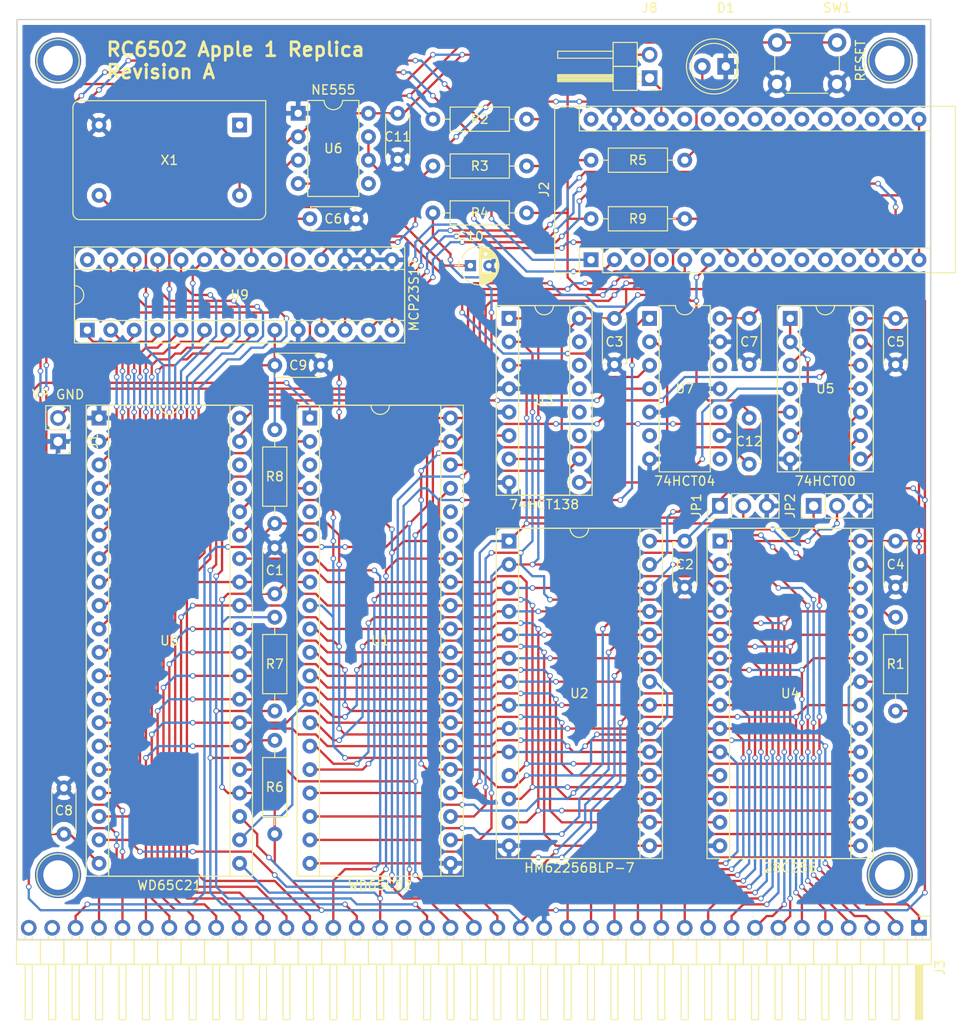
<source format=kicad_pcb>
(kicad_pcb (version 4) (host pcbnew 4.0.6)
  (layers (0 F.Cu signal) (31 B.Cu signal) (34 B.Paste user) (35 F.Paste user) (36 B.SilkS user) (37 F.SilkS user) (38 B.Mask user) (39 F.Mask user) (44 Edge.Cuts user))
  (net 0 "")
  (net 1 GND)
  (net 2 OUT_DA)
  (net 3 VCC)
  (net 4 "Net-(D1-Pad2)")
  (net 5 "Net-(J1-Pad2)")
  (net 6 TX)
  (net 7 RX)
  (net 8 KBD_READY)
  (net 9 KBD_STROBE)
  (net 10 OUT_RDA)
  (net 11 P_RESET)
  (net 12 "Net-(J2-Pad13)")
  (net 13 "Net-(J2-Pad14)")
  (net 14 "Net-(J2-Pad15)")
  (net 15 "Net-(J2-Pad16)")
  (net 16 A15)
  (net 17 A14)
  (net 18 A13)
  (net 19 A12)
  (net 20 A11)
  (net 21 A10)
  (net 22 A9)
  (net 23 A8)
  (net 24 A7)
  (net 25 A6)
  (net 26 A5)
  (net 27 A4)
  (net 28 A3)
  (net 29 A2)
  (net 30 A1)
  (net 31 A0)
  (net 32 PHI2)
  (net 33 RESET)
  (net 34 CLOCK)
  (net 35 IRQ)
  (net 36 RW)
  (net 37 RDY)
  (net 38 SYNC)
  (net 39 D0)
  (net 40 D1)
  (net 41 D2)
  (net 42 D3)
  (net 43 D4)
  (net 44 D5)
  (net 45 D6)
  (net 46 D7)
  (net 47 NMI)
  (net 48 A13_W)
  (net 49 A14_W)
  (net 50 "Net-(R1-Pad1)")
  (net 51 CS_PIA)
  (net 52 CS_ROM)
  (net 53 "Net-(U5-Pad1)")
  (net 54 KBD_D0)
  (net 55 KBD_D1)
  (net 56 KBD_D2)
  (net 57 KBD_D3)
  (net 58 KBD_D4)
  (net 59 KBD_D5)
  (net 60 KBD_D6)
  (net 61 KBD_D7)
  (net 62 OUT_D0)
  (net 63 OUT_D1)
  (net 64 OUT_D2)
  (net 65 OUT_D3)
  (net 66 OUT_D4)
  (net 67 OUT_D5)
  (net 68 OUT_D6)
  (net 69 "Net-(U2-Pad27)")
  (net 70 "Net-(U3-Pad9)")
  (net 71 "Net-(U3-Pad7)")
  (net 72 "Net-(U5-Pad13)")
  (net 73 "Net-(U6-Pad3)")
  (net 74 "Net-(U7-Pad1)")
  (net 75 "Net-(C6-Pad1)")
  (net 76 "Net-(C10-Pad1)")
  (net 77 "Net-(C12-Pad2)")
  (net 78 "Net-(J2-Pad27)")
  (module Housings_DIP:DIP-40_W15.24mm_Socket (layer F.Cu) (at 147.955 82.55)
    (fp_text reference U1 (at 7.62 24.13) (layer F.SilkS))
    (fp_text value WD65C02 (at 7.62 50.65) (layer F.SilkS))
    (pad 1 thru_hole rect (at 0 0) (size 1.6 1.6) (drill 0.8) (layers *.Cu *.Mask) (net 5 "Net-(J1-Pad2)"))
    (pad 21 thru_hole oval (at 15.24 48.26) (size 1.6 1.6) (drill 0.8) (layers *.Cu *.Mask) (net 1 GND))
    (pad 2 thru_hole oval (at 0 2.54) (size 1.6 1.6) (drill 0.8) (layers *.Cu *.Mask) (net 37 RDY))
    (pad 22 thru_hole oval (at 15.24 45.72) (size 1.6 1.6) (drill 0.8) (layers *.Cu *.Mask) (net 19 A12))
    (pad 3 thru_hole oval (at 0 5.08) (size 1.6 1.6) (drill 0.8) (layers *.Cu *.Mask))
    (pad 23 thru_hole oval (at 15.24 43.18) (size 1.6 1.6) (drill 0.8) (layers *.Cu *.Mask) (net 18 A13))
    (pad 4 thru_hole oval (at 0 7.62) (size 1.6 1.6) (drill 0.8) (layers *.Cu *.Mask) (net 35 IRQ))
    (pad 24 thru_hole oval (at 15.24 40.64) (size 1.6 1.6) (drill 0.8) (layers *.Cu *.Mask) (net 17 A14))
    (pad 5 thru_hole oval (at 0 10.16) (size 1.6 1.6) (drill 0.8) (layers *.Cu *.Mask))
    (pad 25 thru_hole oval (at 15.24 38.1) (size 1.6 1.6) (drill 0.8) (layers *.Cu *.Mask) (net 16 A15))
    (pad 6 thru_hole oval (at 0 12.7) (size 1.6 1.6) (drill 0.8) (layers *.Cu *.Mask) (net 47 NMI))
    (pad 26 thru_hole oval (at 15.24 35.56) (size 1.6 1.6) (drill 0.8) (layers *.Cu *.Mask) (net 46 D7))
    (pad 7 thru_hole oval (at 0 15.24) (size 1.6 1.6) (drill 0.8) (layers *.Cu *.Mask) (net 38 SYNC))
    (pad 27 thru_hole oval (at 15.24 33.02) (size 1.6 1.6) (drill 0.8) (layers *.Cu *.Mask) (net 45 D6))
    (pad 8 thru_hole oval (at 0 17.78) (size 1.6 1.6) (drill 0.8) (layers *.Cu *.Mask) (net 3 VCC))
    (pad 28 thru_hole oval (at 15.24 30.48) (size 1.6 1.6) (drill 0.8) (layers *.Cu *.Mask) (net 44 D5))
    (pad 9 thru_hole oval (at 0 20.32) (size 1.6 1.6) (drill 0.8) (layers *.Cu *.Mask) (net 31 A0))
    (pad 29 thru_hole oval (at 15.24 27.94) (size 1.6 1.6) (drill 0.8) (layers *.Cu *.Mask) (net 43 D4))
    (pad 10 thru_hole oval (at 0 22.86) (size 1.6 1.6) (drill 0.8) (layers *.Cu *.Mask) (net 30 A1))
    (pad 30 thru_hole oval (at 15.24 25.4) (size 1.6 1.6) (drill 0.8) (layers *.Cu *.Mask) (net 42 D3))
    (pad 11 thru_hole oval (at 0 25.4) (size 1.6 1.6) (drill 0.8) (layers *.Cu *.Mask) (net 29 A2))
    (pad 31 thru_hole oval (at 15.24 22.86) (size 1.6 1.6) (drill 0.8) (layers *.Cu *.Mask) (net 41 D2))
    (pad 12 thru_hole oval (at 0 27.94) (size 1.6 1.6) (drill 0.8) (layers *.Cu *.Mask) (net 28 A3))
    (pad 32 thru_hole oval (at 15.24 20.32) (size 1.6 1.6) (drill 0.8) (layers *.Cu *.Mask) (net 40 D1))
    (pad 13 thru_hole oval (at 0 30.48) (size 1.6 1.6) (drill 0.8) (layers *.Cu *.Mask) (net 27 A4))
    (pad 33 thru_hole oval (at 15.24 17.78) (size 1.6 1.6) (drill 0.8) (layers *.Cu *.Mask) (net 39 D0))
    (pad 14 thru_hole oval (at 0 33.02) (size 1.6 1.6) (drill 0.8) (layers *.Cu *.Mask) (net 26 A5))
    (pad 34 thru_hole oval (at 15.24 15.24) (size 1.6 1.6) (drill 0.8) (layers *.Cu *.Mask) (net 36 RW))
    (pad 15 thru_hole oval (at 0 35.56) (size 1.6 1.6) (drill 0.8) (layers *.Cu *.Mask) (net 25 A6))
    (pad 35 thru_hole oval (at 15.24 12.7) (size 1.6 1.6) (drill 0.8) (layers *.Cu *.Mask))
    (pad 16 thru_hole oval (at 0 38.1) (size 1.6 1.6) (drill 0.8) (layers *.Cu *.Mask) (net 24 A7))
    (pad 36 thru_hole oval (at 15.24 10.16) (size 1.6 1.6) (drill 0.8) (layers *.Cu *.Mask))
    (pad 17 thru_hole oval (at 0 40.64) (size 1.6 1.6) (drill 0.8) (layers *.Cu *.Mask) (net 23 A8))
    (pad 37 thru_hole oval (at 15.24 7.62) (size 1.6 1.6) (drill 0.8) (layers *.Cu *.Mask) (net 34 CLOCK))
    (pad 18 thru_hole oval (at 0 43.18) (size 1.6 1.6) (drill 0.8) (layers *.Cu *.Mask) (net 22 A9))
    (pad 38 thru_hole oval (at 15.24 5.08) (size 1.6 1.6) (drill 0.8) (layers *.Cu *.Mask) (net 3 VCC))
    (pad 19 thru_hole oval (at 0 45.72) (size 1.6 1.6) (drill 0.8) (layers *.Cu *.Mask) (net 21 A10))
    (pad 39 thru_hole oval (at 15.24 2.54) (size 1.6 1.6) (drill 0.8) (layers *.Cu *.Mask) (net 32 PHI2))
    (pad 20 thru_hole oval (at 0 48.26) (size 1.6 1.6) (drill 0.8) (layers *.Cu *.Mask) (net 20 A11))
    (pad 40 thru_hole oval (at 15.24 0) (size 1.6 1.6) (drill 0.8) (layers *.Cu *.Mask) (net 33 RESET))
  )
  (module Capacitors_THT:C_Disc_D4.7mm_W2.5mm_P5.00mm (layer F.Cu) (at 144.145 101.6 90)
    (fp_text reference C1 (at 2.54 0 180) (layer F.SilkS))
    (fp_text value 100nF)
    (pad 1 thru_hole circle (at 0 0 90) (size 1.6 1.6) (drill 0.8) (layers *.Cu *.Mask) (net 3 VCC))
    (pad 2 thru_hole circle (at 5 0 90) (size 1.6 1.6) (drill 0.8) (layers *.Cu *.Mask) (net 1 GND))
  )
  (module Capacitors_THT:C_Disc_D4.7mm_W2.5mm_P5.00mm (layer F.Cu) (at 188.595 95.885 270)
    (fp_text reference C2 (at 2.54 0 360) (layer F.SilkS))
    (fp_text value 100nF)
    (pad 1 thru_hole circle (at 0 0 270) (size 1.6 1.6) (drill 0.8) (layers *.Cu *.Mask) (net 3 VCC))
    (pad 2 thru_hole circle (at 5 0 270) (size 1.6 1.6) (drill 0.8) (layers *.Cu *.Mask) (net 1 GND))
  )
  (module Capacitors_THT:C_Disc_D4.7mm_W2.5mm_P5.00mm (layer F.Cu) (at 211.455 95.885 270)
    (fp_text reference C4 (at 2.54 0 360) (layer F.SilkS))
    (fp_text value 100nF)
    (pad 1 thru_hole circle (at 0 0 270) (size 1.6 1.6) (drill 0.8) (layers *.Cu *.Mask) (net 3 VCC))
    (pad 2 thru_hole circle (at 5 0 270) (size 1.6 1.6) (drill 0.8) (layers *.Cu *.Mask) (net 1 GND))
  )
  (module Capacitors_THT:C_Disc_D4.7mm_W2.5mm_P5.00mm (layer F.Cu) (at 211.455 71.755 270)
    (fp_text reference C5 (at 2.54 0 360) (layer F.SilkS))
    (fp_text value 100nF)
    (pad 1 thru_hole circle (at 0 0 270) (size 1.6 1.6) (drill 0.8) (layers *.Cu *.Mask) (net 3 VCC))
    (pad 2 thru_hole circle (at 5 0 270) (size 1.6 1.6) (drill 0.8) (layers *.Cu *.Mask) (net 1 GND))
  )
  (module Capacitors_THT:C_Disc_D4.7mm_W2.5mm_P5.00mm (layer F.Cu) (at 147.955 60.96)
    (fp_text reference C6 (at 2.54 0) (layer F.SilkS))
    (fp_text value 100nF)
    (pad 1 thru_hole circle (at 0 0) (size 1.6 1.6) (drill 0.8) (layers *.Cu *.Mask) (net 75 "Net-(C6-Pad1)"))
    (pad 2 thru_hole circle (at 5 0) (size 1.6 1.6) (drill 0.8) (layers *.Cu *.Mask) (net 1 GND))
  )
  (module Capacitors_THT:C_Disc_D4.7mm_W2.5mm_P5.00mm (layer F.Cu) (at 195.58 71.755 270)
    (fp_text reference C7 (at 2.54 0 360) (layer F.SilkS))
    (fp_text value 100nF)
    (pad 1 thru_hole circle (at 0 0 270) (size 1.6 1.6) (drill 0.8) (layers *.Cu *.Mask) (net 3 VCC))
    (pad 2 thru_hole circle (at 5 0 270) (size 1.6 1.6) (drill 0.8) (layers *.Cu *.Mask) (net 1 GND))
  )
  (module Capacitors_THT:C_Disc_D4.7mm_W2.5mm_P5.00mm (layer F.Cu) (at 121.285 127.635 90)
    (fp_text reference C8 (at 2.54 0 180) (layer F.SilkS))
    (fp_text value 100nF)
    (pad 1 thru_hole circle (at 0 0 90) (size 1.6 1.6) (drill 0.8) (layers *.Cu *.Mask) (net 3 VCC))
    (pad 2 thru_hole circle (at 5 0 90) (size 1.6 1.6) (drill 0.8) (layers *.Cu *.Mask) (net 1 GND))
  )
  (module Capacitors_THT:C_Disc_D4.7mm_W2.5mm_P5.00mm (layer F.Cu) (at 144.145 76.835)
    (fp_text reference C9 (at 2.54 0) (layer F.SilkS))
    (fp_text value 100nF)
    (pad 1 thru_hole circle (at 0 0) (size 1.6 1.6) (drill 0.8) (layers *.Cu *.Mask) (net 3 VCC))
    (pad 2 thru_hole circle (at 5 0) (size 1.6 1.6) (drill 0.8) (layers *.Cu *.Mask) (net 1 GND))
  )
  (module Capacitors_THT:C_Disc_D4.7mm_W2.5mm_P5.00mm (layer F.Cu) (at 157.48 49.53 270)
    (fp_text reference C11 (at 2.54 0 360) (layer F.SilkS))
    (fp_text value 100nF)
    (pad 1 thru_hole circle (at 0 0 270) (size 1.6 1.6) (drill 0.8) (layers *.Cu *.Mask) (net 3 VCC))
    (pad 2 thru_hole circle (at 5 0 270) (size 1.6 1.6) (drill 0.8) (layers *.Cu *.Mask) (net 1 GND))
  )
  (module Modules:Arduino_Nano (layer F.Cu) (at 178.435 65.405 90)
    (fp_text reference J2 (at 7.62 -5.08 90) (layer F.SilkS))
    (fp_text value "Arduino Nano")
    (pad 1 thru_hole rect (at 0 0 90) (size 1.6 1.6) (drill 0.8) (layers *.Cu *.Mask) (net 6 TX))
    (pad 17 thru_hole oval (at 15.24 33.02 90) (size 1.6 1.6) (drill 0.8) (layers *.Cu *.Mask))
    (pad 2 thru_hole oval (at 0 2.54 90) (size 1.6 1.6) (drill 0.8) (layers *.Cu *.Mask) (net 7 RX))
    (pad 18 thru_hole oval (at 15.24 30.48 90) (size 1.6 1.6) (drill 0.8) (layers *.Cu *.Mask))
    (pad 3 thru_hole oval (at 0 5.08 90) (size 1.6 1.6) (drill 0.8) (layers *.Cu *.Mask))
    (pad 19 thru_hole oval (at 15.24 27.94 90) (size 1.6 1.6) (drill 0.8) (layers *.Cu *.Mask))
    (pad 4 thru_hole oval (at 0 7.62 90) (size 1.6 1.6) (drill 0.8) (layers *.Cu *.Mask))
    (pad 20 thru_hole oval (at 15.24 25.4 90) (size 1.6 1.6) (drill 0.8) (layers *.Cu *.Mask))
    (pad 5 thru_hole oval (at 0 10.16 90) (size 1.6 1.6) (drill 0.8) (layers *.Cu *.Mask) (net 8 KBD_READY))
    (pad 21 thru_hole oval (at 15.24 22.86 90) (size 1.6 1.6) (drill 0.8) (layers *.Cu *.Mask))
    (pad 6 thru_hole oval (at 0 12.7 90) (size 1.6 1.6) (drill 0.8) (layers *.Cu *.Mask) (net 2 OUT_DA))
    (pad 22 thru_hole oval (at 15.24 20.32 90) (size 1.6 1.6) (drill 0.8) (layers *.Cu *.Mask))
    (pad 7 thru_hole oval (at 0 15.24 90) (size 1.6 1.6) (drill 0.8) (layers *.Cu *.Mask) (net 9 KBD_STROBE))
    (pad 23 thru_hole oval (at 15.24 17.78 90) (size 1.6 1.6) (drill 0.8) (layers *.Cu *.Mask))
    (pad 8 thru_hole oval (at 0 17.78 90) (size 1.6 1.6) (drill 0.8) (layers *.Cu *.Mask) (net 10 OUT_RDA))
    (pad 24 thru_hole oval (at 15.24 15.24 90) (size 1.6 1.6) (drill 0.8) (layers *.Cu *.Mask))
    (pad 9 thru_hole oval (at 0 20.32 90) (size 1.6 1.6) (drill 0.8) (layers *.Cu *.Mask))
    (pad 25 thru_hole oval (at 15.24 12.7 90) (size 1.6 1.6) (drill 0.8) (layers *.Cu *.Mask))
    (pad 10 thru_hole oval (at 0 22.86 90) (size 1.6 1.6) (drill 0.8) (layers *.Cu *.Mask))
    (pad 26 thru_hole oval (at 15.24 10.16 90) (size 1.6 1.6) (drill 0.8) (layers *.Cu *.Mask))
    (pad 11 thru_hole oval (at 0 25.4 90) (size 1.6 1.6) (drill 0.8) (layers *.Cu *.Mask))
    (pad 27 thru_hole oval (at 15.24 7.62 90) (size 1.6 1.6) (drill 0.8) (layers *.Cu *.Mask) (net 78 "Net-(J2-Pad27)"))
    (pad 12 thru_hole oval (at 0 27.94 90) (size 1.6 1.6) (drill 0.8) (layers *.Cu *.Mask))
    (pad 28 thru_hole oval (at 15.24 5.08 90) (size 1.6 1.6) (drill 0.8) (layers *.Cu *.Mask) (net 11 P_RESET))
    (pad 13 thru_hole oval (at 0 30.48 90) (size 1.6 1.6) (drill 0.8) (layers *.Cu *.Mask) (net 12 "Net-(J2-Pad13)"))
    (pad 29 thru_hole oval (at 15.24 2.54 90) (size 1.6 1.6) (drill 0.8) (layers *.Cu *.Mask) (net 1 GND))
    (pad 14 thru_hole oval (at 0 33.02 90) (size 1.6 1.6) (drill 0.8) (layers *.Cu *.Mask) (net 13 "Net-(J2-Pad14)"))
    (pad 30 thru_hole oval (at 15.24 0 90) (size 1.6 1.6) (drill 0.8) (layers *.Cu *.Mask))
    (pad 15 thru_hole oval (at 0 35.56 90) (size 1.6 1.6) (drill 0.8) (layers *.Cu *.Mask) (net 14 "Net-(J2-Pad15)"))
    (pad 16 thru_hole oval (at 15.24 35.56 90) (size 1.6 1.6) (drill 0.8) (layers *.Cu *.Mask) (net 15 "Net-(J2-Pad16)"))
  )
  (module Pin_Headers:Pin_Header_Angled_1x39_Pitch2.54mm (layer F.Cu) (at 213.995 137.795 270)
    (fp_text reference J3 (at 4.315 -2.27 270) (layer F.SilkS))
    (fp_text value Backplane)
    (pad 1 thru_hole rect (at 0 0 270) (size 1.7 1.7) (drill 1) (layers *.Cu *.Mask) (net 16 A15))
    (pad 2 thru_hole oval (at 0 2.54 270) (size 1.7 1.7) (drill 1) (layers *.Cu *.Mask) (net 17 A14))
    (pad 3 thru_hole oval (at 0 5.08 270) (size 1.7 1.7) (drill 1) (layers *.Cu *.Mask) (net 18 A13))
    (pad 4 thru_hole oval (at 0 7.62 270) (size 1.7 1.7) (drill 1) (layers *.Cu *.Mask) (net 19 A12))
    (pad 5 thru_hole oval (at 0 10.16 270) (size 1.7 1.7) (drill 1) (layers *.Cu *.Mask) (net 20 A11))
    (pad 6 thru_hole oval (at 0 12.7 270) (size 1.7 1.7) (drill 1) (layers *.Cu *.Mask) (net 21 A10))
    (pad 7 thru_hole oval (at 0 15.24 270) (size 1.7 1.7) (drill 1) (layers *.Cu *.Mask) (net 22 A9))
    (pad 8 thru_hole oval (at 0 17.78 270) (size 1.7 1.7) (drill 1) (layers *.Cu *.Mask) (net 23 A8))
    (pad 9 thru_hole oval (at 0 20.32 270) (size 1.7 1.7) (drill 1) (layers *.Cu *.Mask) (net 24 A7))
    (pad 10 thru_hole oval (at 0 22.86 270) (size 1.7 1.7) (drill 1) (layers *.Cu *.Mask) (net 25 A6))
    (pad 11 thru_hole oval (at 0 25.4 270) (size 1.7 1.7) (drill 1) (layers *.Cu *.Mask) (net 26 A5))
    (pad 12 thru_hole oval (at 0 27.94 270) (size 1.7 1.7) (drill 1) (layers *.Cu *.Mask) (net 27 A4))
    (pad 13 thru_hole oval (at 0 30.48 270) (size 1.7 1.7) (drill 1) (layers *.Cu *.Mask) (net 28 A3))
    (pad 14 thru_hole oval (at 0 33.02 270) (size 1.7 1.7) (drill 1) (layers *.Cu *.Mask) (net 29 A2))
    (pad 15 thru_hole oval (at 0 35.56 270) (size 1.7 1.7) (drill 1) (layers *.Cu *.Mask) (net 30 A1))
    (pad 16 thru_hole oval (at 0 38.1 270) (size 1.7 1.7) (drill 1) (layers *.Cu *.Mask) (net 31 A0))
    (pad 17 thru_hole oval (at 0 40.64 270) (size 1.7 1.7) (drill 1) (layers *.Cu *.Mask) (net 1 GND))
    (pad 18 thru_hole oval (at 0 43.18 270) (size 1.7 1.7) (drill 1) (layers *.Cu *.Mask) (net 3 VCC))
    (pad 19 thru_hole oval (at 0 45.72 270) (size 1.7 1.7) (drill 1) (layers *.Cu *.Mask) (net 32 PHI2))
    (pad 20 thru_hole oval (at 0 48.26 270) (size 1.7 1.7) (drill 1) (layers *.Cu *.Mask) (net 33 RESET))
    (pad 21 thru_hole oval (at 0 50.8 270) (size 1.7 1.7) (drill 1) (layers *.Cu *.Mask) (net 34 CLOCK))
    (pad 22 thru_hole oval (at 0 53.34 270) (size 1.7 1.7) (drill 1) (layers *.Cu *.Mask) (net 35 IRQ))
    (pad 23 thru_hole oval (at 0 55.88 270) (size 1.7 1.7) (drill 1) (layers *.Cu *.Mask))
    (pad 24 thru_hole oval (at 0 58.42 270) (size 1.7 1.7) (drill 1) (layers *.Cu *.Mask) (net 36 RW))
    (pad 25 thru_hole oval (at 0 60.96 270) (size 1.7 1.7) (drill 1) (layers *.Cu *.Mask) (net 37 RDY))
    (pad 26 thru_hole oval (at 0 63.5 270) (size 1.7 1.7) (drill 1) (layers *.Cu *.Mask) (net 38 SYNC))
    (pad 27 thru_hole oval (at 0 66.04 270) (size 1.7 1.7) (drill 1) (layers *.Cu *.Mask) (net 39 D0))
    (pad 28 thru_hole oval (at 0 68.58 270) (size 1.7 1.7) (drill 1) (layers *.Cu *.Mask) (net 40 D1))
    (pad 29 thru_hole oval (at 0 71.12 270) (size 1.7 1.7) (drill 1) (layers *.Cu *.Mask) (net 41 D2))
    (pad 30 thru_hole oval (at 0 73.66 270) (size 1.7 1.7) (drill 1) (layers *.Cu *.Mask) (net 42 D3))
    (pad 31 thru_hole oval (at 0 76.2 270) (size 1.7 1.7) (drill 1) (layers *.Cu *.Mask) (net 43 D4))
    (pad 32 thru_hole oval (at 0 78.74 270) (size 1.7 1.7) (drill 1) (layers *.Cu *.Mask) (net 44 D5))
    (pad 33 thru_hole oval (at 0 81.28 270) (size 1.7 1.7) (drill 1) (layers *.Cu *.Mask) (net 45 D6))
    (pad 34 thru_hole oval (at 0 83.82 270) (size 1.7 1.7) (drill 1) (layers *.Cu *.Mask) (net 46 D7))
    (pad 35 thru_hole oval (at 0 86.36 270) (size 1.7 1.7) (drill 1) (layers *.Cu *.Mask) (net 6 TX))
    (pad 36 thru_hole oval (at 0 88.9 270) (size 1.7 1.7) (drill 1) (layers *.Cu *.Mask) (net 7 RX))
    (pad 37 thru_hole oval (at 0 91.44 270) (size 1.7 1.7) (drill 1) (layers *.Cu *.Mask) (net 47 NMI))
    (pad 38 thru_hole oval (at 0 93.98 270) (size 1.7 1.7) (drill 1) (layers *.Cu *.Mask))
    (pad 39 thru_hole oval (at 0 96.52 270) (size 1.7 1.7) (drill 1) (layers *.Cu *.Mask))
  )
  (module Pin_Headers:Pin_Header_Straight_1x03_Pitch2.54mm (layer F.Cu) (at 192.405 92.075 90)
    (fp_text reference JP1 (at 0 -2.54 90) (layer F.SilkS))
    (fp_text value "A13 Select")
    (pad 1 thru_hole rect (at 0 0 90) (size 1.7 1.7) (drill 1) (layers *.Cu *.Mask) (net 3 VCC))
    (pad 2 thru_hole oval (at 0 2.54 90) (size 1.7 1.7) (drill 1) (layers *.Cu *.Mask) (net 48 A13_W))
    (pad 3 thru_hole oval (at 0 5.08 90) (size 1.7 1.7) (drill 1) (layers *.Cu *.Mask) (net 1 GND))
  )
  (module Pin_Headers:Pin_Header_Straight_1x03_Pitch2.54mm (layer F.Cu) (at 202.565 92.075 90)
    (fp_text reference JP2 (at 0 -2.54 270) (layer F.SilkS))
    (fp_text value "A14 Select" hide)
    (pad 1 thru_hole rect (at 0 0 90) (size 1.7 1.7) (drill 1) (layers *.Cu *.Mask) (net 3 VCC))
    (pad 2 thru_hole oval (at 0 2.54 90) (size 1.7 1.7) (drill 1) (layers *.Cu *.Mask) (net 49 A14_W))
    (pad 3 thru_hole oval (at 0 5.08 90) (size 1.7 1.7) (drill 1) (layers *.Cu *.Mask) (net 1 GND))
  )
  (module Resistors_THT:R_Axial_DIN0207_L6.3mm_D2.5mm_P10.16mm_Horizontal (layer F.Cu) (at 211.455 104.14 270)
    (fp_text reference R1 (at 5.08 0 360) (layer F.SilkS))
    (fp_text value 3.3k)
    (pad 1 thru_hole circle (at 0 0 270) (size 1.6 1.6) (drill 0.8) (layers *.Cu *.Mask) (net 50 "Net-(R1-Pad1)"))
    (pad 2 thru_hole oval (at 10.16 0 270) (size 1.6 1.6) (drill 0.8) (layers *.Cu *.Mask) (net 3 VCC))
  )
  (module Resistors_THT:R_Axial_DIN0207_L6.3mm_D2.5mm_P10.16mm_Horizontal (layer F.Cu) (at 171.45 50.165 180)
    (fp_text reference R2 (at 5.08 0 180) (layer F.SilkS))
    (fp_text value 1M)
    (pad 1 thru_hole circle (at 0 0 180) (size 1.6 1.6) (drill 0.8) (layers *.Cu *.Mask) (net 3 VCC))
    (pad 2 thru_hole oval (at 10.16 0 180) (size 1.6 1.6) (drill 0.8) (layers *.Cu *.Mask) (net 75 "Net-(C6-Pad1)"))
  )
  (module Resistors_THT:R_Axial_DIN0207_L6.3mm_D2.5mm_P10.16mm_Horizontal (layer F.Cu) (at 171.45 55.245 180)
    (fp_text reference R3 (at 5.08 0 180) (layer F.SilkS))
    (fp_text value 47k)
    (pad 1 thru_hole circle (at 0 0 180) (size 1.6 1.6) (drill 0.8) (layers *.Cu *.Mask) (net 3 VCC))
    (pad 2 thru_hole oval (at 10.16 0 180) (size 1.6 1.6) (drill 0.8) (layers *.Cu *.Mask) (net 76 "Net-(C10-Pad1)"))
  )
  (module Resistors_THT:R_Axial_DIN0207_L6.3mm_D2.5mm_P10.16mm_Horizontal (layer F.Cu) (at 161.29 60.325)
    (fp_text reference R4 (at 5.08 0) (layer F.SilkS))
    (fp_text value 1k)
    (pad 1 thru_hole circle (at 0 0) (size 1.6 1.6) (drill 0.8) (layers *.Cu *.Mask) (net 33 RESET))
    (pad 2 thru_hole oval (at 10.16 0) (size 1.6 1.6) (drill 0.8) (layers *.Cu *.Mask) (net 3 VCC))
  )
  (module Resistors_THT:R_Axial_DIN0207_L6.3mm_D2.5mm_P10.16mm_Horizontal (layer F.Cu) (at 178.435 54.61)
    (fp_text reference R5 (at 5.08 0) (layer F.SilkS))
    (fp_text value 330)
    (pad 1 thru_hole circle (at 0 0) (size 1.6 1.6) (drill 0.8) (layers *.Cu *.Mask) (net 3 VCC))
    (pad 2 thru_hole oval (at 10.16 0) (size 1.6 1.6) (drill 0.8) (layers *.Cu *.Mask) (net 4 "Net-(D1-Pad2)"))
  )
  (module Resistors_THT:R_Axial_DIN0207_L6.3mm_D2.5mm_P10.16mm_Horizontal (layer F.Cu) (at 144.145 117.475 270)
    (fp_text reference R6 (at 5.08 0 360) (layer F.SilkS))
    (fp_text value 3.3k)
    (pad 1 thru_hole circle (at 0 0 270) (size 1.6 1.6) (drill 0.8) (layers *.Cu *.Mask) (net 37 RDY))
    (pad 2 thru_hole oval (at 10.16 0 270) (size 1.6 1.6) (drill 0.8) (layers *.Cu *.Mask) (net 3 VCC))
  )
  (module Resistors_THT:R_Axial_DIN0207_L6.3mm_D2.5mm_P10.16mm_Horizontal (layer F.Cu) (at 144.145 114.3 90)
    (fp_text reference R7 (at 5.08 0 180) (layer F.SilkS))
    (fp_text value 3.3k)
    (pad 1 thru_hole circle (at 0 0 90) (size 1.6 1.6) (drill 0.8) (layers *.Cu *.Mask) (net 35 IRQ))
    (pad 2 thru_hole oval (at 10.16 0 90) (size 1.6 1.6) (drill 0.8) (layers *.Cu *.Mask) (net 3 VCC))
  )
  (module Resistors_THT:R_Axial_DIN0207_L6.3mm_D2.5mm_P10.16mm_Horizontal (layer F.Cu) (at 144.145 93.98 90)
    (fp_text reference R8 (at 5.08 0 180) (layer F.SilkS))
    (fp_text value 3.3k)
    (pad 1 thru_hole circle (at 0 0 90) (size 1.6 1.6) (drill 0.8) (layers *.Cu *.Mask) (net 47 NMI))
    (pad 2 thru_hole oval (at 10.16 0 90) (size 1.6 1.6) (drill 0.8) (layers *.Cu *.Mask) (net 3 VCC))
  )
  (module Resistors_THT:R_Axial_DIN0207_L6.3mm_D2.5mm_P10.16mm_Horizontal (layer F.Cu) (at 178.435 60.96)
    (fp_text reference R9 (at 5.08 0) (layer F.SilkS))
    (fp_text value 10k)
    (pad 1 thru_hole circle (at 0 0) (size 1.6 1.6) (drill 0.8) (layers *.Cu *.Mask) (net 3 VCC))
    (pad 2 thru_hole oval (at 10.16 0) (size 1.6 1.6) (drill 0.8) (layers *.Cu *.Mask) (net 12 "Net-(J2-Pad13)"))
  )
  (module Buttons_Switches_THT:SW_PUSH_6mm (layer F.Cu) (at 205.105 46.355 180)
    (fp_text reference SW1 (at 0 8.255 180) (layer F.SilkS))
    (fp_text value RESET (at -2.54 2.54 270) (layer F.SilkS))
    (pad 2 thru_hole circle (at 0 4.5 270) (size 2 2) (drill 1.1) (layers *.Cu *.Mask) (net 75 "Net-(C6-Pad1)"))
    (pad 1 thru_hole circle (at 0 0 270) (size 2 2) (drill 1.1) (layers *.Cu *.Mask) (net 1 GND))
    (pad 2 thru_hole circle (at 6.5 4.5 270) (size 2 2) (drill 1.1) (layers *.Cu *.Mask) (net 75 "Net-(C6-Pad1)"))
    (pad 1 thru_hole circle (at 6.5 0 270) (size 2 2) (drill 1.1) (layers *.Cu *.Mask) (net 1 GND))
  )
  (module Housings_DIP:DIP-28_W15.24mm_Socket (layer F.Cu) (at 169.545 95.885)
    (fp_text reference U2 (at 7.62 16.51) (layer F.SilkS))
    (fp_text value HM62256BLP-7 (at 7.62 35.41) (layer F.SilkS))
    (pad 1 thru_hole rect (at 0 0) (size 1.6 1.6) (drill 0.8) (layers *.Cu *.Mask) (net 17 A14))
    (pad 15 thru_hole oval (at 15.24 33.02) (size 1.6 1.6) (drill 0.8) (layers *.Cu *.Mask) (net 42 D3))
    (pad 2 thru_hole oval (at 0 2.54) (size 1.6 1.6) (drill 0.8) (layers *.Cu *.Mask) (net 19 A12))
    (pad 16 thru_hole oval (at 15.24 30.48) (size 1.6 1.6) (drill 0.8) (layers *.Cu *.Mask) (net 43 D4))
    (pad 3 thru_hole oval (at 0 5.08) (size 1.6 1.6) (drill 0.8) (layers *.Cu *.Mask) (net 24 A7))
    (pad 17 thru_hole oval (at 15.24 27.94) (size 1.6 1.6) (drill 0.8) (layers *.Cu *.Mask) (net 44 D5))
    (pad 4 thru_hole oval (at 0 7.62) (size 1.6 1.6) (drill 0.8) (layers *.Cu *.Mask) (net 25 A6))
    (pad 18 thru_hole oval (at 15.24 25.4) (size 1.6 1.6) (drill 0.8) (layers *.Cu *.Mask) (net 45 D6))
    (pad 5 thru_hole oval (at 0 10.16) (size 1.6 1.6) (drill 0.8) (layers *.Cu *.Mask) (net 26 A5))
    (pad 19 thru_hole oval (at 15.24 22.86) (size 1.6 1.6) (drill 0.8) (layers *.Cu *.Mask) (net 46 D7))
    (pad 6 thru_hole oval (at 0 12.7) (size 1.6 1.6) (drill 0.8) (layers *.Cu *.Mask) (net 27 A4))
    (pad 20 thru_hole oval (at 15.24 20.32) (size 1.6 1.6) (drill 0.8) (layers *.Cu *.Mask) (net 16 A15))
    (pad 7 thru_hole oval (at 0 15.24) (size 1.6 1.6) (drill 0.8) (layers *.Cu *.Mask) (net 28 A3))
    (pad 21 thru_hole oval (at 15.24 17.78) (size 1.6 1.6) (drill 0.8) (layers *.Cu *.Mask) (net 21 A10))
    (pad 8 thru_hole oval (at 0 17.78) (size 1.6 1.6) (drill 0.8) (layers *.Cu *.Mask) (net 29 A2))
    (pad 22 thru_hole oval (at 15.24 15.24) (size 1.6 1.6) (drill 0.8) (layers *.Cu *.Mask) (net 16 A15))
    (pad 9 thru_hole oval (at 0 20.32) (size 1.6 1.6) (drill 0.8) (layers *.Cu *.Mask) (net 30 A1))
    (pad 23 thru_hole oval (at 15.24 12.7) (size 1.6 1.6) (drill 0.8) (layers *.Cu *.Mask) (net 20 A11))
    (pad 10 thru_hole oval (at 0 22.86) (size 1.6 1.6) (drill 0.8) (layers *.Cu *.Mask) (net 31 A0))
    (pad 24 thru_hole oval (at 15.24 10.16) (size 1.6 1.6) (drill 0.8) (layers *.Cu *.Mask) (net 22 A9))
    (pad 11 thru_hole oval (at 0 25.4) (size 1.6 1.6) (drill 0.8) (layers *.Cu *.Mask) (net 39 D0))
    (pad 25 thru_hole oval (at 15.24 7.62) (size 1.6 1.6) (drill 0.8) (layers *.Cu *.Mask) (net 23 A8))
    (pad 12 thru_hole oval (at 0 27.94) (size 1.6 1.6) (drill 0.8) (layers *.Cu *.Mask) (net 40 D1))
    (pad 26 thru_hole oval (at 15.24 5.08) (size 1.6 1.6) (drill 0.8) (layers *.Cu *.Mask) (net 18 A13))
    (pad 13 thru_hole oval (at 0 30.48) (size 1.6 1.6) (drill 0.8) (layers *.Cu *.Mask) (net 41 D2))
    (pad 27 thru_hole oval (at 15.24 2.54) (size 1.6 1.6) (drill 0.8) (layers *.Cu *.Mask) (net 69 "Net-(U2-Pad27)"))
    (pad 14 thru_hole oval (at 0 33.02) (size 1.6 1.6) (drill 0.8) (layers *.Cu *.Mask) (net 1 GND))
    (pad 28 thru_hole oval (at 15.24 0) (size 1.6 1.6) (drill 0.8) (layers *.Cu *.Mask) (net 3 VCC))
  )
  (module Housings_DIP:DIP-14_W7.62mm_Socket (layer F.Cu) (at 200.025 71.755)
    (fp_text reference U5 (at 3.81 7.62) (layer F.SilkS))
    (fp_text value 74HCT00 (at 3.81 17.63) (layer F.SilkS))
    (pad 1 thru_hole rect (at 0 0) (size 1.6 1.6) (drill 0.8) (layers *.Cu *.Mask) (net 53 "Net-(U5-Pad1)"))
    (pad 8 thru_hole oval (at 7.62 15.24) (size 1.6 1.6) (drill 0.8) (layers *.Cu *.Mask) (net 72 "Net-(U5-Pad13)"))
    (pad 2 thru_hole oval (at 0 2.54) (size 1.6 1.6) (drill 0.8) (layers *.Cu *.Mask) (net 53 "Net-(U5-Pad1)"))
    (pad 9 thru_hole oval (at 7.62 12.7) (size 1.6 1.6) (drill 0.8) (layers *.Cu *.Mask) (net 36 RW))
    (pad 3 thru_hole oval (at 0 5.08) (size 1.6 1.6) (drill 0.8) (layers *.Cu *.Mask) (net 52 CS_ROM))
    (pad 10 thru_hole oval (at 7.62 10.16) (size 1.6 1.6) (drill 0.8) (layers *.Cu *.Mask) (net 36 RW))
    (pad 4 thru_hole oval (at 0 7.62) (size 1.6 1.6) (drill 0.8) (layers *.Cu *.Mask) (net 70 "Net-(U3-Pad9)"))
    (pad 11 thru_hole oval (at 7.62 7.62) (size 1.6 1.6) (drill 0.8) (layers *.Cu *.Mask) (net 69 "Net-(U2-Pad27)"))
    (pad 5 thru_hole oval (at 0 10.16) (size 1.6 1.6) (drill 0.8) (layers *.Cu *.Mask) (net 71 "Net-(U3-Pad7)"))
    (pad 12 thru_hole oval (at 7.62 5.08) (size 1.6 1.6) (drill 0.8) (layers *.Cu *.Mask) (net 32 PHI2))
    (pad 6 thru_hole oval (at 0 12.7) (size 1.6 1.6) (drill 0.8) (layers *.Cu *.Mask) (net 53 "Net-(U5-Pad1)"))
    (pad 13 thru_hole oval (at 7.62 2.54) (size 1.6 1.6) (drill 0.8) (layers *.Cu *.Mask) (net 72 "Net-(U5-Pad13)"))
    (pad 7 thru_hole oval (at 0 15.24) (size 1.6 1.6) (drill 0.8) (layers *.Cu *.Mask) (net 1 GND))
    (pad 14 thru_hole oval (at 7.62 0) (size 1.6 1.6) (drill 0.8) (layers *.Cu *.Mask) (net 3 VCC))
  )
  (module Housings_DIP:DIP-14_W7.62mm (layer F.Cu) (at 184.785 71.755)
    (fp_text reference U7 (at 3.81 7.62) (layer F.SilkS))
    (fp_text value 74HCT04 (at 3.81 17.63) (layer F.SilkS))
    (pad 1 thru_hole rect (at 0 0) (size 1.6 1.6) (drill 0.8) (layers *.Cu *.Mask) (net 74 "Net-(U7-Pad1)"))
    (pad 8 thru_hole oval (at 7.62 15.24) (size 1.6 1.6) (drill 0.8) (layers *.Cu *.Mask))
    (pad 2 thru_hole oval (at 0 2.54) (size 1.6 1.6) (drill 0.8) (layers *.Cu *.Mask) (net 77 "Net-(C12-Pad2)"))
    (pad 9 thru_hole oval (at 7.62 12.7) (size 1.6 1.6) (drill 0.8) (layers *.Cu *.Mask) (net 1 GND))
    (pad 3 thru_hole oval (at 0 5.08) (size 1.6 1.6) (drill 0.8) (layers *.Cu *.Mask) (net 73 "Net-(U6-Pad3)"))
    (pad 10 thru_hole oval (at 7.62 10.16) (size 1.6 1.6) (drill 0.8) (layers *.Cu *.Mask))
    (pad 4 thru_hole oval (at 0 7.62) (size 1.6 1.6) (drill 0.8) (layers *.Cu *.Mask) (net 33 RESET))
    (pad 11 thru_hole oval (at 7.62 7.62) (size 1.6 1.6) (drill 0.8) (layers *.Cu *.Mask) (net 1 GND))
    (pad 5 thru_hole oval (at 0 10.16) (size 1.6 1.6) (drill 0.8) (layers *.Cu *.Mask) (net 1 GND))
    (pad 12 thru_hole oval (at 7.62 5.08) (size 1.6 1.6) (drill 0.8) (layers *.Cu *.Mask))
    (pad 6 thru_hole oval (at 0 12.7) (size 1.6 1.6) (drill 0.8) (layers *.Cu *.Mask))
    (pad 13 thru_hole oval (at 7.62 2.54) (size 1.6 1.6) (drill 0.8) (layers *.Cu *.Mask) (net 1 GND))
    (pad 7 thru_hole oval (at 0 15.24) (size 1.6 1.6) (drill 0.8) (layers *.Cu *.Mask) (net 1 GND))
    (pad 14 thru_hole oval (at 7.62 0) (size 1.6 1.6) (drill 0.8) (layers *.Cu *.Mask) (net 3 VCC))
  )
  (module Housings_DIP:DIP-40_W15.24mm_Socket (layer F.Cu) (at 125.095 82.55)
    (fp_text reference U8 (at 7.62 24.13) (layer F.SilkS))
    (fp_text value WD65C21 (at 7.62 50.65) (layer F.SilkS))
    (pad 1 thru_hole rect (at 0 0) (size 1.6 1.6) (drill 0.8) (layers *.Cu *.Mask) (net 1 GND))
    (pad 21 thru_hole oval (at 15.24 48.26) (size 1.6 1.6) (drill 0.8) (layers *.Cu *.Mask) (net 36 RW))
    (pad 2 thru_hole oval (at 0 2.54) (size 1.6 1.6) (drill 0.8) (layers *.Cu *.Mask) (net 54 KBD_D0))
    (pad 22 thru_hole oval (at 15.24 45.72) (size 1.6 1.6) (drill 0.8) (layers *.Cu *.Mask) (net 27 A4))
    (pad 3 thru_hole oval (at 0 5.08) (size 1.6 1.6) (drill 0.8) (layers *.Cu *.Mask) (net 55 KBD_D1))
    (pad 23 thru_hole oval (at 15.24 43.18) (size 1.6 1.6) (drill 0.8) (layers *.Cu *.Mask) (net 51 CS_PIA))
    (pad 4 thru_hole oval (at 0 7.62) (size 1.6 1.6) (drill 0.8) (layers *.Cu *.Mask) (net 56 KBD_D2))
    (pad 24 thru_hole oval (at 15.24 40.64) (size 1.6 1.6) (drill 0.8) (layers *.Cu *.Mask) (net 3 VCC))
    (pad 5 thru_hole oval (at 0 10.16) (size 1.6 1.6) (drill 0.8) (layers *.Cu *.Mask) (net 57 KBD_D3))
    (pad 25 thru_hole oval (at 15.24 38.1) (size 1.6 1.6) (drill 0.8) (layers *.Cu *.Mask) (net 32 PHI2))
    (pad 6 thru_hole oval (at 0 12.7) (size 1.6 1.6) (drill 0.8) (layers *.Cu *.Mask) (net 58 KBD_D4))
    (pad 26 thru_hole oval (at 15.24 35.56) (size 1.6 1.6) (drill 0.8) (layers *.Cu *.Mask) (net 46 D7))
    (pad 7 thru_hole oval (at 0 15.24) (size 1.6 1.6) (drill 0.8) (layers *.Cu *.Mask) (net 59 KBD_D5))
    (pad 27 thru_hole oval (at 15.24 33.02) (size 1.6 1.6) (drill 0.8) (layers *.Cu *.Mask) (net 45 D6))
    (pad 8 thru_hole oval (at 0 17.78) (size 1.6 1.6) (drill 0.8) (layers *.Cu *.Mask) (net 60 KBD_D6))
    (pad 28 thru_hole oval (at 15.24 30.48) (size 1.6 1.6) (drill 0.8) (layers *.Cu *.Mask) (net 44 D5))
    (pad 9 thru_hole oval (at 0 20.32) (size 1.6 1.6) (drill 0.8) (layers *.Cu *.Mask) (net 61 KBD_D7))
    (pad 29 thru_hole oval (at 15.24 27.94) (size 1.6 1.6) (drill 0.8) (layers *.Cu *.Mask) (net 43 D4))
    (pad 10 thru_hole oval (at 0 22.86) (size 1.6 1.6) (drill 0.8) (layers *.Cu *.Mask) (net 62 OUT_D0))
    (pad 30 thru_hole oval (at 15.24 25.4) (size 1.6 1.6) (drill 0.8) (layers *.Cu *.Mask) (net 42 D3))
    (pad 11 thru_hole oval (at 0 25.4) (size 1.6 1.6) (drill 0.8) (layers *.Cu *.Mask) (net 63 OUT_D1))
    (pad 31 thru_hole oval (at 15.24 22.86) (size 1.6 1.6) (drill 0.8) (layers *.Cu *.Mask) (net 41 D2))
    (pad 12 thru_hole oval (at 0 27.94) (size 1.6 1.6) (drill 0.8) (layers *.Cu *.Mask) (net 64 OUT_D2))
    (pad 32 thru_hole oval (at 15.24 20.32) (size 1.6 1.6) (drill 0.8) (layers *.Cu *.Mask) (net 40 D1))
    (pad 13 thru_hole oval (at 0 30.48) (size 1.6 1.6) (drill 0.8) (layers *.Cu *.Mask) (net 65 OUT_D3))
    (pad 33 thru_hole oval (at 15.24 17.78) (size 1.6 1.6) (drill 0.8) (layers *.Cu *.Mask) (net 39 D0))
    (pad 14 thru_hole oval (at 0 33.02) (size 1.6 1.6) (drill 0.8) (layers *.Cu *.Mask) (net 66 OUT_D4))
    (pad 34 thru_hole oval (at 15.24 15.24) (size 1.6 1.6) (drill 0.8) (layers *.Cu *.Mask) (net 33 RESET))
    (pad 15 thru_hole oval (at 0 35.56) (size 1.6 1.6) (drill 0.8) (layers *.Cu *.Mask) (net 67 OUT_D5))
    (pad 35 thru_hole oval (at 15.24 12.7) (size 1.6 1.6) (drill 0.8) (layers *.Cu *.Mask) (net 30 A1))
    (pad 16 thru_hole oval (at 0 38.1) (size 1.6 1.6) (drill 0.8) (layers *.Cu *.Mask) (net 68 OUT_D6))
    (pad 36 thru_hole oval (at 15.24 10.16) (size 1.6 1.6) (drill 0.8) (layers *.Cu *.Mask) (net 31 A0))
    (pad 17 thru_hole oval (at 0 40.64) (size 1.6 1.6) (drill 0.8) (layers *.Cu *.Mask) (net 2 OUT_DA))
    (pad 37 thru_hole oval (at 15.24 7.62) (size 1.6 1.6) (drill 0.8) (layers *.Cu *.Mask))
    (pad 18 thru_hole oval (at 0 43.18) (size 1.6 1.6) (drill 0.8) (layers *.Cu *.Mask) (net 10 OUT_RDA))
    (pad 38 thru_hole oval (at 15.24 5.08) (size 1.6 1.6) (drill 0.8) (layers *.Cu *.Mask))
    (pad 19 thru_hole oval (at 0 45.72) (size 1.6 1.6) (drill 0.8) (layers *.Cu *.Mask) (net 74 "Net-(U7-Pad1)"))
    (pad 39 thru_hole oval (at 15.24 2.54) (size 1.6 1.6) (drill 0.8) (layers *.Cu *.Mask) (net 8 KBD_READY))
    (pad 20 thru_hole oval (at 0 48.26) (size 1.6 1.6) (drill 0.8) (layers *.Cu *.Mask) (net 3 VCC))
    (pad 40 thru_hole oval (at 15.24 0) (size 1.6 1.6) (drill 0.8) (layers *.Cu *.Mask) (net 9 KBD_STROBE))
  )
  (module Housings_DIP:DIP-28_W7.62mm_Socket (layer F.Cu) (at 123.825 73.025 90)
    (fp_text reference U9 (at 3.81 16.51 180) (layer F.SilkS))
    (fp_text value MCP23S17 (at 3.81 35.41 90) (layer F.SilkS))
    (pad 1 thru_hole rect (at 0 0 90) (size 1.6 1.6) (drill 0.8) (layers *.Cu *.Mask) (net 54 KBD_D0))
    (pad 15 thru_hole oval (at 7.62 33.02 90) (size 1.6 1.6) (drill 0.8) (layers *.Cu *.Mask) (net 1 GND))
    (pad 2 thru_hole oval (at 0 2.54 90) (size 1.6 1.6) (drill 0.8) (layers *.Cu *.Mask) (net 55 KBD_D1))
    (pad 16 thru_hole oval (at 7.62 30.48 90) (size 1.6 1.6) (drill 0.8) (layers *.Cu *.Mask) (net 1 GND))
    (pad 3 thru_hole oval (at 0 5.08 90) (size 1.6 1.6) (drill 0.8) (layers *.Cu *.Mask) (net 56 KBD_D2))
    (pad 17 thru_hole oval (at 7.62 27.94 90) (size 1.6 1.6) (drill 0.8) (layers *.Cu *.Mask) (net 1 GND))
    (pad 4 thru_hole oval (at 0 7.62 90) (size 1.6 1.6) (drill 0.8) (layers *.Cu *.Mask) (net 57 KBD_D3))
    (pad 18 thru_hole oval (at 7.62 25.4 90) (size 1.6 1.6) (drill 0.8) (layers *.Cu *.Mask) (net 11 P_RESET))
    (pad 5 thru_hole oval (at 0 10.16 90) (size 1.6 1.6) (drill 0.8) (layers *.Cu *.Mask) (net 58 KBD_D4))
    (pad 19 thru_hole oval (at 7.62 22.86 90) (size 1.6 1.6) (drill 0.8) (layers *.Cu *.Mask))
    (pad 6 thru_hole oval (at 0 12.7 90) (size 1.6 1.6) (drill 0.8) (layers *.Cu *.Mask) (net 59 KBD_D5))
    (pad 20 thru_hole oval (at 7.62 20.32 90) (size 1.6 1.6) (drill 0.8) (layers *.Cu *.Mask))
    (pad 7 thru_hole oval (at 0 15.24 90) (size 1.6 1.6) (drill 0.8) (layers *.Cu *.Mask) (net 60 KBD_D6))
    (pad 21 thru_hole oval (at 7.62 17.78 90) (size 1.6 1.6) (drill 0.8) (layers *.Cu *.Mask) (net 62 OUT_D0))
    (pad 8 thru_hole oval (at 0 17.78 90) (size 1.6 1.6) (drill 0.8) (layers *.Cu *.Mask) (net 61 KBD_D7))
    (pad 22 thru_hole oval (at 7.62 15.24 90) (size 1.6 1.6) (drill 0.8) (layers *.Cu *.Mask) (net 63 OUT_D1))
    (pad 9 thru_hole oval (at 0 20.32 90) (size 1.6 1.6) (drill 0.8) (layers *.Cu *.Mask) (net 3 VCC))
    (pad 23 thru_hole oval (at 7.62 12.7 90) (size 1.6 1.6) (drill 0.8) (layers *.Cu *.Mask) (net 64 OUT_D2))
    (pad 10 thru_hole oval (at 0 22.86 90) (size 1.6 1.6) (drill 0.8) (layers *.Cu *.Mask) (net 1 GND))
    (pad 24 thru_hole oval (at 7.62 10.16 90) (size 1.6 1.6) (drill 0.8) (layers *.Cu *.Mask) (net 65 OUT_D3))
    (pad 11 thru_hole oval (at 0 25.4 90) (size 1.6 1.6) (drill 0.8) (layers *.Cu *.Mask) (net 12 "Net-(J2-Pad13)"))
    (pad 25 thru_hole oval (at 7.62 7.62 90) (size 1.6 1.6) (drill 0.8) (layers *.Cu *.Mask) (net 66 OUT_D4))
    (pad 12 thru_hole oval (at 0 27.94 90) (size 1.6 1.6) (drill 0.8) (layers *.Cu *.Mask) (net 15 "Net-(J2-Pad16)"))
    (pad 26 thru_hole oval (at 7.62 5.08 90) (size 1.6 1.6) (drill 0.8) (layers *.Cu *.Mask) (net 67 OUT_D5))
    (pad 13 thru_hole oval (at 0 30.48 90) (size 1.6 1.6) (drill 0.8) (layers *.Cu *.Mask) (net 13 "Net-(J2-Pad14)"))
    (pad 27 thru_hole oval (at 7.62 2.54 90) (size 1.6 1.6) (drill 0.8) (layers *.Cu *.Mask) (net 68 OUT_D6))
    (pad 14 thru_hole oval (at 0 33.02 90) (size 1.6 1.6) (drill 0.8) (layers *.Cu *.Mask) (net 14 "Net-(J2-Pad15)"))
    (pad 28 thru_hole oval (at 7.62 0 90) (size 1.6 1.6) (drill 0.8) (layers *.Cu *.Mask))
  )
  (module Oscillators:Oscillator_DIP-14 (layer F.Cu) (at 140.335 50.8 180)
    (fp_text reference X1 (at 7.62 -3.81 180) (layer F.SilkS))
    (fp_text value 1MHz)
    (pad 1 thru_hole rect (at 0 0 180) (size 1.6 1.6) (drill 0.8) (layers *.Cu *.Mask))
    (pad 14 thru_hole circle (at 0 -7.62 180) (size 1.6 1.6) (drill 0.8) (layers *.Cu *.Mask) (net 3 VCC))
    (pad 8 thru_hole circle (at 15.24 -7.62 180) (size 1.6 1.6) (drill 0.8) (layers *.Cu *.Mask) (net 34 CLOCK))
    (pad 7 thru_hole circle (at 15.24 0 180) (size 1.6 1.6) (drill 0.8) (layers *.Cu *.Mask) (net 1 GND))
  )
  (module Housings_DIP:DIP-16_W7.62mm_Socket (layer F.Cu) (at 169.545 71.755)
    (fp_text reference U3 (at 3.81 8.89) (layer F.SilkS))
    (fp_text value 74HCT138 (at 3.81 20.17) (layer F.SilkS))
    (pad 1 thru_hole rect (at 0 0) (size 1.6 1.6) (drill 0.8) (layers *.Cu *.Mask) (net 19 A12))
    (pad 9 thru_hole oval (at 7.62 17.78) (size 1.6 1.6) (drill 0.8) (layers *.Cu *.Mask) (net 70 "Net-(U3-Pad9)"))
    (pad 2 thru_hole oval (at 0 2.54) (size 1.6 1.6) (drill 0.8) (layers *.Cu *.Mask) (net 18 A13))
    (pad 10 thru_hole oval (at 7.62 15.24) (size 1.6 1.6) (drill 0.8) (layers *.Cu *.Mask) (net 51 CS_PIA))
    (pad 3 thru_hole oval (at 0 5.08) (size 1.6 1.6) (drill 0.8) (layers *.Cu *.Mask) (net 17 A14))
    (pad 11 thru_hole oval (at 7.62 12.7) (size 1.6 1.6) (drill 0.8) (layers *.Cu *.Mask))
    (pad 4 thru_hole oval (at 0 7.62) (size 1.6 1.6) (drill 0.8) (layers *.Cu *.Mask) (net 1 GND))
    (pad 12 thru_hole oval (at 7.62 10.16) (size 1.6 1.6) (drill 0.8) (layers *.Cu *.Mask))
    (pad 5 thru_hole oval (at 0 10.16) (size 1.6 1.6) (drill 0.8) (layers *.Cu *.Mask) (net 1 GND))
    (pad 13 thru_hole oval (at 7.62 7.62) (size 1.6 1.6) (drill 0.8) (layers *.Cu *.Mask))
    (pad 6 thru_hole oval (at 0 12.7) (size 1.6 1.6) (drill 0.8) (layers *.Cu *.Mask) (net 16 A15))
    (pad 14 thru_hole oval (at 7.62 5.08) (size 1.6 1.6) (drill 0.8) (layers *.Cu *.Mask))
    (pad 7 thru_hole oval (at 0 15.24) (size 1.6 1.6) (drill 0.8) (layers *.Cu *.Mask) (net 71 "Net-(U3-Pad7)"))
    (pad 15 thru_hole oval (at 7.62 2.54) (size 1.6 1.6) (drill 0.8) (layers *.Cu *.Mask))
    (pad 8 thru_hole oval (at 0 17.78) (size 1.6 1.6) (drill 0.8) (layers *.Cu *.Mask) (net 1 GND))
    (pad 16 thru_hole oval (at 7.62 0) (size 1.6 1.6) (drill 0.8) (layers *.Cu *.Mask) (net 3 VCC))
  )
  (module Housings_DIP:DIP-28_W15.24mm_Socket (layer F.Cu) (at 192.405 95.885)
    (fp_text reference U4 (at 7.62 16.51) (layer F.SilkS))
    (fp_text value 28C256 (at 7.62 35.41) (layer F.SilkS))
    (pad 1 thru_hole rect (at 0 0) (size 1.6 1.6) (drill 0.8) (layers *.Cu *.Mask) (net 49 A14_W))
    (pad 15 thru_hole oval (at 15.24 33.02) (size 1.6 1.6) (drill 0.8) (layers *.Cu *.Mask) (net 42 D3))
    (pad 2 thru_hole oval (at 0 2.54) (size 1.6 1.6) (drill 0.8) (layers *.Cu *.Mask) (net 19 A12))
    (pad 16 thru_hole oval (at 15.24 30.48) (size 1.6 1.6) (drill 0.8) (layers *.Cu *.Mask) (net 43 D4))
    (pad 3 thru_hole oval (at 0 5.08) (size 1.6 1.6) (drill 0.8) (layers *.Cu *.Mask) (net 24 A7))
    (pad 17 thru_hole oval (at 15.24 27.94) (size 1.6 1.6) (drill 0.8) (layers *.Cu *.Mask) (net 44 D5))
    (pad 4 thru_hole oval (at 0 7.62) (size 1.6 1.6) (drill 0.8) (layers *.Cu *.Mask) (net 25 A6))
    (pad 18 thru_hole oval (at 15.24 25.4) (size 1.6 1.6) (drill 0.8) (layers *.Cu *.Mask) (net 45 D6))
    (pad 5 thru_hole oval (at 0 10.16) (size 1.6 1.6) (drill 0.8) (layers *.Cu *.Mask) (net 26 A5))
    (pad 19 thru_hole oval (at 15.24 22.86) (size 1.6 1.6) (drill 0.8) (layers *.Cu *.Mask) (net 46 D7))
    (pad 6 thru_hole oval (at 0 12.7) (size 1.6 1.6) (drill 0.8) (layers *.Cu *.Mask) (net 27 A4))
    (pad 20 thru_hole oval (at 15.24 20.32) (size 1.6 1.6) (drill 0.8) (layers *.Cu *.Mask) (net 52 CS_ROM))
    (pad 7 thru_hole oval (at 0 15.24) (size 1.6 1.6) (drill 0.8) (layers *.Cu *.Mask) (net 28 A3))
    (pad 21 thru_hole oval (at 15.24 17.78) (size 1.6 1.6) (drill 0.8) (layers *.Cu *.Mask) (net 21 A10))
    (pad 8 thru_hole oval (at 0 17.78) (size 1.6 1.6) (drill 0.8) (layers *.Cu *.Mask) (net 29 A2))
    (pad 22 thru_hole oval (at 15.24 15.24) (size 1.6 1.6) (drill 0.8) (layers *.Cu *.Mask) (net 52 CS_ROM))
    (pad 9 thru_hole oval (at 0 20.32) (size 1.6 1.6) (drill 0.8) (layers *.Cu *.Mask) (net 30 A1))
    (pad 23 thru_hole oval (at 15.24 12.7) (size 1.6 1.6) (drill 0.8) (layers *.Cu *.Mask) (net 20 A11))
    (pad 10 thru_hole oval (at 0 22.86) (size 1.6 1.6) (drill 0.8) (layers *.Cu *.Mask) (net 31 A0))
    (pad 24 thru_hole oval (at 15.24 10.16) (size 1.6 1.6) (drill 0.8) (layers *.Cu *.Mask) (net 22 A9))
    (pad 11 thru_hole oval (at 0 25.4) (size 1.6 1.6) (drill 0.8) (layers *.Cu *.Mask) (net 39 D0))
    (pad 25 thru_hole oval (at 15.24 7.62) (size 1.6 1.6) (drill 0.8) (layers *.Cu *.Mask) (net 23 A8))
    (pad 12 thru_hole oval (at 0 27.94) (size 1.6 1.6) (drill 0.8) (layers *.Cu *.Mask) (net 40 D1))
    (pad 26 thru_hole oval (at 15.24 5.08) (size 1.6 1.6) (drill 0.8) (layers *.Cu *.Mask) (net 48 A13_W))
    (pad 13 thru_hole oval (at 0 30.48) (size 1.6 1.6) (drill 0.8) (layers *.Cu *.Mask) (net 41 D2))
    (pad 27 thru_hole oval (at 15.24 2.54) (size 1.6 1.6) (drill 0.8) (layers *.Cu *.Mask) (net 50 "Net-(R1-Pad1)"))
    (pad 14 thru_hole oval (at 0 33.02) (size 1.6 1.6) (drill 0.8) (layers *.Cu *.Mask) (net 1 GND))
    (pad 28 thru_hole oval (at 15.24 0) (size 1.6 1.6) (drill 0.8) (layers *.Cu *.Mask) (net 3 VCC))
  )
  (module Housings_DIP:DIP-8_W7.62mm (layer F.Cu) (at 146.685 49.53)
    (fp_text reference U6 (at 3.81 3.81) (layer F.SilkS))
    (fp_text value NE555 (at 3.81 -2.54) (layer F.SilkS))
    (pad 1 thru_hole rect (at 0 0) (size 1.6 1.6) (drill 0.8) (layers *.Cu *.Mask) (net 1 GND))
    (pad 5 thru_hole oval (at 7.62 7.62) (size 1.6 1.6) (drill 0.8) (layers *.Cu *.Mask))
    (pad 2 thru_hole oval (at 0 2.54) (size 1.6 1.6) (drill 0.8) (layers *.Cu *.Mask) (net 75 "Net-(C6-Pad1)"))
    (pad 6 thru_hole oval (at 7.62 5.08) (size 1.6 1.6) (drill 0.8) (layers *.Cu *.Mask) (net 76 "Net-(C10-Pad1)"))
    (pad 3 thru_hole oval (at 0 5.08) (size 1.6 1.6) (drill 0.8) (layers *.Cu *.Mask) (net 73 "Net-(U6-Pad3)"))
    (pad 7 thru_hole oval (at 7.62 2.54) (size 1.6 1.6) (drill 0.8) (layers *.Cu *.Mask) (net 76 "Net-(C10-Pad1)"))
    (pad 4 thru_hole oval (at 0 7.62) (size 1.6 1.6) (drill 0.8) (layers *.Cu *.Mask) (net 3 VCC))
    (pad 8 thru_hole oval (at 7.62 0) (size 1.6 1.6) (drill 0.8) (layers *.Cu *.Mask) (net 3 VCC))
  )
  (module Capacitors_THT:C_Disc_D4.7mm_W2.5mm_P5.00mm (layer F.Cu) (at 180.975 71.755 270)
    (fp_text reference C3 (at 2.54 0 360) (layer F.SilkS))
    (fp_text value 100nF)
    (pad 1 thru_hole circle (at 0 0 270) (size 1.6 1.6) (drill 0.8) (layers *.Cu *.Mask) (net 3 VCC))
    (pad 2 thru_hole circle (at 5 0 270) (size 1.6 1.6) (drill 0.8) (layers *.Cu *.Mask) (net 1 GND))
  )
  (module Capacitors_THT:CP_Radial_D4.0mm_P2.00mm (layer F.Cu) (at 165.354 66.04)
    (fp_text reference C10 (at 0 -3.175) (layer F.SilkS))
    (fp_text value 10uF)
    (pad 1 thru_hole rect (at 0 0) (size 1.2 1.2) (drill 0.6) (layers *.Cu *.Mask) (net 76 "Net-(C10-Pad1)"))
    (pad 2 thru_hole circle (at 2 0) (size 1.2 1.2) (drill 0.6) (layers *.Cu *.Mask) (net 1 GND))
  )
  (module Capacitors_THT:C_Disc_D4.7mm_W2.5mm_P5.00mm (layer F.Cu) (at 195.58 82.55 270)
    (fp_text reference C12 (at 2.54 0 360) (layer F.SilkS))
    (fp_text value 10nF)
    (pad 1 thru_hole circle (at 0 0 270) (size 1.6 1.6) (drill 0.8) (layers *.Cu *.Mask) (net 2 OUT_DA))
    (pad 2 thru_hole circle (at 5 0 270) (size 1.6 1.6) (drill 0.8) (layers *.Cu *.Mask) (net 77 "Net-(C12-Pad2)"))
  )
  (module rc6502:Mounting (layer F.Cu) (at 210.82 132.08)
    (fp_text reference J4 hide)
    (fp_text value Hole hide)
    (pad 1 thru_hole circle (at 0 0) (size 5 5) (drill 3.2) (layers *.Cu *.Mask))
  )
  (module rc6502:Mounting (layer F.Cu) (at 120.65 132.08)
    (fp_text reference J5 hide)
    (fp_text value Hole hide)
    (pad 1 thru_hole circle (at 0 0) (size 5 5) (drill 3.2) (layers *.Cu *.Mask))
  )
  (module rc6502:Mounting (layer F.Cu) (at 210.82 43.815)
    (fp_text reference J6 hide)
    (fp_text value Hole hide)
    (pad 1 thru_hole circle (at 0 0) (size 5 5) (drill 3.2) (layers *.Cu *.Mask))
  )
  (module rc6502:Mounting (layer F.Cu) (at 120.65 43.815)
    (fp_text reference J7 hide)
    (fp_text value Hole hide)
    (pad 1 thru_hole circle (at 0 0) (size 5 5) (drill 3.2) (layers *.Cu *.Mask))
  )
  (module Pin_Headers:Pin_Header_Straight_1x02_Pitch2.54mm (layer F.Cu) (at 120.65 85.09 180)
    (fp_text reference J1 (at -3.81 0 270) (layer F.SilkS))
    (fp_text value "VP GND" (at 0 5.08 180) (layer F.SilkS))
    (pad 1 thru_hole rect (at 0 0 180) (size 1.7 1.7) (drill 1) (layers *.Cu *.Mask) (net 1 GND))
    (pad 2 thru_hole oval (at 0 2.54 180) (size 1.7 1.7) (drill 1) (layers *.Cu *.Mask) (net 5 "Net-(J1-Pad2)"))
  )
  (module LEDs:LED_D5.0mm (layer F.Cu) (at 193.04 44.45 180)
    (fp_text reference D1 (at 0 6.35 180) (layer F.SilkS))
    (fp_text value Power)
    (pad 1 thru_hole rect (at 0 0 180) (size 1.8 1.8) (drill 0.9) (layers *.Cu *.Mask) (net 1 GND))
    (pad 2 thru_hole circle (at 2.54 0 180) (size 1.8 1.8) (drill 0.9) (layers *.Cu *.Mask) (net 4 "Net-(D1-Pad2)"))
  )
  (module Pin_Headers:Pin_Header_Angled_1x02_Pitch2.54mm (layer F.Cu) (at 184.785 45.72 180)
    (fp_text reference J8 (at 0 7.62 180) (layer F.SilkS))
    (fp_text value Power)
    (pad 1 thru_hole rect (at 0 0 180) (size 1.7 1.7) (drill 1) (layers *.Cu *.Mask) (net 78 "Net-(J2-Pad27)"))
    (pad 2 thru_hole oval (at 0 2.54 180) (size 1.7 1.7) (drill 1) (layers *.Cu *.Mask) (net 3 VCC))
  )
  (gr_text "RC6502 Apple 1 Replica\nRevision A" (at 125.73 43.815) (layer F.SilkS) (effects (font (size 1.5 1.5) (thickness 0.3)) (justify left)))
  (gr_line (start 215.265 39.37) (end 215.265 40.005) (angle 90) (layer Edge.Cuts) (width 0.15))
  (gr_line (start 116.205 39.37) (end 215.265 39.37) (angle 90) (layer Edge.Cuts) (width 0.15))
  (gr_line (start 116.205 139.065) (end 116.205 39.37) (angle 90) (layer Edge.Cuts) (width 0.15))
  (gr_line (start 215.265 139.065) (end 215.265 40.005) (angle 90) (layer Edge.Cuts) (width 0.15))
  (gr_line (start 116.205 139.065) (end 215.265 139.065) (angle 90) (layer Edge.Cuts) (width 0.15))
  (segment (start 189.865 69.85) (end 189.23 69.85) (width 0.25) (layer F.Cu) (net 2))
  (segment (start 165.1 76.835) (end 165.1 68.58) (width 0.25) (layer F.Cu) (net 2))
  (segment (start 165.1 68.58) (end 165.735 67.945) (width 0.25) (layer F.Cu) (net 2))
  (segment (start 165.735 67.945) (end 173.99 67.945) (width 0.25) (layer F.Cu) (net 2))
  (segment (start 149.86 79.375) (end 162.56 79.375) (width 0.25) (layer F.Cu) (net 2))
  (segment (start 140.335 79.375) (end 149.86 79.375) (width 0.25) (layer F.Cu) (net 2))
  (segment (start 136.525 83.185) (end 139.065 80.645) (width 0.25) (layer F.Cu) (net 2))
  (segment (start 136.525 97.155) (end 136.525 83.185) (width 0.25) (layer F.Cu) (net 2))
  (segment (start 133.35 102.235) (end 133.35 100.33) (width 0.25) (layer F.Cu) (net 2))
  (segment (start 127.635 123.19) (end 128.905 121.92) (width 0.25) (layer F.Cu) (net 2))
  (segment (start 128.905 121.92) (end 128.905 117.475) (width 0.25) (layer F.Cu) (net 2))
  (segment (start 127.635 123.19) (end 125.095 123.19) (width 0.25) (layer F.Cu) (net 2))
  (segment (start 132.08 107.315) (end 132.08 105.41) (width 0.25) (layer F.Cu) (net 2))
  (segment (start 131.445 107.95) (end 132.08 107.315) (width 0.25) (layer F.Cu) (net 2))
  (segment (start 129.54 116.84) (end 129.54 115.57) (width 0.25) (layer F.Cu) (net 2))
  (segment (start 129.54 115.57) (end 130.175 114.935) (width 0.25) (layer F.Cu) (net 2))
  (segment (start 130.175 114.935) (end 130.175 113.03) (width 0.25) (layer F.Cu) (net 2))
  (segment (start 130.175 113.03) (end 130.81 112.395) (width 0.25) (layer F.Cu) (net 2))
  (segment (start 130.81 112.395) (end 130.81 111.125) (width 0.25) (layer F.Cu) (net 2))
  (segment (start 130.81 111.125) (end 130.81 110.49) (width 0.25) (layer F.Cu) (net 2))
  (segment (start 130.81 110.49) (end 131.445 109.855) (width 0.25) (layer F.Cu) (net 2))
  (segment (start 131.445 109.855) (end 131.445 107.95) (width 0.25) (layer F.Cu) (net 2))
  (segment (start 128.905 117.475) (end 129.54 116.84) (width 0.25) (layer F.Cu) (net 2))
  (segment (start 132.715 104.775) (end 132.715 102.87) (width 0.25) (layer F.Cu) (net 2))
  (segment (start 132.715 102.87) (end 133.35 102.235) (width 0.25) (layer F.Cu) (net 2))
  (segment (start 132.08 105.41) (end 132.715 104.775) (width 0.25) (layer F.Cu) (net 2))
  (segment (start 133.35 100.33) (end 135.255 98.425) (width 0.25) (layer F.Cu) (net 2))
  (segment (start 135.255 98.425) (end 136.525 97.155) (width 0.25) (layer F.Cu) (net 2))
  (segment (start 139.065 80.645) (end 139.7 80.01) (width 0.25) (layer F.Cu) (net 2))
  (segment (start 139.7 80.01) (end 140.335 79.375) (width 0.25) (layer F.Cu) (net 2))
  (segment (start 162.56 79.375) (end 165.1 76.835) (width 0.25) (layer F.Cu) (net 2))
  (via (at 173.99 67.945) (size 0.6) (drill 0.4) (layers F.Cu B.Cu) (net 2))
  (segment (start 175.26 69.215) (end 173.99 67.945) (width 0.25) (layer B.Cu) (net 2))
  (segment (start 177.8 69.215) (end 175.26 69.215) (width 0.25) (layer B.Cu) (net 2))
  (segment (start 179.07 70.485) (end 177.8 69.215) (width 0.25) (layer B.Cu) (net 2))
  (segment (start 182.245 70.485) (end 179.07 70.485) (width 0.25) (layer B.Cu) (net 2))
  (segment (start 183.515 69.215) (end 182.245 70.485) (width 0.25) (layer B.Cu) (net 2))
  (via (at 183.515 69.215) (size 0.6) (drill 0.4) (layers F.Cu B.Cu) (net 2))
  (segment (start 188.595 69.215) (end 183.515 69.215) (width 0.25) (layer F.Cu) (net 2))
  (segment (start 189.23 69.85) (end 188.595 69.215) (width 0.25) (layer F.Cu) (net 2))
  (segment (start 195.58 82.55) (end 195.58 81.915) (width 0.25) (layer F.Cu) (net 2))
  (segment (start 195.58 81.915) (end 194.31 80.645) (width 0.25) (layer F.Cu) (net 2))
  (segment (start 194.31 80.645) (end 191.135 80.645) (width 0.25) (layer F.Cu) (net 2))
  (segment (start 191.135 80.645) (end 189.865 79.375) (width 0.25) (layer F.Cu) (net 2))
  (segment (start 189.865 79.375) (end 189.865 69.85) (width 0.25) (layer F.Cu) (net 2))
  (via (at 189.865 69.85) (size 0.6) (drill 0.4) (layers F.Cu B.Cu) (net 2))
  (segment (start 189.865 69.85) (end 189.865 67.31) (width 0.25) (layer B.Cu) (net 2))
  (via (at 189.865 67.31) (size 0.6) (drill 0.4) (layers F.Cu B.Cu) (net 2))
  (segment (start 189.865 67.31) (end 191.135 66.04) (width 0.25) (layer F.Cu) (net 2))
  (segment (start 191.135 66.04) (end 191.135 65.405) (width 0.25) (layer F.Cu) (net 2))
  (segment (start 139.7 77.47) (end 140.335 77.47) (width 0.25) (layer F.Cu) (net 3))
  (segment (start 138.43 78.74) (end 139.7 77.47) (width 0.25) (layer F.Cu) (net 3))
  (segment (start 117.475 80.01) (end 118.745 78.74) (width 0.25) (layer F.Cu) (net 3))
  (segment (start 137.795 78.74) (end 118.745 78.74) (width 0.25) (layer F.Cu) (net 3))
  (segment (start 137.795 78.74) (end 138.43 78.74) (width 0.25) (layer F.Cu) (net 3))
  (segment (start 140.97 76.835) (end 144.145 76.835) (width 0.25) (layer F.Cu) (net 3))
  (segment (start 140.335 77.47) (end 140.97 76.835) (width 0.25) (layer F.Cu) (net 3))
  (segment (start 144.145 76.835) (end 144.145 80.645) (width 0.25) (layer B.Cu) (net 3))
  (segment (start 144.145 81.28) (end 144.145 80.645) (width 0.25) (layer B.Cu) (net 3))
  (segment (start 144.145 81.28) (end 144.145 83.82) (width 0.25) (layer B.Cu) (net 3))
  (segment (start 192.405 92.075) (end 188.595 95.885) (width 0.25) (layer B.Cu) (net 3))
  (segment (start 201.295 90.17) (end 213.36 90.17) (width 0.25) (layer F.Cu) (net 3))
  (via (at 214.63 91.44) (size 0.6) (drill 0.4) (layers F.Cu B.Cu) (net 3))
  (segment (start 213.36 90.17) (end 214.63 91.44) (width 0.25) (layer B.Cu) (net 3))
  (via (at 213.36 90.17) (size 0.6) (drill 0.4) (layers F.Cu B.Cu) (net 3))
  (segment (start 163.195 87.63) (end 164.465 87.63) (width 0.25) (layer F.Cu) (net 3))
  (segment (start 175.26 73.66) (end 177.165 71.755) (width 0.25) (layer F.Cu) (net 3))
  (segment (start 175.26 85.09) (end 175.26 73.66) (width 0.25) (layer F.Cu) (net 3))
  (segment (start 174.625 85.725) (end 175.26 85.09) (width 0.25) (layer F.Cu) (net 3))
  (segment (start 166.37 85.725) (end 174.625 85.725) (width 0.25) (layer F.Cu) (net 3))
  (segment (start 164.465 87.63) (end 166.37 85.725) (width 0.25) (layer F.Cu) (net 3))
  (segment (start 138.43 118.745) (end 138.43 122.555) (width 0.25) (layer B.Cu) (net 3))
  (segment (start 138.43 104.775) (end 138.43 118.745) (width 0.25) (layer B.Cu) (net 3))
  (segment (start 139.065 123.19) (end 140.335 123.19) (width 0.25) (layer F.Cu) (net 3))
  (segment (start 139.065 123.19) (end 138.43 122.555) (width 0.25) (layer F.Cu) (net 3))
  (via (at 138.43 122.555) (size 0.6) (drill 0.4) (layers F.Cu B.Cu) (net 3))
  (segment (start 192.405 92.075) (end 192.405 91.44) (width 0.25) (layer F.Cu) (net 3))
  (segment (start 192.405 91.44) (end 193.675 90.17) (width 0.25) (layer F.Cu) (net 3))
  (segment (start 193.675 90.17) (end 201.295 90.17) (width 0.25) (layer F.Cu) (net 3))
  (segment (start 202.565 91.44) (end 202.565 92.075) (width 0.25) (layer F.Cu) (net 3))
  (segment (start 144.145 104.14) (end 139.065 104.14) (width 0.25) (layer B.Cu) (net 3))
  (segment (start 139.065 104.14) (end 138.43 104.775) (width 0.25) (layer B.Cu) (net 3))
  (segment (start 139.065 101.6) (end 144.145 101.6) (width 0.25) (layer F.Cu) (net 3))
  (segment (start 138.43 104.775) (end 138.43 102.235) (width 0.25) (layer B.Cu) (net 3))
  (via (at 138.43 102.235) (size 0.6) (drill 0.4) (layers F.Cu B.Cu) (net 3))
  (segment (start 138.43 102.235) (end 139.065 101.6) (width 0.25) (layer F.Cu) (net 3))
  (segment (start 144.145 127.635) (end 144.145 124.46) (width 0.25) (layer F.Cu) (net 3))
  (segment (start 144.145 124.46) (end 142.875 123.19) (width 0.25) (layer F.Cu) (net 3))
  (segment (start 142.875 123.19) (end 140.335 123.19) (width 0.25) (layer F.Cu) (net 3))
  (segment (start 144.145 127.635) (end 144.145 130.81) (width 0.25) (layer F.Cu) (net 3))
  (via (at 149.225 135.89) (size 0.6) (drill 0.4) (layers F.Cu B.Cu) (net 3))
  (segment (start 144.145 130.81) (end 149.225 135.89) (width 0.25) (layer F.Cu) (net 3))
  (segment (start 144.145 101.6) (end 145.415 100.33) (width 0.25) (layer F.Cu) (net 3))
  (segment (start 145.415 100.33) (end 147.955 100.33) (width 0.25) (layer F.Cu) (net 3))
  (segment (start 121.285 127.635) (end 121.92 127.635) (width 0.25) (layer F.Cu) (net 3))
  (segment (start 121.92 127.635) (end 125.095 130.81) (width 0.25) (layer F.Cu) (net 3))
  (segment (start 121.285 127.635) (end 118.745 127.635) (width 0.25) (layer F.Cu) (net 3))
  (segment (start 118.745 127.635) (end 117.475 128.905) (width 0.25) (layer F.Cu) (net 3))
  (segment (start 170.815 137.795) (end 170.815 137.16) (width 0.25) (layer F.Cu) (net 3))
  (segment (start 170.815 137.16) (end 172.085 135.89) (width 0.25) (layer F.Cu) (net 3))
  (segment (start 214.63 118.745) (end 214.63 114.3) (width 0.25) (layer F.Cu) (net 3))
  (segment (start 214.63 133.985) (end 214.63 118.745) (width 0.25) (layer F.Cu) (net 3))
  (via (at 214.63 133.985) (size 0.6) (drill 0.4) (layers F.Cu B.Cu) (net 3))
  (segment (start 212.725 135.89) (end 214.63 133.985) (width 0.25) (layer B.Cu) (net 3))
  (segment (start 189.23 135.89) (end 212.725 135.89) (width 0.25) (layer B.Cu) (net 3))
  (segment (start 174.625 135.89) (end 189.23 135.89) (width 0.25) (layer B.Cu) (net 3))
  (via (at 174.625 135.89) (size 0.6) (drill 0.4) (layers F.Cu B.Cu) (net 3))
  (segment (start 172.085 135.89) (end 174.625 135.89) (width 0.25) (layer F.Cu) (net 3))
  (segment (start 144.145 46.355) (end 144.145 47.625) (width 0.25) (layer F.Cu) (net 3))
  (segment (start 140.335 53.975) (end 144.145 50.165) (width 0.25) (layer F.Cu) (net 3))
  (segment (start 144.145 50.165) (end 144.145 47.625) (width 0.25) (layer F.Cu) (net 3))
  (segment (start 140.335 53.975) (end 140.335 58.42) (width 0.25) (layer F.Cu) (net 3))
  (segment (start 117.475 83.82) (end 117.475 82.55) (width 0.25) (layer F.Cu) (net 3))
  (segment (start 117.475 106.045) (end 117.475 105.41) (width 0.25) (layer F.Cu) (net 3))
  (segment (start 117.475 127.635) (end 117.475 106.045) (width 0.25) (layer F.Cu) (net 3))
  (segment (start 117.475 128.905) (end 117.475 127.635) (width 0.25) (layer F.Cu) (net 3))
  (segment (start 117.475 105.41) (end 117.475 104.14) (width 0.25) (layer F.Cu) (net 3))
  (segment (start 117.475 95.885) (end 117.475 83.82) (width 0.25) (layer F.Cu) (net 3))
  (segment (start 117.475 104.14) (end 117.475 97.155) (width 0.25) (layer F.Cu) (net 3))
  (segment (start 117.475 97.155) (end 117.475 95.885) (width 0.25) (layer F.Cu) (net 3))
  (segment (start 117.475 82.55) (end 117.475 80.01) (width 0.25) (layer F.Cu) (net 3))
  (segment (start 117.475 80.01) (end 117.475 52.07) (width 0.25) (layer F.Cu) (net 3))
  (segment (start 125.095 46.355) (end 144.145 46.355) (width 0.25) (layer F.Cu) (net 3))
  (segment (start 123.19 46.355) (end 125.095 46.355) (width 0.25) (layer F.Cu) (net 3))
  (segment (start 117.475 52.07) (end 123.19 46.355) (width 0.25) (layer F.Cu) (net 3))
  (segment (start 161.29 43.18) (end 164.465 43.18) (width 0.25) (layer B.Cu) (net 3))
  (via (at 161.29 43.18) (size 0.6) (drill 0.4) (layers F.Cu B.Cu) (net 3))
  (segment (start 161.29 43.18) (end 158.115 46.355) (width 0.25) (layer F.Cu) (net 3))
  (segment (start 144.145 46.355) (end 145.415 46.355) (width 0.25) (layer F.Cu) (net 3))
  (segment (start 145.415 46.355) (end 158.115 46.355) (width 0.25) (layer F.Cu) (net 3))
  (via (at 164.465 43.18) (size 0.6) (drill 0.4) (layers F.Cu B.Cu) (net 3))
  (segment (start 171.45 60.325) (end 175.895 60.325) (width 0.25) (layer F.Cu) (net 3))
  (segment (start 175.895 60.325) (end 175.895 59.69) (width 0.25) (layer F.Cu) (net 3))
  (segment (start 171.45 55.245) (end 175.895 55.245) (width 0.25) (layer F.Cu) (net 3))
  (segment (start 157.48 49.53) (end 158.115 49.53) (width 0.25) (layer F.Cu) (net 3))
  (segment (start 158.115 49.53) (end 164.465 43.18) (width 0.25) (layer F.Cu) (net 3))
  (segment (start 171.45 50.165) (end 175.895 50.165) (width 0.25) (layer F.Cu) (net 3))
  (segment (start 146.685 57.15) (end 148.59 57.15) (width 0.25) (layer F.Cu) (net 3))
  (segment (start 151.13 49.53) (end 154.305 49.53) (width 0.25) (layer F.Cu) (net 3))
  (segment (start 149.86 50.8) (end 151.13 49.53) (width 0.25) (layer F.Cu) (net 3))
  (segment (start 149.86 55.88) (end 149.86 50.8) (width 0.25) (layer F.Cu) (net 3))
  (segment (start 148.59 57.15) (end 149.86 55.88) (width 0.25) (layer F.Cu) (net 3))
  (segment (start 175.895 44.45) (end 176.53 44.45) (width 0.25) (layer F.Cu) (net 3))
  (segment (start 176.53 44.45) (end 177.8 43.18) (width 0.25) (layer F.Cu) (net 3))
  (segment (start 175.895 44.45) (end 175.26 44.45) (width 0.25) (layer F.Cu) (net 3))
  (segment (start 175.26 44.45) (end 173.99 43.18) (width 0.25) (layer F.Cu) (net 3))
  (segment (start 164.465 43.18) (end 173.99 43.18) (width 0.25) (layer F.Cu) (net 3))
  (segment (start 202.565 92.075) (end 202.565 94.615) (width 0.25) (layer F.Cu) (net 3))
  (segment (start 203.835 95.885) (end 207.645 95.885) (width 0.25) (layer F.Cu) (net 3))
  (segment (start 202.565 94.615) (end 203.835 95.885) (width 0.25) (layer F.Cu) (net 3))
  (segment (start 170.815 137.16) (end 169.545 135.89) (width 0.25) (layer B.Cu) (net 3))
  (segment (start 169.545 135.89) (end 149.225 135.89) (width 0.25) (layer B.Cu) (net 3))
  (segment (start 149.225 135.89) (end 118.745 135.89) (width 0.25) (layer B.Cu) (net 3))
  (segment (start 118.745 135.89) (end 117.475 134.62) (width 0.25) (layer B.Cu) (net 3))
  (segment (start 117.475 134.62) (end 117.475 133.35) (width 0.25) (layer B.Cu) (net 3))
  (via (at 117.475 133.35) (size 0.6) (drill 0.4) (layers F.Cu B.Cu) (net 3))
  (segment (start 117.475 133.35) (end 117.475 128.905) (width 0.25) (layer F.Cu) (net 3))
  (segment (start 211.455 114.3) (end 214.63 114.3) (width 0.25) (layer F.Cu) (net 3))
  (segment (start 154.305 49.53) (end 157.48 49.53) (width 0.25) (layer F.Cu) (net 3))
  (segment (start 144.145 76.835) (end 144.145 73.025) (width 0.25) (layer F.Cu) (net 3))
  (segment (start 178.435 60.96) (end 175.895 60.96) (width 0.25) (layer F.Cu) (net 3))
  (segment (start 178.435 54.61) (end 175.895 54.61) (width 0.25) (layer F.Cu) (net 3))
  (segment (start 211.455 95.885) (end 214.63 95.885) (width 0.25) (layer F.Cu) (net 3))
  (segment (start 214.63 114.3) (end 214.63 95.885) (width 0.25) (layer F.Cu) (net 3))
  (segment (start 214.63 95.885) (end 214.63 91.44) (width 0.25) (layer F.Cu) (net 3))
  (segment (start 214.63 91.44) (end 214.63 82.55) (width 0.25) (layer F.Cu) (net 3))
  (segment (start 214.63 82.55) (end 214.63 71.755) (width 0.25) (layer F.Cu) (net 3))
  (segment (start 211.455 71.755) (end 214.63 71.755) (width 0.25) (layer F.Cu) (net 3))
  (segment (start 196.85 68.58) (end 196.85 69.215) (width 0.25) (layer F.Cu) (net 3))
  (segment (start 196.85 69.215) (end 196.85 70.485) (width 0.25) (layer F.Cu) (net 3))
  (segment (start 196.85 70.485) (end 195.58 71.755) (width 0.25) (layer F.Cu) (net 3))
  (segment (start 207.645 71.755) (end 211.455 71.755) (width 0.25) (layer F.Cu) (net 3))
  (segment (start 197.485 68.58) (end 213.36 68.58) (width 0.25) (layer F.Cu) (net 3))
  (segment (start 196.85 68.58) (end 197.485 68.58) (width 0.25) (layer F.Cu) (net 3))
  (segment (start 213.36 68.58) (end 214.63 69.85) (width 0.25) (layer F.Cu) (net 3))
  (segment (start 214.63 69.85) (end 214.63 71.755) (width 0.25) (layer F.Cu) (net 3))
  (segment (start 195.58 71.755) (end 192.405 71.755) (width 0.25) (layer F.Cu) (net 3))
  (segment (start 182.245 68.58) (end 195.58 68.58) (width 0.25) (layer F.Cu) (net 3))
  (segment (start 195.58 68.58) (end 196.85 68.58) (width 0.25) (layer F.Cu) (net 3))
  (segment (start 180.975 71.755) (end 182.245 70.485) (width 0.25) (layer F.Cu) (net 3))
  (segment (start 175.895 44.45) (end 175.895 50.165) (width 0.25) (layer F.Cu) (net 3))
  (segment (start 175.895 50.165) (end 175.895 54.61) (width 0.25) (layer F.Cu) (net 3))
  (segment (start 175.895 54.61) (end 175.895 55.245) (width 0.25) (layer F.Cu) (net 3))
  (segment (start 175.895 55.245) (end 175.895 59.69) (width 0.25) (layer F.Cu) (net 3))
  (segment (start 175.895 59.69) (end 175.895 60.96) (width 0.25) (layer F.Cu) (net 3))
  (segment (start 175.895 60.96) (end 175.895 67.31) (width 0.25) (layer F.Cu) (net 3))
  (segment (start 175.895 67.31) (end 177.165 68.58) (width 0.25) (layer F.Cu) (net 3))
  (segment (start 177.165 68.58) (end 179.705 68.58) (width 0.25) (layer F.Cu) (net 3))
  (segment (start 177.8 43.18) (end 184.785 43.18) (width 0.25) (layer F.Cu) (net 3))
  (segment (start 182.245 68.58) (end 179.705 68.58) (width 0.25) (layer F.Cu) (net 3))
  (segment (start 182.245 70.485) (end 182.245 68.58) (width 0.25) (layer F.Cu) (net 3))
  (segment (start 177.165 71.755) (end 180.975 71.755) (width 0.25) (layer F.Cu) (net 3))
  (segment (start 207.645 95.885) (end 211.455 95.885) (width 0.25) (layer F.Cu) (net 3))
  (segment (start 184.785 95.885) (end 188.595 95.885) (width 0.25) (layer F.Cu) (net 3))
  (segment (start 190.5 44.45) (end 190.5 48.26) (width 0.25) (layer F.Cu) (net 4))
  (segment (start 189.865 53.34) (end 188.595 54.61) (width 0.25) (layer F.Cu) (net 4))
  (segment (start 189.865 48.895) (end 189.865 53.34) (width 0.25) (layer F.Cu) (net 4))
  (segment (start 190.5 48.26) (end 189.865 48.895) (width 0.25) (layer F.Cu) (net 4))
  (segment (start 147.955 82.55) (end 147.955 81.28) (width 0.25) (layer B.Cu) (net 5))
  (via (at 145.415 78.74) (size 0.6) (drill 0.4) (layers F.Cu B.Cu) (net 5))
  (segment (start 147.955 81.28) (end 145.415 78.74) (width 0.25) (layer B.Cu) (net 5))
  (segment (start 145.415 78.74) (end 144.145 78.74) (width 0.25) (layer F.Cu) (net 5))
  (segment (start 139.065 79.375) (end 139.7 78.74) (width 0.25) (layer F.Cu) (net 5))
  (segment (start 139.7 78.74) (end 144.145 78.74) (width 0.25) (layer F.Cu) (net 5))
  (segment (start 123.19 80.01) (end 120.65 82.55) (width 0.25) (layer F.Cu) (net 5))
  (segment (start 123.825 79.375) (end 123.19 80.01) (width 0.25) (layer F.Cu) (net 5))
  (segment (start 138.43 79.375) (end 123.825 79.375) (width 0.25) (layer F.Cu) (net 5))
  (segment (start 138.43 79.375) (end 139.065 79.375) (width 0.25) (layer F.Cu) (net 5))
  (segment (start 119.38 63.5) (end 119.38 52.705) (width 0.25) (layer F.Cu) (net 6))
  (via (at 119.38 79.375) (size 0.6) (drill 0.4) (layers F.Cu B.Cu) (net 6))
  (segment (start 119.38 79.375) (end 119.38 76.835) (width 0.25) (layer B.Cu) (net 6))
  (via (at 119.38 76.835) (size 0.6) (drill 0.4) (layers F.Cu B.Cu) (net 6))
  (segment (start 119.38 76.835) (end 119.38 63.5) (width 0.25) (layer F.Cu) (net 6))
  (segment (start 119.38 88.265) (end 119.38 123.19) (width 0.25) (layer F.Cu) (net 6))
  (via (at 127.635 129.54) (size 0.6) (drill 0.4) (layers F.Cu B.Cu) (net 6))
  (segment (start 127.635 129.54) (end 127.635 125.095) (width 0.25) (layer B.Cu) (net 6))
  (via (at 127.635 125.095) (size 0.6) (drill 0.4) (layers F.Cu B.Cu) (net 6))
  (segment (start 127.635 125.095) (end 127 124.46) (width 0.25) (layer F.Cu) (net 6))
  (segment (start 127 124.46) (end 120.65 124.46) (width 0.25) (layer F.Cu) (net 6))
  (segment (start 120.65 124.46) (end 119.38 123.19) (width 0.25) (layer F.Cu) (net 6))
  (segment (start 127.635 137.795) (end 127.635 133.985) (width 0.25) (layer F.Cu) (net 6))
  (segment (start 127.635 133.985) (end 127.635 129.54) (width 0.25) (layer F.Cu) (net 6))
  (segment (start 119.38 88.265) (end 119.38 79.375) (width 0.25) (layer F.Cu) (net 6))
  (segment (start 167.64 51.435) (end 162.56 46.355) (width 0.25) (layer F.Cu) (net 6))
  (via (at 162.56 46.355) (size 0.6) (drill 0.4) (layers F.Cu B.Cu) (net 6))
  (segment (start 162.56 46.355) (end 160.02 43.815) (width 0.25) (layer B.Cu) (net 6))
  (segment (start 160.02 43.815) (end 159.385 43.815) (width 0.25) (layer B.Cu) (net 6))
  (via (at 159.385 43.815) (size 0.6) (drill 0.4) (layers F.Cu B.Cu) (net 6))
  (segment (start 172.085 65.405) (end 178.435 65.405) (width 0.25) (layer B.Cu) (net 6))
  (via (at 167.64 60.96) (size 0.6) (drill 0.4) (layers F.Cu B.Cu) (net 6))
  (segment (start 172.085 65.405) (end 167.64 60.96) (width 0.25) (layer B.Cu) (net 6))
  (segment (start 167.64 60.96) (end 167.64 51.435) (width 0.25) (layer F.Cu) (net 6))
  (segment (start 128.27 43.815) (end 159.385 43.815) (width 0.25) (layer F.Cu) (net 6))
  (via (at 128.27 43.815) (size 0.6) (drill 0.4) (layers F.Cu B.Cu) (net 6))
  (segment (start 125.095 46.99) (end 128.27 43.815) (width 0.25) (layer B.Cu) (net 6))
  (via (at 125.095 46.99) (size 0.6) (drill 0.4) (layers F.Cu B.Cu) (net 6))
  (segment (start 119.38 52.705) (end 125.095 46.99) (width 0.25) (layer F.Cu) (net 6))
  (segment (start 118.745 63.5) (end 118.745 52.07) (width 0.25) (layer F.Cu) (net 7))
  (via (at 118.745 80.01) (size 0.6) (drill 0.4) (layers F.Cu B.Cu) (net 7))
  (segment (start 118.745 80.01) (end 118.745 77.47) (width 0.25) (layer B.Cu) (net 7))
  (via (at 118.745 77.47) (size 0.6) (drill 0.4) (layers F.Cu B.Cu) (net 7))
  (segment (start 118.745 77.47) (end 118.745 63.5) (width 0.25) (layer F.Cu) (net 7))
  (segment (start 118.745 94.615) (end 118.745 123.825) (width 0.25) (layer F.Cu) (net 7))
  (segment (start 127 132.715) (end 127 129.54) (width 0.25) (layer F.Cu) (net 7))
  (segment (start 127 129.54) (end 127 128.905) (width 0.25) (layer F.Cu) (net 7))
  (via (at 127 128.905) (size 0.6) (drill 0.4) (layers F.Cu B.Cu) (net 7))
  (segment (start 127 128.905) (end 127 127.635) (width 0.25) (layer B.Cu) (net 7))
  (via (at 127 127.635) (size 0.6) (drill 0.4) (layers F.Cu B.Cu) (net 7))
  (segment (start 127 127.635) (end 126.365 127) (width 0.25) (layer F.Cu) (net 7))
  (segment (start 126.365 127) (end 123.825 127) (width 0.25) (layer F.Cu) (net 7))
  (segment (start 123.825 127) (end 121.92 125.095) (width 0.25) (layer F.Cu) (net 7))
  (segment (start 121.92 125.095) (end 120.015 125.095) (width 0.25) (layer F.Cu) (net 7))
  (segment (start 120.015 125.095) (end 118.745 123.825) (width 0.25) (layer F.Cu) (net 7))
  (segment (start 125.095 137.795) (end 125.095 134.62) (width 0.25) (layer F.Cu) (net 7))
  (segment (start 125.095 134.62) (end 125.73 133.985) (width 0.25) (layer F.Cu) (net 7))
  (segment (start 125.73 133.985) (end 127 132.715) (width 0.25) (layer F.Cu) (net 7))
  (segment (start 118.745 94.615) (end 118.745 80.01) (width 0.25) (layer F.Cu) (net 7))
  (segment (start 165.735 52.07) (end 161.29 47.625) (width 0.25) (layer F.Cu) (net 7))
  (via (at 161.29 47.625) (size 0.6) (drill 0.4) (layers F.Cu B.Cu) (net 7))
  (segment (start 161.29 47.625) (end 158.75 45.085) (width 0.25) (layer B.Cu) (net 7))
  (segment (start 158.75 45.085) (end 158.115 45.085) (width 0.25) (layer B.Cu) (net 7))
  (via (at 158.115 45.085) (size 0.6) (drill 0.4) (layers F.Cu B.Cu) (net 7))
  (segment (start 179.705 66.675) (end 180.975 65.405) (width 0.25) (layer F.Cu) (net 7))
  (via (at 165.735 60.96) (size 0.6) (drill 0.4) (layers F.Cu B.Cu) (net 7))
  (segment (start 171.45 66.675) (end 165.735 60.96) (width 0.25) (layer B.Cu) (net 7))
  (segment (start 172.72 66.675) (end 171.45 66.675) (width 0.25) (layer B.Cu) (net 7))
  (segment (start 176.53 66.675) (end 172.72 66.675) (width 0.25) (layer B.Cu) (net 7))
  (via (at 176.53 66.675) (size 0.6) (drill 0.4) (layers F.Cu B.Cu) (net 7))
  (segment (start 179.705 66.675) (end 176.53 66.675) (width 0.25) (layer F.Cu) (net 7))
  (segment (start 165.735 60.96) (end 165.735 52.07) (width 0.25) (layer F.Cu) (net 7))
  (segment (start 147.32 45.085) (end 158.115 45.085) (width 0.25) (layer F.Cu) (net 7))
  (segment (start 125.73 45.085) (end 147.32 45.085) (width 0.25) (layer F.Cu) (net 7))
  (via (at 125.73 45.085) (size 0.6) (drill 0.4) (layers F.Cu B.Cu) (net 7))
  (segment (start 123.19 47.625) (end 125.73 45.085) (width 0.25) (layer B.Cu) (net 7))
  (via (at 123.19 47.625) (size 0.6) (drill 0.4) (layers F.Cu B.Cu) (net 7))
  (segment (start 118.745 52.07) (end 123.19 47.625) (width 0.25) (layer F.Cu) (net 7))
  (segment (start 170.815 69.85) (end 180.34 69.85) (width 0.25) (layer F.Cu) (net 8))
  (segment (start 167.64 69.85) (end 167.005 70.485) (width 0.25) (layer F.Cu) (net 8))
  (segment (start 164.465 81.28) (end 167.005 78.74) (width 0.25) (layer F.Cu) (net 8))
  (segment (start 167.005 78.74) (end 167.005 70.485) (width 0.25) (layer F.Cu) (net 8))
  (segment (start 142.875 81.915) (end 143.51 81.28) (width 0.25) (layer F.Cu) (net 8))
  (segment (start 140.335 84.455) (end 141.605 83.185) (width 0.25) (layer F.Cu) (net 8))
  (segment (start 141.605 83.185) (end 142.875 81.915) (width 0.25) (layer F.Cu) (net 8))
  (segment (start 143.51 81.28) (end 149.86 81.28) (width 0.25) (layer F.Cu) (net 8))
  (segment (start 149.86 81.28) (end 164.465 81.28) (width 0.25) (layer F.Cu) (net 8))
  (segment (start 170.815 69.85) (end 167.64 69.85) (width 0.25) (layer F.Cu) (net 8))
  (segment (start 188.595 66.675) (end 188.595 65.405) (width 0.25) (layer F.Cu) (net 8))
  (segment (start 187.325 67.945) (end 188.595 66.675) (width 0.25) (layer F.Cu) (net 8))
  (segment (start 182.245 67.945) (end 187.325 67.945) (width 0.25) (layer F.Cu) (net 8))
  (via (at 182.245 67.945) (size 0.6) (drill 0.4) (layers F.Cu B.Cu) (net 8))
  (segment (start 180.975 69.215) (end 182.245 67.945) (width 0.25) (layer B.Cu) (net 8))
  (via (at 180.975 69.215) (size 0.6) (drill 0.4) (layers F.Cu B.Cu) (net 8))
  (segment (start 180.34 69.85) (end 180.975 69.215) (width 0.25) (layer F.Cu) (net 8))
  (segment (start 140.335 85.09) (end 140.335 84.455) (width 0.25) (layer F.Cu) (net 8))
  (segment (start 170.815 69.215) (end 179.705 69.215) (width 0.25) (layer F.Cu) (net 9))
  (segment (start 166.37 71.755) (end 166.37 69.85) (width 0.25) (layer F.Cu) (net 9))
  (segment (start 166.37 69.85) (end 167.005 69.215) (width 0.25) (layer F.Cu) (net 9))
  (segment (start 167.005 69.215) (end 170.815 69.215) (width 0.25) (layer F.Cu) (net 9))
  (segment (start 163.83 80.645) (end 166.37 78.105) (width 0.25) (layer F.Cu) (net 9))
  (segment (start 140.97 82.55) (end 142.875 80.645) (width 0.25) (layer F.Cu) (net 9))
  (segment (start 142.875 80.645) (end 149.86 80.645) (width 0.25) (layer F.Cu) (net 9))
  (segment (start 149.86 80.645) (end 163.83 80.645) (width 0.25) (layer F.Cu) (net 9))
  (segment (start 166.37 78.105) (end 166.37 71.755) (width 0.25) (layer F.Cu) (net 9))
  (segment (start 192.405 63.5) (end 193.675 64.77) (width 0.25) (layer F.Cu) (net 9))
  (segment (start 188.595 63.5) (end 192.405 63.5) (width 0.25) (layer F.Cu) (net 9))
  (segment (start 187.325 64.77) (end 188.595 63.5) (width 0.25) (layer F.Cu) (net 9))
  (segment (start 187.325 66.675) (end 187.325 64.77) (width 0.25) (layer F.Cu) (net 9))
  (segment (start 186.69 67.31) (end 187.325 66.675) (width 0.25) (layer F.Cu) (net 9))
  (segment (start 181.61 67.31) (end 186.69 67.31) (width 0.25) (layer F.Cu) (net 9))
  (segment (start 180.975 67.945) (end 181.61 67.31) (width 0.25) (layer F.Cu) (net 9))
  (via (at 180.975 67.945) (size 0.6) (drill 0.4) (layers F.Cu B.Cu) (net 9))
  (segment (start 179.705 69.215) (end 180.975 67.945) (width 0.25) (layer B.Cu) (net 9))
  (via (at 179.705 69.215) (size 0.6) (drill 0.4) (layers F.Cu B.Cu) (net 9))
  (segment (start 193.675 64.77) (end 193.675 65.405) (width 0.25) (layer F.Cu) (net 9))
  (segment (start 140.335 82.55) (end 140.97 82.55) (width 0.25) (layer F.Cu) (net 9))
  (segment (start 170.815 68.58) (end 175.895 68.58) (width 0.25) (layer F.Cu) (net 10))
  (segment (start 165.735 69.85) (end 165.735 69.215) (width 0.25) (layer F.Cu) (net 10))
  (segment (start 165.735 69.215) (end 166.37 68.58) (width 0.25) (layer F.Cu) (net 10))
  (segment (start 166.37 68.58) (end 170.815 68.58) (width 0.25) (layer F.Cu) (net 10))
  (segment (start 165.735 71.755) (end 165.735 77.47) (width 0.25) (layer F.Cu) (net 10))
  (segment (start 163.195 80.01) (end 165.735 77.47) (width 0.25) (layer F.Cu) (net 10))
  (segment (start 140.335 80.645) (end 140.97 80.01) (width 0.25) (layer F.Cu) (net 10))
  (segment (start 137.16 97.79) (end 137.16 83.82) (width 0.25) (layer F.Cu) (net 10))
  (segment (start 133.985 102.87) (end 133.985 100.965) (width 0.25) (layer F.Cu) (net 10))
  (segment (start 128.27 125.73) (end 129.54 124.46) (width 0.25) (layer F.Cu) (net 10))
  (segment (start 129.54 124.46) (end 129.54 118.745) (width 0.25) (layer F.Cu) (net 10))
  (segment (start 125.095 125.73) (end 128.27 125.73) (width 0.25) (layer F.Cu) (net 10))
  (segment (start 132.715 107.95) (end 132.715 106.045) (width 0.25) (layer F.Cu) (net 10))
  (segment (start 132.08 108.585) (end 132.715 107.95) (width 0.25) (layer F.Cu) (net 10))
  (segment (start 129.54 118.11) (end 130.175 117.475) (width 0.25) (layer F.Cu) (net 10))
  (segment (start 130.175 117.475) (end 130.175 116.205) (width 0.25) (layer F.Cu) (net 10))
  (segment (start 130.175 116.205) (end 130.81 115.57) (width 0.25) (layer F.Cu) (net 10))
  (segment (start 130.81 115.57) (end 130.81 113.665) (width 0.25) (layer F.Cu) (net 10))
  (segment (start 130.81 113.665) (end 131.445 113.03) (width 0.25) (layer F.Cu) (net 10))
  (segment (start 131.445 113.03) (end 131.445 111.125) (width 0.25) (layer F.Cu) (net 10))
  (segment (start 131.445 111.125) (end 132.08 110.49) (width 0.25) (layer F.Cu) (net 10))
  (segment (start 132.08 110.49) (end 132.08 108.585) (width 0.25) (layer F.Cu) (net 10))
  (segment (start 129.54 118.745) (end 129.54 118.11) (width 0.25) (layer F.Cu) (net 10))
  (segment (start 133.35 105.41) (end 133.35 103.505) (width 0.25) (layer F.Cu) (net 10))
  (segment (start 133.35 103.505) (end 133.985 102.87) (width 0.25) (layer F.Cu) (net 10))
  (segment (start 132.715 106.045) (end 133.35 105.41) (width 0.25) (layer F.Cu) (net 10))
  (segment (start 133.985 100.965) (end 135.89 99.06) (width 0.25) (layer F.Cu) (net 10))
  (segment (start 135.89 99.06) (end 137.16 97.79) (width 0.25) (layer F.Cu) (net 10))
  (segment (start 137.16 83.82) (end 140.335 80.645) (width 0.25) (layer F.Cu) (net 10))
  (segment (start 140.97 80.01) (end 149.86 80.01) (width 0.25) (layer F.Cu) (net 10))
  (segment (start 149.86 80.01) (end 163.195 80.01) (width 0.25) (layer F.Cu) (net 10))
  (segment (start 165.735 71.755) (end 165.735 69.85) (width 0.25) (layer F.Cu) (net 10))
  (segment (start 196.215 64.135) (end 196.215 65.405) (width 0.25) (layer F.Cu) (net 10))
  (segment (start 194.945 62.865) (end 196.215 64.135) (width 0.25) (layer F.Cu) (net 10))
  (segment (start 186.055 62.865) (end 194.945 62.865) (width 0.25) (layer F.Cu) (net 10))
  (segment (start 184.785 64.135) (end 186.055 62.865) (width 0.25) (layer F.Cu) (net 10))
  (segment (start 184.785 66.04) (end 184.785 64.135) (width 0.25) (layer F.Cu) (net 10))
  (segment (start 184.15 66.675) (end 184.785 66.04) (width 0.25) (layer F.Cu) (net 10))
  (segment (start 181.61 66.675) (end 184.15 66.675) (width 0.25) (layer F.Cu) (net 10))
  (segment (start 180.975 66.675) (end 181.61 66.675) (width 0.25) (layer F.Cu) (net 10))
  (segment (start 179.705 67.945) (end 180.975 66.675) (width 0.25) (layer F.Cu) (net 10))
  (segment (start 177.8 67.945) (end 179.705 67.945) (width 0.25) (layer F.Cu) (net 10))
  (via (at 177.8 67.945) (size 0.6) (drill 0.4) (layers F.Cu B.Cu) (net 10))
  (segment (start 176.53 67.945) (end 177.8 67.945) (width 0.25) (layer B.Cu) (net 10))
  (segment (start 175.895 68.58) (end 176.53 67.945) (width 0.25) (layer B.Cu) (net 10))
  (via (at 175.895 68.58) (size 0.6) (drill 0.4) (layers F.Cu B.Cu) (net 10))
  (segment (start 183.515 50.165) (end 183.515 49.53) (width 0.25) (layer F.Cu) (net 11))
  (segment (start 183.515 49.53) (end 182.245 48.26) (width 0.25) (layer F.Cu) (net 11))
  (segment (start 182.245 48.26) (end 177.165 48.26) (width 0.25) (layer F.Cu) (net 11))
  (via (at 177.165 48.26) (size 0.6) (drill 0.4) (layers F.Cu B.Cu) (net 11))
  (segment (start 177.165 48.26) (end 174.625 48.26) (width 0.25) (layer B.Cu) (net 11))
  (via (at 174.625 48.26) (size 0.6) (drill 0.4) (layers F.Cu B.Cu) (net 11))
  (segment (start 174.625 48.26) (end 170.18 48.26) (width 0.25) (layer F.Cu) (net 11))
  (segment (start 170.18 48.26) (end 168.91 48.26) (width 0.25) (layer F.Cu) (net 11))
  (segment (start 168.91 48.26) (end 167.64 48.26) (width 0.25) (layer F.Cu) (net 11))
  (segment (start 167.64 48.26) (end 167.005 48.895) (width 0.25) (layer F.Cu) (net 11))
  (via (at 167.005 48.895) (size 0.6) (drill 0.4) (layers F.Cu B.Cu) (net 11))
  (segment (start 167.005 48.895) (end 163.83 52.07) (width 0.25) (layer B.Cu) (net 11))
  (via (at 163.83 52.07) (size 0.6) (drill 0.4) (layers F.Cu B.Cu) (net 11))
  (segment (start 163.83 52.07) (end 163.195 52.705) (width 0.25) (layer F.Cu) (net 11))
  (segment (start 163.195 52.705) (end 163.195 55.88) (width 0.25) (layer F.Cu) (net 11))
  (segment (start 163.195 55.88) (end 161.29 57.785) (width 0.25) (layer F.Cu) (net 11))
  (segment (start 161.29 57.785) (end 160.655 57.785) (width 0.25) (layer F.Cu) (net 11))
  (segment (start 160.655 57.785) (end 159.385 59.055) (width 0.25) (layer F.Cu) (net 11))
  (segment (start 159.385 59.055) (end 159.385 61.595) (width 0.25) (layer F.Cu) (net 11))
  (via (at 159.385 61.595) (size 0.6) (drill 0.4) (layers F.Cu B.Cu) (net 11))
  (segment (start 159.385 61.595) (end 157.48 63.5) (width 0.25) (layer B.Cu) (net 11))
  (via (at 157.48 63.5) (size 0.6) (drill 0.4) (layers F.Cu B.Cu) (net 11))
  (segment (start 157.48 63.5) (end 150.495 63.5) (width 0.25) (layer F.Cu) (net 11))
  (segment (start 150.495 63.5) (end 149.225 64.77) (width 0.25) (layer F.Cu) (net 11))
  (segment (start 149.225 64.77) (end 149.225 65.405) (width 0.25) (layer F.Cu) (net 11))
  (segment (start 162.56 61.595) (end 163.83 61.595) (width 0.25) (layer B.Cu) (net 12))
  (via (at 159.385 65.405) (size 0.6) (drill 0.4) (layers F.Cu B.Cu) (net 12))
  (segment (start 159.385 65.405) (end 159.385 63.5) (width 0.25) (layer B.Cu) (net 12))
  (segment (start 159.385 63.5) (end 161.29 61.595) (width 0.25) (layer B.Cu) (net 12))
  (segment (start 161.29 61.595) (end 162.56 61.595) (width 0.25) (layer B.Cu) (net 12))
  (segment (start 149.225 73.025) (end 149.225 71.12) (width 0.25) (layer F.Cu) (net 12))
  (segment (start 154.94 69.85) (end 150.495 69.85) (width 0.25) (layer F.Cu) (net 12))
  (segment (start 150.495 69.85) (end 149.225 71.12) (width 0.25) (layer F.Cu) (net 12))
  (segment (start 158.115 66.675) (end 158.75 66.04) (width 0.25) (layer F.Cu) (net 12))
  (segment (start 158.115 66.675) (end 154.94 69.85) (width 0.25) (layer F.Cu) (net 12))
  (segment (start 158.75 66.04) (end 159.385 65.405) (width 0.25) (layer F.Cu) (net 12))
  (segment (start 186.055 60.96) (end 188.595 60.96) (width 0.25) (layer F.Cu) (net 12))
  (segment (start 183.515 63.5) (end 186.055 60.96) (width 0.25) (layer F.Cu) (net 12))
  (segment (start 176.53 63.5) (end 183.515 63.5) (width 0.25) (layer F.Cu) (net 12))
  (via (at 176.53 63.5) (size 0.6) (drill 0.4) (layers F.Cu B.Cu) (net 12))
  (segment (start 175.895 63.5) (end 176.53 63.5) (width 0.25) (layer B.Cu) (net 12))
  (segment (start 175.26 64.135) (end 175.895 63.5) (width 0.25) (layer B.Cu) (net 12))
  (via (at 175.26 64.135) (size 0.6) (drill 0.4) (layers F.Cu B.Cu) (net 12))
  (segment (start 167.64 64.135) (end 175.26 64.135) (width 0.25) (layer F.Cu) (net 12))
  (segment (start 167.005 64.77) (end 167.64 64.135) (width 0.25) (layer F.Cu) (net 12))
  (via (at 167.005 64.77) (size 0.6) (drill 0.4) (layers F.Cu B.Cu) (net 12))
  (segment (start 163.83 61.595) (end 167.005 64.77) (width 0.25) (layer B.Cu) (net 12))
  (segment (start 188.595 60.96) (end 207.01 60.96) (width 0.25) (layer F.Cu) (net 12))
  (segment (start 208.915 62.23) (end 208.915 65.405) (width 0.25) (layer F.Cu) (net 12))
  (segment (start 207.645 60.96) (end 208.915 62.23) (width 0.25) (layer F.Cu) (net 12))
  (segment (start 207.01 60.96) (end 207.645 60.96) (width 0.25) (layer F.Cu) (net 12))
  (segment (start 180.975 57.15) (end 209.55 57.15) (width 0.25) (layer F.Cu) (net 13))
  (segment (start 177.8 57.15) (end 180.975 57.15) (width 0.25) (layer F.Cu) (net 13))
  (segment (start 163.83 62.865) (end 173.99 62.865) (width 0.25) (layer F.Cu) (net 13))
  (via (at 160.655 66.675) (size 0.6) (drill 0.4) (layers F.Cu B.Cu) (net 13))
  (segment (start 160.655 66.675) (end 160.655 64.77) (width 0.25) (layer B.Cu) (net 13))
  (segment (start 160.655 64.77) (end 162.56 62.865) (width 0.25) (layer B.Cu) (net 13))
  (segment (start 162.56 62.865) (end 163.83 62.865) (width 0.25) (layer B.Cu) (net 13))
  (via (at 163.83 62.865) (size 0.6) (drill 0.4) (layers F.Cu B.Cu) (net 13))
  (segment (start 154.305 73.025) (end 160.02 67.31) (width 0.25) (layer F.Cu) (net 13))
  (segment (start 160.02 67.31) (end 160.655 66.675) (width 0.25) (layer F.Cu) (net 13))
  (via (at 177.165 57.785) (size 0.6) (drill 0.4) (layers F.Cu B.Cu) (net 13))
  (segment (start 176.53 58.42) (end 177.165 57.785) (width 0.25) (layer B.Cu) (net 13))
  (segment (start 176.53 60.325) (end 176.53 58.42) (width 0.25) (layer B.Cu) (net 13))
  (segment (start 174.625 62.23) (end 176.53 60.325) (width 0.25) (layer B.Cu) (net 13))
  (via (at 174.625 62.23) (size 0.6) (drill 0.4) (layers F.Cu B.Cu) (net 13))
  (segment (start 173.99 62.865) (end 174.625 62.23) (width 0.25) (layer F.Cu) (net 13))
  (segment (start 177.165 57.785) (end 177.8 57.15) (width 0.25) (layer F.Cu) (net 13))
  (segment (start 211.455 59.69) (end 211.455 65.405) (width 0.25) (layer F.Cu) (net 13))
  (via (at 211.455 59.69) (size 0.6) (drill 0.4) (layers F.Cu B.Cu) (net 13))
  (segment (start 211.455 59.055) (end 211.455 59.69) (width 0.25) (layer B.Cu) (net 13))
  (segment (start 209.55 57.15) (end 211.455 59.055) (width 0.25) (layer B.Cu) (net 13))
  (via (at 209.55 57.15) (size 0.6) (drill 0.4) (layers F.Cu B.Cu) (net 13))
  (segment (start 180.975 58.42) (end 212.725 58.42) (width 0.25) (layer F.Cu) (net 14))
  (segment (start 174.625 63.5) (end 175.26 62.865) (width 0.25) (layer F.Cu) (net 14))
  (via (at 175.26 62.865) (size 0.6) (drill 0.4) (layers F.Cu B.Cu) (net 14))
  (segment (start 175.26 62.865) (end 177.165 60.96) (width 0.25) (layer B.Cu) (net 14))
  (segment (start 177.165 60.96) (end 177.165 59.055) (width 0.25) (layer B.Cu) (net 14))
  (via (at 177.165 59.055) (size 0.6) (drill 0.4) (layers F.Cu B.Cu) (net 14))
  (segment (start 177.165 59.055) (end 177.8 58.42) (width 0.25) (layer F.Cu) (net 14))
  (segment (start 177.8 58.42) (end 180.975 58.42) (width 0.25) (layer F.Cu) (net 14))
  (segment (start 160.655 67.945) (end 161.29 67.31) (width 0.25) (layer F.Cu) (net 14))
  (segment (start 156.845 71.755) (end 160.655 67.945) (width 0.25) (layer F.Cu) (net 14))
  (segment (start 156.845 73.025) (end 156.845 71.755) (width 0.25) (layer F.Cu) (net 14))
  (via (at 164.465 63.5) (size 0.6) (drill 0.4) (layers F.Cu B.Cu) (net 14))
  (segment (start 163.195 63.5) (end 164.465 63.5) (width 0.25) (layer B.Cu) (net 14))
  (segment (start 161.29 65.405) (end 163.195 63.5) (width 0.25) (layer B.Cu) (net 14))
  (segment (start 161.29 67.31) (end 161.29 65.405) (width 0.25) (layer B.Cu) (net 14))
  (via (at 161.29 67.31) (size 0.6) (drill 0.4) (layers F.Cu B.Cu) (net 14))
  (segment (start 164.465 63.5) (end 174.625 63.5) (width 0.25) (layer F.Cu) (net 14))
  (segment (start 213.995 59.69) (end 213.995 65.405) (width 0.25) (layer F.Cu) (net 14))
  (segment (start 212.725 58.42) (end 213.995 59.69) (width 0.25) (layer F.Cu) (net 14))
  (segment (start 180.975 55.88) (end 212.725 55.88) (width 0.25) (layer F.Cu) (net 15))
  (segment (start 177.8 55.88) (end 180.975 55.88) (width 0.25) (layer F.Cu) (net 15))
  (segment (start 163.195 62.23) (end 173.355 62.23) (width 0.25) (layer F.Cu) (net 15))
  (via (at 160.02 66.04) (size 0.6) (drill 0.4) (layers F.Cu B.Cu) (net 15))
  (segment (start 160.02 66.04) (end 160.02 64.135) (width 0.25) (layer B.Cu) (net 15))
  (segment (start 160.02 64.135) (end 161.925 62.23) (width 0.25) (layer B.Cu) (net 15))
  (segment (start 161.925 62.23) (end 163.195 62.23) (width 0.25) (layer B.Cu) (net 15))
  (via (at 163.195 62.23) (size 0.6) (drill 0.4) (layers F.Cu B.Cu) (net 15))
  (segment (start 151.765 73.025) (end 151.765 71.755) (width 0.25) (layer F.Cu) (net 15))
  (segment (start 153.035 70.485) (end 155.575 70.485) (width 0.25) (layer F.Cu) (net 15))
  (segment (start 151.765 71.755) (end 153.035 70.485) (width 0.25) (layer F.Cu) (net 15))
  (segment (start 155.575 70.485) (end 159.385 66.675) (width 0.25) (layer F.Cu) (net 15))
  (segment (start 159.385 66.675) (end 160.02 66.04) (width 0.25) (layer F.Cu) (net 15))
  (via (at 177.165 56.515) (size 0.6) (drill 0.4) (layers F.Cu B.Cu) (net 15))
  (segment (start 175.895 57.785) (end 177.165 56.515) (width 0.25) (layer B.Cu) (net 15))
  (segment (start 175.895 59.69) (end 175.895 57.785) (width 0.25) (layer B.Cu) (net 15))
  (segment (start 173.99 61.595) (end 175.895 59.69) (width 0.25) (layer B.Cu) (net 15))
  (via (at 173.99 61.595) (size 0.6) (drill 0.4) (layers F.Cu B.Cu) (net 15))
  (segment (start 173.355 62.23) (end 173.99 61.595) (width 0.25) (layer F.Cu) (net 15))
  (segment (start 177.165 56.515) (end 177.8 55.88) (width 0.25) (layer F.Cu) (net 15))
  (segment (start 213.995 54.61) (end 213.995 50.165) (width 0.25) (layer F.Cu) (net 15))
  (segment (start 212.725 55.88) (end 213.995 54.61) (width 0.25) (layer F.Cu) (net 15))
  (segment (start 169.545 84.455) (end 166.37 84.455) (width 0.25) (layer F.Cu) (net 16))
  (segment (start 160.655 120.65) (end 160.02 120.015) (width 0.25) (layer F.Cu) (net 16))
  (via (at 160.02 120.015) (size 0.6) (drill 0.4) (layers F.Cu B.Cu) (net 16))
  (segment (start 160.02 120.015) (end 160.02 92.075) (width 0.25) (layer B.Cu) (net 16))
  (segment (start 160.655 120.65) (end 163.195 120.65) (width 0.25) (layer F.Cu) (net 16))
  (segment (start 160.02 91.44) (end 160.02 92.075) (width 0.25) (layer B.Cu) (net 16))
  (via (at 160.02 91.44) (size 0.6) (drill 0.4) (layers F.Cu B.Cu) (net 16))
  (segment (start 160.02 88.265) (end 160.02 91.44) (width 0.25) (layer F.Cu) (net 16))
  (via (at 160.02 88.265) (size 0.6) (drill 0.4) (layers F.Cu B.Cu) (net 16))
  (segment (start 161.925 86.36) (end 160.02 88.265) (width 0.25) (layer B.Cu) (net 16))
  (via (at 161.925 86.36) (size 0.6) (drill 0.4) (layers F.Cu B.Cu) (net 16))
  (segment (start 164.465 86.36) (end 161.925 86.36) (width 0.25) (layer F.Cu) (net 16))
  (segment (start 166.37 84.455) (end 164.465 86.36) (width 0.25) (layer F.Cu) (net 16))
  (segment (start 180.34 116.84) (end 179.07 116.84) (width 0.25) (layer F.Cu) (net 16))
  (segment (start 180.34 116.84) (end 182.88 116.84) (width 0.25) (layer F.Cu) (net 16))
  (segment (start 182.88 116.84) (end 183.515 116.205) (width 0.25) (layer F.Cu) (net 16))
  (segment (start 184.785 116.205) (end 183.515 116.205) (width 0.25) (layer F.Cu) (net 16))
  (segment (start 178.435 117.475) (end 178.435 120.015) (width 0.25) (layer B.Cu) (net 16))
  (segment (start 179.07 116.84) (end 178.435 117.475) (width 0.25) (layer B.Cu) (net 16))
  (via (at 179.07 116.84) (size 0.6) (drill 0.4) (layers F.Cu B.Cu) (net 16))
  (segment (start 163.195 120.65) (end 166.37 120.65) (width 0.25) (layer F.Cu) (net 16))
  (segment (start 166.37 120.65) (end 168.275 122.555) (width 0.25) (layer F.Cu) (net 16))
  (segment (start 168.275 122.555) (end 170.18 122.555) (width 0.25) (layer F.Cu) (net 16))
  (segment (start 170.18 122.555) (end 171.45 121.285) (width 0.25) (layer F.Cu) (net 16))
  (via (at 171.45 121.285) (size 0.6) (drill 0.4) (layers F.Cu B.Cu) (net 16))
  (segment (start 171.45 121.285) (end 177.165 121.285) (width 0.25) (layer B.Cu) (net 16))
  (segment (start 177.165 121.285) (end 178.435 120.015) (width 0.25) (layer B.Cu) (net 16))
  (segment (start 184.785 111.125) (end 185.42 111.125) (width 0.25) (layer B.Cu) (net 16))
  (segment (start 185.42 111.125) (end 186.69 112.395) (width 0.25) (layer B.Cu) (net 16))
  (segment (start 186.69 112.395) (end 186.69 114.935) (width 0.25) (layer B.Cu) (net 16))
  (segment (start 186.69 114.935) (end 185.42 116.205) (width 0.25) (layer B.Cu) (net 16))
  (segment (start 185.42 116.205) (end 184.785 116.205) (width 0.25) (layer B.Cu) (net 16))
  (segment (start 203.835 118.11) (end 203.835 119.38) (width 0.25) (layer B.Cu) (net 16))
  (segment (start 203.835 130.81) (end 207.01 133.985) (width 0.25) (layer F.Cu) (net 16))
  (segment (start 208.28 135.255) (end 207.01 133.985) (width 0.25) (layer F.Cu) (net 16))
  (segment (start 213.995 136.525) (end 213.995 137.795) (width 0.25) (layer F.Cu) (net 16))
  (segment (start 212.725 135.255) (end 210.185 135.255) (width 0.25) (layer F.Cu) (net 16))
  (segment (start 213.995 136.525) (end 212.725 135.255) (width 0.25) (layer F.Cu) (net 16))
  (segment (start 210.185 135.255) (end 208.28 135.255) (width 0.25) (layer F.Cu) (net 16))
  (via (at 203.835 130.81) (size 0.6) (drill 0.4) (layers F.Cu B.Cu) (net 16))
  (segment (start 203.835 119.38) (end 203.835 130.81) (width 0.25) (layer B.Cu) (net 16))
  (segment (start 193.675 117.475) (end 203.2 117.475) (width 0.25) (layer B.Cu) (net 16))
  (segment (start 189.865 116.205) (end 191.135 117.475) (width 0.25) (layer F.Cu) (net 16))
  (segment (start 191.135 117.475) (end 193.675 117.475) (width 0.25) (layer F.Cu) (net 16))
  (via (at 193.675 117.475) (size 0.6) (drill 0.4) (layers F.Cu B.Cu) (net 16))
  (segment (start 184.785 116.205) (end 189.865 116.205) (width 0.25) (layer F.Cu) (net 16))
  (via (at 203.835 118.11) (size 0.6) (drill 0.4) (layers F.Cu B.Cu) (net 16))
  (segment (start 203.2 117.475) (end 203.835 118.11) (width 0.25) (layer B.Cu) (net 16))
  (segment (start 169.545 76.835) (end 170.815 76.835) (width 0.25) (layer F.Cu) (net 17))
  (via (at 171.45 93.98) (size 0.6) (drill 0.4) (layers F.Cu B.Cu) (net 17))
  (segment (start 171.45 82.55) (end 171.45 93.98) (width 0.25) (layer B.Cu) (net 17))
  (via (at 171.45 82.55) (size 0.6) (drill 0.4) (layers F.Cu B.Cu) (net 17))
  (segment (start 171.45 77.47) (end 171.45 82.55) (width 0.25) (layer F.Cu) (net 17))
  (segment (start 170.815 76.835) (end 171.45 77.47) (width 0.25) (layer F.Cu) (net 17))
  (segment (start 182.88 93.98) (end 171.45 93.98) (width 0.25) (layer F.Cu) (net 17))
  (segment (start 194.945 95.25) (end 193.675 93.98) (width 0.25) (layer F.Cu) (net 17))
  (segment (start 193.675 93.98) (end 182.88 93.98) (width 0.25) (layer F.Cu) (net 17))
  (segment (start 203.2 102.87) (end 203.2 101.6) (width 0.25) (layer F.Cu) (net 17))
  (segment (start 203.2 118.745) (end 203.2 114.935) (width 0.25) (layer F.Cu) (net 17))
  (via (at 203.2 102.87) (size 0.6) (drill 0.4) (layers F.Cu B.Cu) (net 17))
  (segment (start 203.2 118.745) (end 203.2 131.445) (width 0.25) (layer B.Cu) (net 17))
  (segment (start 203.2 102.87) (end 203.2 114.935) (width 0.25) (layer B.Cu) (net 17))
  (segment (start 207.645 135.89) (end 210.185 135.89) (width 0.25) (layer F.Cu) (net 17))
  (segment (start 211.455 137.16) (end 210.185 135.89) (width 0.25) (layer F.Cu) (net 17))
  (via (at 203.2 131.445) (size 0.6) (drill 0.4) (layers F.Cu B.Cu) (net 17))
  (segment (start 203.2 131.445) (end 206.375 134.62) (width 0.25) (layer F.Cu) (net 17))
  (segment (start 206.375 134.62) (end 207.645 135.89) (width 0.25) (layer F.Cu) (net 17))
  (via (at 203.2 114.935) (size 0.6) (drill 0.4) (layers F.Cu B.Cu) (net 17))
  (via (at 203.2 118.745) (size 0.6) (drill 0.4) (layers F.Cu B.Cu) (net 17))
  (segment (start 196.85 95.25) (end 195.58 95.25) (width 0.25) (layer F.Cu) (net 17))
  (via (at 196.85 95.25) (size 0.6) (drill 0.4) (layers F.Cu B.Cu) (net 17))
  (segment (start 198.12 96.52) (end 196.85 95.25) (width 0.25) (layer B.Cu) (net 17))
  (via (at 198.12 96.52) (size 0.6) (drill 0.4) (layers F.Cu B.Cu) (net 17))
  (segment (start 203.2 101.6) (end 198.12 96.52) (width 0.25) (layer F.Cu) (net 17))
  (segment (start 195.58 95.25) (end 194.945 95.25) (width 0.25) (layer F.Cu) (net 17))
  (segment (start 171.45 93.98) (end 169.545 95.885) (width 0.25) (layer F.Cu) (net 17))
  (segment (start 163.195 123.19) (end 165.1 123.19) (width 0.25) (layer F.Cu) (net 17))
  (segment (start 165.1 123.19) (end 166.37 121.92) (width 0.25) (layer F.Cu) (net 17))
  (via (at 166.37 121.92) (size 0.6) (drill 0.4) (layers F.Cu B.Cu) (net 17))
  (segment (start 166.37 121.92) (end 166.37 97.155) (width 0.25) (layer B.Cu) (net 17))
  (segment (start 166.37 97.155) (end 167.64 95.885) (width 0.25) (layer B.Cu) (net 17))
  (segment (start 167.64 95.885) (end 169.545 95.885) (width 0.25) (layer B.Cu) (net 17))
  (segment (start 211.455 137.16) (end 211.455 137.795) (width 0.25) (layer F.Cu) (net 17))
  (segment (start 173.355 99.695) (end 172.085 99.695) (width 0.25) (layer B.Cu) (net 18))
  (segment (start 183.515 100.965) (end 182.245 102.235) (width 0.25) (layer F.Cu) (net 18))
  (segment (start 182.245 102.235) (end 173.99 102.235) (width 0.25) (layer F.Cu) (net 18))
  (via (at 173.99 102.235) (size 0.6) (drill 0.4) (layers F.Cu B.Cu) (net 18))
  (segment (start 173.99 102.235) (end 173.355 101.6) (width 0.25) (layer B.Cu) (net 18))
  (segment (start 173.355 101.6) (end 173.355 99.695) (width 0.25) (layer B.Cu) (net 18))
  (segment (start 184.785 100.965) (end 183.515 100.965) (width 0.25) (layer F.Cu) (net 18))
  (segment (start 170.815 98.425) (end 170.815 97.155) (width 0.25) (layer B.Cu) (net 18))
  (segment (start 172.085 99.695) (end 170.815 98.425) (width 0.25) (layer B.Cu) (net 18))
  (segment (start 169.545 74.295) (end 170.815 74.295) (width 0.25) (layer F.Cu) (net 18))
  (segment (start 172.085 95.885) (end 170.815 97.155) (width 0.25) (layer B.Cu) (net 18))
  (segment (start 172.085 81.915) (end 172.085 95.885) (width 0.25) (layer B.Cu) (net 18))
  (via (at 172.085 81.915) (size 0.6) (drill 0.4) (layers F.Cu B.Cu) (net 18))
  (segment (start 172.085 75.565) (end 172.085 81.915) (width 0.25) (layer F.Cu) (net 18))
  (segment (start 170.815 74.295) (end 172.085 75.565) (width 0.25) (layer F.Cu) (net 18))
  (via (at 170.815 97.155) (size 0.6) (drill 0.4) (layers F.Cu B.Cu) (net 18))
  (segment (start 184.785 100.965) (end 187.325 98.425) (width 0.25) (layer B.Cu) (net 18))
  (segment (start 201.295 100.965) (end 202.565 102.235) (width 0.25) (layer B.Cu) (net 18))
  (segment (start 198.755 100.965) (end 201.295 100.965) (width 0.25) (layer B.Cu) (net 18))
  (via (at 198.755 100.965) (size 0.6) (drill 0.4) (layers F.Cu B.Cu) (net 18))
  (segment (start 197.485 99.695) (end 198.755 100.965) (width 0.25) (layer F.Cu) (net 18))
  (segment (start 191.77 99.695) (end 197.485 99.695) (width 0.25) (layer F.Cu) (net 18))
  (segment (start 190.5 98.425) (end 191.77 99.695) (width 0.25) (layer F.Cu) (net 18))
  (segment (start 187.325 98.425) (end 190.5 98.425) (width 0.25) (layer F.Cu) (net 18))
  (via (at 187.325 98.425) (size 0.6) (drill 0.4) (layers F.Cu B.Cu) (net 18))
  (via (at 202.565 102.235) (size 0.6) (drill 0.4) (layers F.Cu B.Cu) (net 18))
  (segment (start 202.565 115.57) (end 202.565 119.38) (width 0.25) (layer F.Cu) (net 18))
  (segment (start 202.565 119.38) (end 202.565 132.08) (width 0.25) (layer B.Cu) (net 18))
  (segment (start 202.565 102.235) (end 202.565 115.57) (width 0.25) (layer B.Cu) (net 18))
  (via (at 202.565 132.08) (size 0.6) (drill 0.4) (layers F.Cu B.Cu) (net 18))
  (segment (start 205.74 135.255) (end 202.565 132.08) (width 0.25) (layer F.Cu) (net 18))
  (segment (start 207.01 136.525) (end 205.74 135.255) (width 0.25) (layer F.Cu) (net 18))
  (segment (start 208.28 136.525) (end 207.01 136.525) (width 0.25) (layer F.Cu) (net 18))
  (segment (start 208.28 136.525) (end 208.915 137.16) (width 0.25) (layer F.Cu) (net 18))
  (via (at 202.565 115.57) (size 0.6) (drill 0.4) (layers F.Cu B.Cu) (net 18))
  (via (at 202.565 119.38) (size 0.6) (drill 0.4) (layers F.Cu B.Cu) (net 18))
  (segment (start 168.275 97.155) (end 167.64 97.155) (width 0.25) (layer F.Cu) (net 18))
  (via (at 167.64 97.155) (size 0.6) (drill 0.4) (layers F.Cu B.Cu) (net 18))
  (segment (start 167.64 97.155) (end 167.005 97.79) (width 0.25) (layer B.Cu) (net 18))
  (segment (start 167.005 97.79) (end 167.005 98.425) (width 0.25) (layer B.Cu) (net 18))
  (segment (start 165.735 125.73) (end 163.195 125.73) (width 0.25) (layer F.Cu) (net 18))
  (segment (start 167.005 122.555) (end 167.005 98.425) (width 0.25) (layer B.Cu) (net 18))
  (via (at 167.005 122.555) (size 0.6) (drill 0.4) (layers F.Cu B.Cu) (net 18))
  (segment (start 167.005 124.46) (end 167.005 122.555) (width 0.25) (layer F.Cu) (net 18))
  (segment (start 165.735 125.73) (end 167.005 124.46) (width 0.25) (layer F.Cu) (net 18))
  (segment (start 170.815 97.155) (end 168.275 97.155) (width 0.25) (layer F.Cu) (net 18))
  (segment (start 208.915 137.795) (end 208.915 137.16) (width 0.25) (layer F.Cu) (net 18))
  (segment (start 172.72 97.155) (end 172.72 97.79) (width 0.25) (layer B.Cu) (net 19))
  (segment (start 171.45 71.755) (end 172.72 73.025) (width 0.25) (layer F.Cu) (net 19))
  (segment (start 172.72 73.025) (end 172.72 82.55) (width 0.25) (layer F.Cu) (net 19))
  (via (at 172.72 82.55) (size 0.6) (drill 0.4) (layers F.Cu B.Cu) (net 19))
  (segment (start 172.72 82.55) (end 172.72 97.155) (width 0.25) (layer B.Cu) (net 19))
  (segment (start 169.545 71.755) (end 171.45 71.755) (width 0.25) (layer F.Cu) (net 19))
  (via (at 172.085 98.425) (size 0.6) (drill 0.4) (layers F.Cu B.Cu) (net 19))
  (segment (start 172.72 97.79) (end 172.085 98.425) (width 0.25) (layer B.Cu) (net 19))
  (segment (start 192.405 98.425) (end 191.77 98.425) (width 0.25) (layer F.Cu) (net 19))
  (segment (start 191.77 98.425) (end 190.5 97.155) (width 0.25) (layer F.Cu) (net 19))
  (segment (start 182.245 98.425) (end 172.085 98.425) (width 0.25) (layer F.Cu) (net 19))
  (segment (start 172.085 98.425) (end 169.545 98.425) (width 0.25) (layer F.Cu) (net 19))
  (segment (start 183.515 97.155) (end 182.245 98.425) (width 0.25) (layer F.Cu) (net 19))
  (segment (start 190.5 97.155) (end 183.515 97.155) (width 0.25) (layer F.Cu) (net 19))
  (segment (start 163.195 128.27) (end 166.37 128.27) (width 0.25) (layer F.Cu) (net 19))
  (segment (start 167.64 99.695) (end 168.91 98.425) (width 0.25) (layer B.Cu) (net 19))
  (segment (start 167.64 123.19) (end 167.64 99.695) (width 0.25) (layer B.Cu) (net 19))
  (via (at 167.64 123.19) (size 0.6) (drill 0.4) (layers F.Cu B.Cu) (net 19))
  (segment (start 167.64 127) (end 167.64 123.19) (width 0.25) (layer F.Cu) (net 19))
  (segment (start 166.37 128.27) (end 167.64 127) (width 0.25) (layer F.Cu) (net 19))
  (segment (start 168.91 98.425) (end 169.545 98.425) (width 0.25) (layer B.Cu) (net 19))
  (segment (start 201.93 114.935) (end 201.93 118.745) (width 0.25) (layer F.Cu) (net 19))
  (segment (start 197.485 98.425) (end 201.93 102.87) (width 0.25) (layer F.Cu) (net 19))
  (via (at 201.93 102.87) (size 0.6) (drill 0.4) (layers F.Cu B.Cu) (net 19))
  (segment (start 201.93 102.87) (end 201.93 110.49) (width 0.25) (layer B.Cu) (net 19))
  (segment (start 201.93 110.49) (end 201.93 114.935) (width 0.25) (layer B.Cu) (net 19))
  (segment (start 201.93 118.745) (end 201.93 132.715) (width 0.25) (layer B.Cu) (net 19))
  (segment (start 192.405 98.425) (end 197.485 98.425) (width 0.25) (layer F.Cu) (net 19))
  (via (at 201.93 132.715) (size 0.6) (drill 0.4) (layers F.Cu B.Cu) (net 19))
  (segment (start 202.565 133.35) (end 201.93 132.715) (width 0.25) (layer F.Cu) (net 19))
  (segment (start 202.565 133.35) (end 206.375 137.16) (width 0.25) (layer F.Cu) (net 19))
  (via (at 201.93 114.935) (size 0.6) (drill 0.4) (layers F.Cu B.Cu) (net 19))
  (via (at 201.93 118.745) (size 0.6) (drill 0.4) (layers F.Cu B.Cu) (net 19))
  (segment (start 206.375 137.795) (end 206.375 137.16) (width 0.25) (layer F.Cu) (net 19))
  (segment (start 149.225 130.81) (end 160.655 130.81) (width 0.25) (layer F.Cu) (net 20))
  (segment (start 160.655 130.81) (end 161.925 132.08) (width 0.25) (layer F.Cu) (net 20))
  (segment (start 174.625 129.54) (end 172.085 132.08) (width 0.25) (layer F.Cu) (net 20))
  (segment (start 172.085 132.08) (end 161.925 132.08) (width 0.25) (layer F.Cu) (net 20))
  (segment (start 174.625 129.54) (end 177.8 126.365) (width 0.25) (layer B.Cu) (net 20))
  (segment (start 183.515 108.585) (end 182.245 109.855) (width 0.25) (layer F.Cu) (net 20))
  (segment (start 182.245 109.855) (end 181.61 109.855) (width 0.25) (layer F.Cu) (net 20))
  (segment (start 181.61 109.855) (end 180.975 110.49) (width 0.25) (layer F.Cu) (net 20))
  (via (at 180.975 110.49) (size 0.6) (drill 0.4) (layers F.Cu B.Cu) (net 20))
  (segment (start 180.975 110.49) (end 180.975 121.285) (width 0.25) (layer B.Cu) (net 20))
  (segment (start 180.975 121.285) (end 177.8 124.46) (width 0.25) (layer B.Cu) (net 20))
  (segment (start 177.8 124.46) (end 177.8 126.365) (width 0.25) (layer B.Cu) (net 20))
  (segment (start 184.785 108.585) (end 183.515 108.585) (width 0.25) (layer F.Cu) (net 20))
  (via (at 174.625 129.54) (size 0.6) (drill 0.4) (layers F.Cu B.Cu) (net 20))
  (segment (start 149.225 130.81) (end 147.955 130.81) (width 0.25) (layer F.Cu) (net 20))
  (segment (start 184.785 108.585) (end 189.865 108.585) (width 0.25) (layer F.Cu) (net 20))
  (via (at 201.295 109.855) (size 0.6) (drill 0.4) (layers F.Cu B.Cu) (net 20))
  (segment (start 195.58 109.855) (end 201.295 109.855) (width 0.25) (layer B.Cu) (net 20))
  (via (at 195.58 109.855) (size 0.6) (drill 0.4) (layers F.Cu B.Cu) (net 20))
  (segment (start 191.135 109.855) (end 195.58 109.855) (width 0.25) (layer F.Cu) (net 20))
  (segment (start 189.865 108.585) (end 191.135 109.855) (width 0.25) (layer F.Cu) (net 20))
  (segment (start 203.835 137.795) (end 203.835 136.525) (width 0.25) (layer F.Cu) (net 20))
  (via (at 201.295 133.35) (size 0.6) (drill 0.4) (layers F.Cu B.Cu) (net 20))
  (segment (start 203.835 135.89) (end 201.295 133.35) (width 0.25) (layer F.Cu) (net 20))
  (segment (start 203.835 136.525) (end 203.835 135.89) (width 0.25) (layer F.Cu) (net 20))
  (segment (start 207.645 108.585) (end 202.565 108.585) (width 0.25) (layer F.Cu) (net 20))
  (segment (start 201.295 119.38) (end 201.295 133.35) (width 0.25) (layer B.Cu) (net 20))
  (via (at 201.295 119.38) (size 0.6) (drill 0.4) (layers F.Cu B.Cu) (net 20))
  (segment (start 201.295 115.57) (end 201.295 119.38) (width 0.25) (layer F.Cu) (net 20))
  (via (at 201.295 115.57) (size 0.6) (drill 0.4) (layers F.Cu B.Cu) (net 20))
  (segment (start 201.295 113.03) (end 201.295 115.57) (width 0.25) (layer B.Cu) (net 20))
  (via (at 201.295 113.03) (size 0.6) (drill 0.4) (layers F.Cu B.Cu) (net 20))
  (segment (start 201.295 109.855) (end 201.295 113.03) (width 0.25) (layer F.Cu) (net 20))
  (segment (start 202.565 108.585) (end 201.295 109.855) (width 0.25) (layer F.Cu) (net 20))
  (segment (start 147.955 128.27) (end 160.655 128.27) (width 0.25) (layer F.Cu) (net 21))
  (segment (start 172.72 130.175) (end 175.26 130.175) (width 0.25) (layer B.Cu) (net 21))
  (via (at 172.72 130.175) (size 0.6) (drill 0.4) (layers F.Cu B.Cu) (net 21))
  (segment (start 168.275 130.175) (end 172.72 130.175) (width 0.25) (layer F.Cu) (net 21))
  (segment (start 167.64 129.54) (end 168.275 130.175) (width 0.25) (layer F.Cu) (net 21))
  (segment (start 161.925 129.54) (end 167.64 129.54) (width 0.25) (layer F.Cu) (net 21))
  (segment (start 160.655 128.27) (end 161.925 129.54) (width 0.25) (layer F.Cu) (net 21))
  (via (at 175.26 130.175) (size 0.6) (drill 0.4) (layers F.Cu B.Cu) (net 21))
  (segment (start 184.785 113.665) (end 183.515 113.665) (width 0.25) (layer F.Cu) (net 21))
  (segment (start 175.26 130.175) (end 178.435 127) (width 0.25) (layer B.Cu) (net 21))
  (segment (start 183.515 113.665) (end 182.245 114.935) (width 0.25) (layer F.Cu) (net 21))
  (segment (start 182.245 114.935) (end 181.61 115.57) (width 0.25) (layer F.Cu) (net 21))
  (via (at 181.61 115.57) (size 0.6) (drill 0.4) (layers F.Cu B.Cu) (net 21))
  (segment (start 181.61 115.57) (end 181.61 121.92) (width 0.25) (layer B.Cu) (net 21))
  (segment (start 181.61 121.92) (end 178.435 125.095) (width 0.25) (layer B.Cu) (net 21))
  (segment (start 178.435 125.095) (end 178.435 127) (width 0.25) (layer B.Cu) (net 21))
  (segment (start 147.955 128.905) (end 147.955 128.27) (width 0.25) (layer B.Cu) (net 21))
  (via (at 200.66 114.935) (size 0.6) (drill 0.4) (layers F.Cu B.Cu) (net 21))
  (segment (start 184.785 113.665) (end 189.865 113.665) (width 0.25) (layer F.Cu) (net 21))
  (segment (start 191.135 114.935) (end 189.865 113.665) (width 0.25) (layer F.Cu) (net 21))
  (segment (start 194.31 114.935) (end 191.135 114.935) (width 0.25) (layer F.Cu) (net 21))
  (via (at 194.31 114.935) (size 0.6) (drill 0.4) (layers F.Cu B.Cu) (net 21))
  (segment (start 194.31 114.935) (end 200.66 114.935) (width 0.25) (layer B.Cu) (net 21))
  (segment (start 201.295 135.89) (end 201.295 134.62) (width 0.25) (layer F.Cu) (net 21))
  (via (at 200.66 133.985) (size 0.6) (drill 0.4) (layers F.Cu B.Cu) (net 21))
  (segment (start 201.295 134.62) (end 200.66 133.985) (width 0.25) (layer F.Cu) (net 21))
  (segment (start 207.645 113.665) (end 201.93 113.665) (width 0.25) (layer F.Cu) (net 21))
  (segment (start 200.66 118.745) (end 200.66 133.985) (width 0.25) (layer B.Cu) (net 21))
  (via (at 200.66 118.745) (size 0.6) (drill 0.4) (layers F.Cu B.Cu) (net 21))
  (segment (start 200.66 114.935) (end 200.66 118.745) (width 0.25) (layer F.Cu) (net 21))
  (segment (start 201.93 113.665) (end 200.66 114.935) (width 0.25) (layer F.Cu) (net 21))
  (segment (start 201.295 135.89) (end 201.295 137.795) (width 0.25) (layer F.Cu) (net 21))
  (segment (start 177.165 125.73) (end 175.26 127.635) (width 0.25) (layer B.Cu) (net 22))
  (segment (start 183.515 106.045) (end 182.245 107.315) (width 0.25) (layer F.Cu) (net 22))
  (segment (start 182.245 107.315) (end 180.975 107.315) (width 0.25) (layer F.Cu) (net 22))
  (segment (start 180.975 107.315) (end 180.34 107.95) (width 0.25) (layer F.Cu) (net 22))
  (via (at 180.34 107.95) (size 0.6) (drill 0.4) (layers F.Cu B.Cu) (net 22))
  (segment (start 180.34 107.95) (end 180.34 120.65) (width 0.25) (layer B.Cu) (net 22))
  (segment (start 180.34 120.65) (end 177.165 123.825) (width 0.25) (layer B.Cu) (net 22))
  (segment (start 177.165 123.825) (end 177.165 125.73) (width 0.25) (layer B.Cu) (net 22))
  (segment (start 184.785 106.045) (end 183.515 106.045) (width 0.25) (layer F.Cu) (net 22))
  (segment (start 160.655 125.73) (end 161.925 127) (width 0.25) (layer F.Cu) (net 22))
  (segment (start 161.925 127) (end 164.465 127) (width 0.25) (layer F.Cu) (net 22))
  (via (at 164.465 127) (size 0.6) (drill 0.4) (layers F.Cu B.Cu) (net 22))
  (segment (start 164.465 127) (end 165.735 127) (width 0.25) (layer B.Cu) (net 22))
  (segment (start 165.735 127) (end 166.37 127.635) (width 0.25) (layer B.Cu) (net 22))
  (segment (start 166.37 127.635) (end 172.72 127.635) (width 0.25) (layer B.Cu) (net 22))
  (segment (start 172.72 127.635) (end 175.26 127.635) (width 0.25) (layer B.Cu) (net 22))
  (via (at 175.26 127.635) (size 0.6) (drill 0.4) (layers F.Cu B.Cu) (net 22))
  (segment (start 160.655 125.73) (end 147.955 125.73) (width 0.25) (layer F.Cu) (net 22))
  (segment (start 184.785 106.045) (end 189.865 106.045) (width 0.25) (layer F.Cu) (net 22))
  (via (at 200.025 107.315) (size 0.6) (drill 0.4) (layers F.Cu B.Cu) (net 22))
  (segment (start 196.215 107.315) (end 200.025 107.315) (width 0.25) (layer B.Cu) (net 22))
  (via (at 196.215 107.315) (size 0.6) (drill 0.4) (layers F.Cu B.Cu) (net 22))
  (segment (start 191.135 107.315) (end 196.215 107.315) (width 0.25) (layer F.Cu) (net 22))
  (segment (start 189.865 106.045) (end 191.135 107.315) (width 0.25) (layer F.Cu) (net 22))
  (segment (start 207.645 106.045) (end 201.93 106.045) (width 0.25) (layer F.Cu) (net 22))
  (segment (start 200.025 136.525) (end 198.755 137.795) (width 0.25) (layer F.Cu) (net 22))
  (segment (start 200.025 134.62) (end 200.025 136.525) (width 0.25) (layer F.Cu) (net 22))
  (via (at 200.025 134.62) (size 0.6) (drill 0.4) (layers F.Cu B.Cu) (net 22))
  (segment (start 200.025 119.38) (end 200.025 134.62) (width 0.25) (layer B.Cu) (net 22))
  (via (at 200.025 119.38) (size 0.6) (drill 0.4) (layers F.Cu B.Cu) (net 22))
  (segment (start 200.025 107.315) (end 200.025 119.38) (width 0.25) (layer F.Cu) (net 22))
  (segment (start 201.295 106.045) (end 200.025 107.315) (width 0.25) (layer F.Cu) (net 22))
  (segment (start 201.93 106.045) (end 201.295 106.045) (width 0.25) (layer F.Cu) (net 22))
  (segment (start 165.735 124.46) (end 164.465 124.46) (width 0.25) (layer B.Cu) (net 23))
  (segment (start 183.515 103.505) (end 182.245 104.775) (width 0.25) (layer F.Cu) (net 23))
  (segment (start 182.245 104.775) (end 180.34 104.775) (width 0.25) (layer F.Cu) (net 23))
  (segment (start 180.34 104.775) (end 179.705 105.41) (width 0.25) (layer F.Cu) (net 23))
  (via (at 179.705 105.41) (size 0.6) (drill 0.4) (layers F.Cu B.Cu) (net 23))
  (segment (start 179.705 105.41) (end 179.705 120.015) (width 0.25) (layer B.Cu) (net 23))
  (segment (start 179.705 120.015) (end 176.53 123.19) (width 0.25) (layer B.Cu) (net 23))
  (segment (start 184.785 103.505) (end 183.515 103.505) (width 0.25) (layer F.Cu) (net 23))
  (segment (start 160.655 123.19) (end 161.925 124.46) (width 0.25) (layer F.Cu) (net 23))
  (segment (start 165.735 124.46) (end 166.37 125.095) (width 0.25) (layer B.Cu) (net 23))
  (segment (start 166.37 125.095) (end 171.45 125.095) (width 0.25) (layer B.Cu) (net 23))
  (segment (start 171.45 125.095) (end 172.72 123.825) (width 0.25) (layer B.Cu) (net 23))
  (segment (start 172.72 123.825) (end 175.895 123.825) (width 0.25) (layer B.Cu) (net 23))
  (segment (start 175.895 123.825) (end 176.53 123.19) (width 0.25) (layer B.Cu) (net 23))
  (via (at 176.53 123.19) (size 0.6) (drill 0.4) (layers F.Cu B.Cu) (net 23))
  (segment (start 160.655 123.19) (end 147.955 123.19) (width 0.25) (layer F.Cu) (net 23))
  (segment (start 164.465 124.46) (end 161.925 124.46) (width 0.25) (layer F.Cu) (net 23))
  (via (at 164.465 124.46) (size 0.6) (drill 0.4) (layers F.Cu B.Cu) (net 23))
  (segment (start 184.785 103.505) (end 189.865 103.505) (width 0.25) (layer F.Cu) (net 23))
  (via (at 199.39 104.775) (size 0.6) (drill 0.4) (layers F.Cu B.Cu) (net 23))
  (segment (start 196.85 104.775) (end 199.39 104.775) (width 0.25) (layer B.Cu) (net 23))
  (via (at 196.85 104.775) (size 0.6) (drill 0.4) (layers F.Cu B.Cu) (net 23))
  (segment (start 191.135 104.775) (end 196.85 104.775) (width 0.25) (layer F.Cu) (net 23))
  (segment (start 189.865 103.505) (end 191.135 104.775) (width 0.25) (layer F.Cu) (net 23))
  (segment (start 199.39 134.62) (end 199.39 135.255) (width 0.25) (layer B.Cu) (net 23))
  (segment (start 200.66 103.505) (end 199.39 104.775) (width 0.25) (layer F.Cu) (net 23))
  (segment (start 199.39 104.775) (end 199.39 118.745) (width 0.25) (layer F.Cu) (net 23))
  (via (at 199.39 118.745) (size 0.6) (drill 0.4) (layers F.Cu B.Cu) (net 23))
  (segment (start 199.39 118.745) (end 199.39 134.62) (width 0.25) (layer B.Cu) (net 23))
  (segment (start 207.645 103.505) (end 200.66 103.505) (width 0.25) (layer F.Cu) (net 23))
  (segment (start 198.12 136.525) (end 197.485 136.525) (width 0.25) (layer F.Cu) (net 23))
  (segment (start 199.39 135.255) (end 198.12 136.525) (width 0.25) (layer F.Cu) (net 23))
  (via (at 199.39 135.255) (size 0.6) (drill 0.4) (layers F.Cu B.Cu) (net 23))
  (segment (start 197.485 136.525) (end 196.215 137.795) (width 0.25) (layer F.Cu) (net 23))
  (segment (start 192.405 100.965) (end 191.77 100.965) (width 0.25) (layer F.Cu) (net 24))
  (segment (start 191.77 100.965) (end 190.5 99.695) (width 0.25) (layer F.Cu) (net 24))
  (via (at 172.085 100.965) (size 0.6) (drill 0.4) (layers F.Cu B.Cu) (net 24))
  (segment (start 172.085 100.965) (end 180.34 100.965) (width 0.25) (layer F.Cu) (net 24))
  (segment (start 169.545 100.965) (end 172.085 100.965) (width 0.25) (layer B.Cu) (net 24))
  (segment (start 182.245 100.965) (end 180.34 100.965) (width 0.25) (layer F.Cu) (net 24))
  (segment (start 183.515 99.695) (end 182.245 100.965) (width 0.25) (layer F.Cu) (net 24))
  (segment (start 190.5 99.695) (end 183.515 99.695) (width 0.25) (layer F.Cu) (net 24))
  (segment (start 161.925 101.6) (end 155.575 101.6) (width 0.25) (layer F.Cu) (net 24))
  (segment (start 168.275 100.965) (end 167.64 101.6) (width 0.25) (layer F.Cu) (net 24))
  (segment (start 167.64 101.6) (end 161.925 101.6) (width 0.25) (layer F.Cu) (net 24))
  (segment (start 169.545 100.965) (end 168.275 100.965) (width 0.25) (layer F.Cu) (net 24))
  (segment (start 153.67 120.65) (end 147.955 120.65) (width 0.25) (layer F.Cu) (net 24))
  (segment (start 154.305 120.015) (end 153.67 120.65) (width 0.25) (layer F.Cu) (net 24))
  (via (at 154.305 120.015) (size 0.6) (drill 0.4) (layers F.Cu B.Cu) (net 24))
  (segment (start 154.94 119.38) (end 154.305 120.015) (width 0.25) (layer B.Cu) (net 24))
  (segment (start 154.94 118.745) (end 154.94 119.38) (width 0.25) (layer B.Cu) (net 24))
  (segment (start 154.94 102.235) (end 154.94 118.745) (width 0.25) (layer B.Cu) (net 24))
  (via (at 154.94 102.235) (size 0.6) (drill 0.4) (layers F.Cu B.Cu) (net 24))
  (segment (start 155.575 101.6) (end 154.94 102.235) (width 0.25) (layer F.Cu) (net 24))
  (segment (start 193.675 137.795) (end 193.675 136.525) (width 0.25) (layer F.Cu) (net 24))
  (segment (start 197.485 100.965) (end 192.405 100.965) (width 0.25) (layer F.Cu) (net 24))
  (segment (start 198.755 102.235) (end 197.485 100.965) (width 0.25) (layer F.Cu) (net 24))
  (segment (start 198.755 119.38) (end 198.755 102.235) (width 0.25) (layer F.Cu) (net 24))
  (via (at 198.755 119.38) (size 0.6) (drill 0.4) (layers F.Cu B.Cu) (net 24))
  (segment (start 198.755 133.985) (end 198.755 119.38) (width 0.25) (layer B.Cu) (net 24))
  (segment (start 197.485 135.255) (end 198.755 133.985) (width 0.25) (layer B.Cu) (net 24))
  (via (at 197.485 135.255) (size 0.6) (drill 0.4) (layers F.Cu B.Cu) (net 24))
  (segment (start 194.945 135.255) (end 197.485 135.255) (width 0.25) (layer F.Cu) (net 24))
  (segment (start 193.675 136.525) (end 194.945 135.255) (width 0.25) (layer F.Cu) (net 24))
  (segment (start 161.925 104.14) (end 154.94 104.14) (width 0.25) (layer F.Cu) (net 25))
  (segment (start 168.275 103.505) (end 167.64 104.14) (width 0.25) (layer F.Cu) (net 25))
  (segment (start 167.64 104.14) (end 161.925 104.14) (width 0.25) (layer F.Cu) (net 25))
  (segment (start 169.545 103.505) (end 168.275 103.505) (width 0.25) (layer F.Cu) (net 25))
  (segment (start 150.495 120.015) (end 148.59 118.11) (width 0.25) (layer F.Cu) (net 25))
  (segment (start 153.035 120.015) (end 150.495 120.015) (width 0.25) (layer F.Cu) (net 25))
  (via (at 153.035 120.015) (size 0.6) (drill 0.4) (layers F.Cu B.Cu) (net 25))
  (segment (start 154.305 118.745) (end 153.035 120.015) (width 0.25) (layer B.Cu) (net 25))
  (segment (start 154.305 104.775) (end 154.305 118.745) (width 0.25) (layer B.Cu) (net 25))
  (via (at 154.305 104.775) (size 0.6) (drill 0.4) (layers F.Cu B.Cu) (net 25))
  (segment (start 154.94 104.14) (end 154.305 104.775) (width 0.25) (layer F.Cu) (net 25))
  (segment (start 148.59 118.11) (end 147.955 118.11) (width 0.25) (layer F.Cu) (net 25))
  (segment (start 169.545 103.505) (end 172.72 103.505) (width 0.25) (layer B.Cu) (net 25))
  (segment (start 191.135 103.505) (end 192.405 103.505) (width 0.25) (layer F.Cu) (net 25))
  (segment (start 189.865 102.235) (end 191.135 103.505) (width 0.25) (layer F.Cu) (net 25))
  (segment (start 183.515 102.235) (end 189.865 102.235) (width 0.25) (layer F.Cu) (net 25))
  (segment (start 182.245 103.505) (end 183.515 102.235) (width 0.25) (layer F.Cu) (net 25))
  (segment (start 172.72 103.505) (end 182.245 103.505) (width 0.25) (layer F.Cu) (net 25))
  (via (at 172.72 103.505) (size 0.6) (drill 0.4) (layers F.Cu B.Cu) (net 25))
  (segment (start 191.135 137.795) (end 191.135 136.525) (width 0.25) (layer F.Cu) (net 25))
  (segment (start 196.85 103.505) (end 192.405 103.505) (width 0.25) (layer F.Cu) (net 25))
  (segment (start 198.12 104.775) (end 196.85 103.505) (width 0.25) (layer F.Cu) (net 25))
  (segment (start 198.12 118.745) (end 198.12 104.775) (width 0.25) (layer F.Cu) (net 25))
  (via (at 198.12 118.745) (size 0.6) (drill 0.4) (layers F.Cu B.Cu) (net 25))
  (segment (start 198.12 133.35) (end 198.12 118.745) (width 0.25) (layer B.Cu) (net 25))
  (segment (start 196.85 134.62) (end 198.12 133.35) (width 0.25) (layer B.Cu) (net 25))
  (via (at 196.85 134.62) (size 0.6) (drill 0.4) (layers F.Cu B.Cu) (net 25))
  (segment (start 192.405 134.62) (end 196.85 134.62) (width 0.25) (layer F.Cu) (net 25))
  (segment (start 191.135 135.89) (end 192.405 134.62) (width 0.25) (layer F.Cu) (net 25))
  (segment (start 191.135 136.525) (end 191.135 135.89) (width 0.25) (layer F.Cu) (net 25))
  (segment (start 147.955 115.57) (end 148.59 115.57) (width 0.25) (layer F.Cu) (net 26))
  (segment (start 148.59 115.57) (end 150.495 117.475) (width 0.25) (layer F.Cu) (net 26))
  (segment (start 150.495 117.475) (end 151.13 117.475) (width 0.25) (layer F.Cu) (net 26))
  (via (at 151.13 117.475) (size 0.6) (drill 0.4) (layers F.Cu B.Cu) (net 26))
  (segment (start 151.13 117.475) (end 153.67 114.935) (width 0.25) (layer B.Cu) (net 26))
  (segment (start 153.67 114.935) (end 153.67 107.315) (width 0.25) (layer B.Cu) (net 26))
  (via (at 153.67 107.315) (size 0.6) (drill 0.4) (layers F.Cu B.Cu) (net 26))
  (segment (start 153.67 107.315) (end 154.305 106.68) (width 0.25) (layer F.Cu) (net 26))
  (segment (start 154.305 106.68) (end 161.925 106.68) (width 0.25) (layer F.Cu) (net 26))
  (segment (start 169.545 106.045) (end 168.275 106.045) (width 0.25) (layer F.Cu) (net 26))
  (segment (start 167.64 106.68) (end 161.925 106.68) (width 0.25) (layer F.Cu) (net 26))
  (segment (start 168.275 106.045) (end 167.64 106.68) (width 0.25) (layer F.Cu) (net 26))
  (segment (start 169.545 106.045) (end 173.355 106.045) (width 0.25) (layer B.Cu) (net 26))
  (segment (start 191.135 106.045) (end 192.405 106.045) (width 0.25) (layer F.Cu) (net 26))
  (segment (start 189.865 104.775) (end 191.135 106.045) (width 0.25) (layer F.Cu) (net 26))
  (segment (start 183.515 104.775) (end 189.865 104.775) (width 0.25) (layer F.Cu) (net 26))
  (segment (start 182.245 106.045) (end 183.515 104.775) (width 0.25) (layer F.Cu) (net 26))
  (segment (start 173.355 106.045) (end 182.245 106.045) (width 0.25) (layer F.Cu) (net 26))
  (via (at 173.355 106.045) (size 0.6) (drill 0.4) (layers F.Cu B.Cu) (net 26))
  (segment (start 192.405 106.045) (end 196.215 106.045) (width 0.25) (layer F.Cu) (net 26))
  (segment (start 188.595 135.255) (end 188.595 137.795) (width 0.25) (layer F.Cu) (net 26))
  (segment (start 189.865 133.985) (end 188.595 135.255) (width 0.25) (layer F.Cu) (net 26))
  (segment (start 196.215 133.985) (end 189.865 133.985) (width 0.25) (layer F.Cu) (net 26))
  (via (at 196.215 133.985) (size 0.6) (drill 0.4) (layers F.Cu B.Cu) (net 26))
  (segment (start 197.485 132.715) (end 196.215 133.985) (width 0.25) (layer B.Cu) (net 26))
  (segment (start 197.485 119.38) (end 197.485 132.715) (width 0.25) (layer B.Cu) (net 26))
  (via (at 197.485 119.38) (size 0.6) (drill 0.4) (layers F.Cu B.Cu) (net 26))
  (segment (start 197.485 107.315) (end 197.485 119.38) (width 0.25) (layer F.Cu) (net 26))
  (segment (start 196.215 106.045) (end 197.485 107.315) (width 0.25) (layer F.Cu) (net 26))
  (segment (start 147.955 113.03) (end 146.05 114.935) (width 0.25) (layer B.Cu) (net 27))
  (segment (start 142.875 125.73) (end 140.335 128.27) (width 0.25) (layer B.Cu) (net 27))
  (segment (start 144.78 125.73) (end 142.875 125.73) (width 0.25) (layer B.Cu) (net 27))
  (segment (start 146.05 124.46) (end 144.78 125.73) (width 0.25) (layer B.Cu) (net 27))
  (segment (start 146.05 114.935) (end 146.05 124.46) (width 0.25) (layer B.Cu) (net 27))
  (segment (start 147.955 113.03) (end 148.59 113.03) (width 0.25) (layer F.Cu) (net 27))
  (segment (start 148.59 113.03) (end 150.495 114.935) (width 0.25) (layer F.Cu) (net 27))
  (segment (start 150.495 114.935) (end 151.765 114.935) (width 0.25) (layer F.Cu) (net 27))
  (via (at 151.765 114.935) (size 0.6) (drill 0.4) (layers F.Cu B.Cu) (net 27))
  (segment (start 151.765 114.935) (end 153.035 113.665) (width 0.25) (layer B.Cu) (net 27))
  (segment (start 153.035 113.665) (end 153.035 109.855) (width 0.25) (layer B.Cu) (net 27))
  (via (at 153.035 109.855) (size 0.6) (drill 0.4) (layers F.Cu B.Cu) (net 27))
  (segment (start 153.035 109.855) (end 153.67 109.22) (width 0.25) (layer F.Cu) (net 27))
  (segment (start 153.67 109.22) (end 161.925 109.22) (width 0.25) (layer F.Cu) (net 27))
  (segment (start 169.545 108.585) (end 168.275 108.585) (width 0.25) (layer F.Cu) (net 27))
  (segment (start 167.64 109.22) (end 161.925 109.22) (width 0.25) (layer F.Cu) (net 27))
  (segment (start 168.275 108.585) (end 167.64 109.22) (width 0.25) (layer F.Cu) (net 27))
  (segment (start 169.545 108.585) (end 173.99 108.585) (width 0.25) (layer B.Cu) (net 27))
  (segment (start 191.135 108.585) (end 192.405 108.585) (width 0.25) (layer F.Cu) (net 27))
  (segment (start 189.865 107.315) (end 191.135 108.585) (width 0.25) (layer F.Cu) (net 27))
  (segment (start 183.515 107.315) (end 189.865 107.315) (width 0.25) (layer F.Cu) (net 27))
  (segment (start 182.245 108.585) (end 183.515 107.315) (width 0.25) (layer F.Cu) (net 27))
  (segment (start 173.99 108.585) (end 182.245 108.585) (width 0.25) (layer F.Cu) (net 27))
  (via (at 173.99 108.585) (size 0.6) (drill 0.4) (layers F.Cu B.Cu) (net 27))
  (segment (start 192.405 108.585) (end 195.58 108.585) (width 0.25) (layer F.Cu) (net 27))
  (segment (start 186.055 134.62) (end 186.055 137.795) (width 0.25) (layer F.Cu) (net 27))
  (segment (start 187.325 133.35) (end 186.055 134.62) (width 0.25) (layer F.Cu) (net 27))
  (segment (start 195.58 133.35) (end 187.325 133.35) (width 0.25) (layer F.Cu) (net 27))
  (via (at 195.58 133.35) (size 0.6) (drill 0.4) (layers F.Cu B.Cu) (net 27))
  (segment (start 196.85 132.08) (end 195.58 133.35) (width 0.25) (layer B.Cu) (net 27))
  (segment (start 196.85 118.745) (end 196.85 132.08) (width 0.25) (layer B.Cu) (net 27))
  (via (at 196.85 118.745) (size 0.6) (drill 0.4) (layers F.Cu B.Cu) (net 27))
  (segment (start 196.85 109.855) (end 196.85 118.745) (width 0.25) (layer F.Cu) (net 27))
  (segment (start 195.58 108.585) (end 196.85 109.855) (width 0.25) (layer F.Cu) (net 27))
  (segment (start 147.955 110.49) (end 148.59 110.49) (width 0.25) (layer F.Cu) (net 28))
  (segment (start 148.59 110.49) (end 149.86 111.76) (width 0.25) (layer F.Cu) (net 28))
  (segment (start 149.86 111.76) (end 161.925 111.76) (width 0.25) (layer F.Cu) (net 28))
  (segment (start 169.545 111.125) (end 168.275 111.125) (width 0.25) (layer F.Cu) (net 28))
  (segment (start 167.64 111.76) (end 161.925 111.76) (width 0.25) (layer F.Cu) (net 28))
  (segment (start 168.275 111.125) (end 167.64 111.76) (width 0.25) (layer F.Cu) (net 28))
  (segment (start 169.545 111.125) (end 174.625 111.125) (width 0.25) (layer B.Cu) (net 28))
  (segment (start 191.135 111.125) (end 192.405 111.125) (width 0.25) (layer F.Cu) (net 28))
  (segment (start 189.865 109.855) (end 191.135 111.125) (width 0.25) (layer F.Cu) (net 28))
  (segment (start 183.515 109.855) (end 189.865 109.855) (width 0.25) (layer F.Cu) (net 28))
  (segment (start 182.245 111.125) (end 183.515 109.855) (width 0.25) (layer F.Cu) (net 28))
  (segment (start 174.625 111.125) (end 182.245 111.125) (width 0.25) (layer F.Cu) (net 28))
  (via (at 174.625 111.125) (size 0.6) (drill 0.4) (layers F.Cu B.Cu) (net 28))
  (segment (start 192.405 111.125) (end 194.945 111.125) (width 0.25) (layer F.Cu) (net 28))
  (segment (start 183.515 133.985) (end 183.515 137.795) (width 0.25) (layer F.Cu) (net 28))
  (segment (start 184.785 132.715) (end 183.515 133.985) (width 0.25) (layer F.Cu) (net 28))
  (segment (start 194.945 132.715) (end 184.785 132.715) (width 0.25) (layer F.Cu) (net 28))
  (via (at 194.945 132.715) (size 0.6) (drill 0.4) (layers F.Cu B.Cu) (net 28))
  (segment (start 196.215 131.445) (end 194.945 132.715) (width 0.25) (layer B.Cu) (net 28))
  (segment (start 196.215 119.38) (end 196.215 131.445) (width 0.25) (layer B.Cu) (net 28))
  (via (at 196.215 119.38) (size 0.6) (drill 0.4) (layers F.Cu B.Cu) (net 28))
  (segment (start 196.215 112.395) (end 196.215 119.38) (width 0.25) (layer F.Cu) (net 28))
  (segment (start 194.945 111.125) (end 196.215 112.395) (width 0.25) (layer F.Cu) (net 28))
  (segment (start 147.955 107.95) (end 148.59 107.95) (width 0.25) (layer F.Cu) (net 29))
  (segment (start 148.59 107.95) (end 149.86 109.22) (width 0.25) (layer F.Cu) (net 29))
  (segment (start 149.86 109.22) (end 151.13 109.22) (width 0.25) (layer F.Cu) (net 29))
  (segment (start 151.13 109.22) (end 151.765 109.855) (width 0.25) (layer F.Cu) (net 29))
  (via (at 151.765 109.855) (size 0.6) (drill 0.4) (layers F.Cu B.Cu) (net 29))
  (segment (start 151.765 109.855) (end 151.765 113.665) (width 0.25) (layer B.Cu) (net 29))
  (via (at 151.765 113.665) (size 0.6) (drill 0.4) (layers F.Cu B.Cu) (net 29))
  (segment (start 151.765 113.665) (end 152.4 114.3) (width 0.25) (layer F.Cu) (net 29))
  (segment (start 152.4 114.3) (end 161.925 114.3) (width 0.25) (layer F.Cu) (net 29))
  (segment (start 169.545 113.665) (end 168.275 113.665) (width 0.25) (layer F.Cu) (net 29))
  (segment (start 167.64 114.3) (end 161.925 114.3) (width 0.25) (layer F.Cu) (net 29))
  (segment (start 168.275 113.665) (end 167.64 114.3) (width 0.25) (layer F.Cu) (net 29))
  (segment (start 169.545 113.665) (end 175.26 113.665) (width 0.25) (layer B.Cu) (net 29))
  (segment (start 191.135 113.665) (end 192.405 113.665) (width 0.25) (layer F.Cu) (net 29))
  (segment (start 189.865 112.395) (end 191.135 113.665) (width 0.25) (layer F.Cu) (net 29))
  (segment (start 183.515 112.395) (end 189.865 112.395) (width 0.25) (layer F.Cu) (net 29))
  (segment (start 182.245 113.665) (end 183.515 112.395) (width 0.25) (layer F.Cu) (net 29))
  (segment (start 175.26 113.665) (end 182.245 113.665) (width 0.25) (layer F.Cu) (net 29))
  (via (at 175.26 113.665) (size 0.6) (drill 0.4) (layers F.Cu B.Cu) (net 29))
  (segment (start 180.975 137.795) (end 180.975 133.35) (width 0.25) (layer F.Cu) (net 29))
  (segment (start 194.31 113.665) (end 192.405 113.665) (width 0.25) (layer F.Cu) (net 29))
  (segment (start 195.58 114.935) (end 194.31 113.665) (width 0.25) (layer F.Cu) (net 29))
  (segment (start 195.58 118.745) (end 195.58 114.935) (width 0.25) (layer F.Cu) (net 29))
  (via (at 195.58 118.745) (size 0.6) (drill 0.4) (layers F.Cu B.Cu) (net 29))
  (segment (start 195.58 130.81) (end 195.58 118.745) (width 0.25) (layer B.Cu) (net 29))
  (segment (start 194.31 132.08) (end 195.58 130.81) (width 0.25) (layer B.Cu) (net 29))
  (via (at 194.31 132.08) (size 0.6) (drill 0.4) (layers F.Cu B.Cu) (net 29))
  (segment (start 182.245 132.08) (end 194.31 132.08) (width 0.25) (layer F.Cu) (net 29))
  (segment (start 180.975 133.35) (end 182.245 132.08) (width 0.25) (layer F.Cu) (net 29))
  (segment (start 149.86 93.98) (end 151.13 95.25) (width 0.25) (layer F.Cu) (net 30))
  (segment (start 140.335 95.25) (end 141.605 93.98) (width 0.25) (layer F.Cu) (net 30))
  (segment (start 149.86 93.98) (end 146.685 93.98) (width 0.25) (layer F.Cu) (net 30))
  (segment (start 144.78 92.075) (end 146.685 93.98) (width 0.25) (layer F.Cu) (net 30))
  (segment (start 143.51 92.075) (end 144.78 92.075) (width 0.25) (layer F.Cu) (net 30))
  (segment (start 143.51 92.075) (end 141.605 93.98) (width 0.25) (layer F.Cu) (net 30))
  (segment (start 151.13 98.425) (end 151.13 107.315) (width 0.25) (layer B.Cu) (net 30))
  (via (at 151.13 98.425) (size 0.6) (drill 0.4) (layers F.Cu B.Cu) (net 30))
  (segment (start 151.13 95.25) (end 151.13 98.425) (width 0.25) (layer F.Cu) (net 30))
  (segment (start 147.955 105.41) (end 148.59 105.41) (width 0.25) (layer F.Cu) (net 30))
  (segment (start 148.59 105.41) (end 149.86 106.68) (width 0.25) (layer F.Cu) (net 30))
  (segment (start 149.86 106.68) (end 150.495 106.68) (width 0.25) (layer F.Cu) (net 30))
  (segment (start 150.495 106.68) (end 151.13 107.315) (width 0.25) (layer F.Cu) (net 30))
  (via (at 151.13 107.315) (size 0.6) (drill 0.4) (layers F.Cu B.Cu) (net 30))
  (segment (start 151.13 107.315) (end 151.13 116.205) (width 0.25) (layer B.Cu) (net 30))
  (via (at 151.13 116.205) (size 0.6) (drill 0.4) (layers F.Cu B.Cu) (net 30))
  (segment (start 151.13 116.205) (end 151.765 116.84) (width 0.25) (layer F.Cu) (net 30))
  (segment (start 151.765 116.84) (end 161.925 116.84) (width 0.25) (layer F.Cu) (net 30))
  (segment (start 169.545 116.205) (end 168.275 116.205) (width 0.25) (layer F.Cu) (net 30))
  (segment (start 167.64 116.84) (end 161.925 116.84) (width 0.25) (layer F.Cu) (net 30))
  (segment (start 168.275 116.205) (end 167.64 116.84) (width 0.25) (layer F.Cu) (net 30))
  (segment (start 169.545 116.205) (end 175.895 116.205) (width 0.25) (layer B.Cu) (net 30))
  (segment (start 191.135 116.205) (end 192.405 116.205) (width 0.25) (layer F.Cu) (net 30))
  (segment (start 189.865 114.935) (end 191.135 116.205) (width 0.25) (layer F.Cu) (net 30))
  (segment (start 183.515 114.935) (end 189.865 114.935) (width 0.25) (layer F.Cu) (net 30))
  (segment (start 182.245 116.205) (end 183.515 114.935) (width 0.25) (layer F.Cu) (net 30))
  (segment (start 175.895 116.205) (end 182.245 116.205) (width 0.25) (layer F.Cu) (net 30))
  (via (at 175.895 116.205) (size 0.6) (drill 0.4) (layers F.Cu B.Cu) (net 30))
  (segment (start 192.405 116.205) (end 193.675 116.205) (width 0.25) (layer F.Cu) (net 30))
  (segment (start 178.435 132.715) (end 178.435 137.795) (width 0.25) (layer F.Cu) (net 30))
  (segment (start 179.705 131.445) (end 178.435 132.715) (width 0.25) (layer F.Cu) (net 30))
  (segment (start 193.675 131.445) (end 179.705 131.445) (width 0.25) (layer F.Cu) (net 30))
  (via (at 193.675 131.445) (size 0.6) (drill 0.4) (layers F.Cu B.Cu) (net 30))
  (segment (start 194.945 130.175) (end 193.675 131.445) (width 0.25) (layer B.Cu) (net 30))
  (segment (start 194.945 129.54) (end 194.945 130.175) (width 0.25) (layer B.Cu) (net 30))
  (segment (start 194.945 119.38) (end 194.945 129.54) (width 0.25) (layer B.Cu) (net 30))
  (via (at 194.945 119.38) (size 0.6) (drill 0.4) (layers F.Cu B.Cu) (net 30))
  (segment (start 194.945 117.475) (end 194.945 119.38) (width 0.25) (layer F.Cu) (net 30))
  (segment (start 193.675 116.205) (end 194.945 117.475) (width 0.25) (layer F.Cu) (net 30))
  (segment (start 150.495 97.79) (end 150.495 95.885) (width 0.25) (layer F.Cu) (net 31))
  (segment (start 150.495 92.71) (end 149.225 91.44) (width 0.25) (layer F.Cu) (net 31))
  (segment (start 149.225 91.44) (end 146.05 91.44) (width 0.25) (layer F.Cu) (net 31))
  (segment (start 141.605 91.44) (end 146.05 91.44) (width 0.25) (layer F.Cu) (net 31))
  (segment (start 140.335 92.71) (end 141.605 91.44) (width 0.25) (layer F.Cu) (net 31))
  (segment (start 150.495 97.79) (end 150.495 104.14) (width 0.25) (layer B.Cu) (net 31))
  (via (at 150.495 97.79) (size 0.6) (drill 0.4) (layers F.Cu B.Cu) (net 31))
  (segment (start 150.495 93.345) (end 150.495 92.71) (width 0.25) (layer F.Cu) (net 31))
  (via (at 150.495 93.345) (size 0.6) (drill 0.4) (layers F.Cu B.Cu) (net 31))
  (segment (start 150.495 95.885) (end 150.495 93.345) (width 0.25) (layer B.Cu) (net 31))
  (via (at 150.495 95.885) (size 0.6) (drill 0.4) (layers F.Cu B.Cu) (net 31))
  (segment (start 151.765 119.38) (end 161.925 119.38) (width 0.25) (layer F.Cu) (net 31))
  (via (at 151.765 119.38) (size 0.6) (drill 0.4) (layers F.Cu B.Cu) (net 31))
  (segment (start 151.765 119.38) (end 150.495 118.11) (width 0.25) (layer B.Cu) (net 31))
  (segment (start 150.495 118.11) (end 150.495 104.14) (width 0.25) (layer B.Cu) (net 31))
  (segment (start 150.495 104.14) (end 149.225 102.87) (width 0.25) (layer B.Cu) (net 31))
  (segment (start 147.955 102.87) (end 149.225 102.87) (width 0.25) (layer B.Cu) (net 31))
  (segment (start 168.275 118.745) (end 169.545 118.745) (width 0.25) (layer F.Cu) (net 31))
  (segment (start 167.64 119.38) (end 161.925 119.38) (width 0.25) (layer F.Cu) (net 31))
  (segment (start 168.275 118.745) (end 167.64 119.38) (width 0.25) (layer F.Cu) (net 31))
  (segment (start 169.545 118.745) (end 177.165 118.745) (width 0.25) (layer B.Cu) (net 31))
  (segment (start 191.135 118.745) (end 192.405 118.745) (width 0.25) (layer F.Cu) (net 31))
  (segment (start 189.865 117.475) (end 191.135 118.745) (width 0.25) (layer F.Cu) (net 31))
  (segment (start 178.435 117.475) (end 189.865 117.475) (width 0.25) (layer F.Cu) (net 31))
  (segment (start 177.8 118.11) (end 178.435 117.475) (width 0.25) (layer F.Cu) (net 31))
  (via (at 177.8 118.11) (size 0.6) (drill 0.4) (layers F.Cu B.Cu) (net 31))
  (segment (start 177.165 118.745) (end 177.8 118.11) (width 0.25) (layer B.Cu) (net 31))
  (segment (start 175.895 137.795) (end 175.895 132.08) (width 0.25) (layer F.Cu) (net 31))
  (segment (start 194.31 120.015) (end 193.04 118.745) (width 0.25) (layer B.Cu) (net 31))
  (segment (start 194.31 129.54) (end 194.31 120.015) (width 0.25) (layer B.Cu) (net 31))
  (segment (start 193.04 130.81) (end 194.31 129.54) (width 0.25) (layer B.Cu) (net 31))
  (via (at 193.04 130.81) (size 0.6) (drill 0.4) (layers F.Cu B.Cu) (net 31))
  (segment (start 177.165 130.81) (end 193.04 130.81) (width 0.25) (layer F.Cu) (net 31))
  (segment (start 175.895 132.08) (end 177.165 130.81) (width 0.25) (layer F.Cu) (net 31))
  (segment (start 193.04 118.745) (end 192.405 118.745) (width 0.25) (layer B.Cu) (net 31))
  (segment (start 163.195 85.09) (end 163.83 85.09) (width 0.25) (layer F.Cu) (net 32))
  (segment (start 163.83 85.09) (end 165.735 83.185) (width 0.25) (layer F.Cu) (net 32))
  (segment (start 204.47 76.835) (end 207.645 76.835) (width 0.25) (layer F.Cu) (net 32))
  (segment (start 203.2 78.105) (end 204.47 76.835) (width 0.25) (layer F.Cu) (net 32))
  (via (at 203.2 78.105) (size 0.6) (drill 0.4) (layers F.Cu B.Cu) (net 32))
  (segment (start 188.595 78.105) (end 203.2 78.105) (width 0.25) (layer B.Cu) (net 32))
  (segment (start 186.055 80.645) (end 188.595 78.105) (width 0.25) (layer B.Cu) (net 32))
  (via (at 186.055 80.645) (size 0.6) (drill 0.4) (layers F.Cu B.Cu) (net 32))
  (segment (start 181.61 80.645) (end 186.055 80.645) (width 0.25) (layer F.Cu) (net 32))
  (segment (start 179.07 83.185) (end 181.61 80.645) (width 0.25) (layer F.Cu) (net 32))
  (via (at 179.07 83.185) (size 0.6) (drill 0.4) (layers F.Cu B.Cu) (net 32))
  (segment (start 174.625 83.185) (end 179.07 83.185) (width 0.25) (layer B.Cu) (net 32))
  (via (at 174.625 83.185) (size 0.6) (drill 0.4) (layers F.Cu B.Cu) (net 32))
  (segment (start 165.735 83.185) (end 174.625 83.185) (width 0.25) (layer F.Cu) (net 32))
  (segment (start 161.29 86.36) (end 161.29 85.725) (width 0.25) (layer F.Cu) (net 32))
  (via (at 159.385 95.25) (size 0.6) (drill 0.4) (layers F.Cu B.Cu) (net 32))
  (segment (start 159.385 95.25) (end 159.385 96.52) (width 0.25) (layer B.Cu) (net 32))
  (segment (start 159.385 121.92) (end 159.385 96.52) (width 0.25) (layer B.Cu) (net 32))
  (segment (start 161.29 93.345) (end 161.29 86.36) (width 0.25) (layer F.Cu) (net 32))
  (segment (start 159.385 95.25) (end 161.29 93.345) (width 0.25) (layer F.Cu) (net 32))
  (segment (start 161.925 85.09) (end 163.195 85.09) (width 0.25) (layer F.Cu) (net 32))
  (segment (start 161.29 85.725) (end 161.925 85.09) (width 0.25) (layer F.Cu) (net 32))
  (segment (start 140.335 120.65) (end 145.415 120.65) (width 0.25) (layer F.Cu) (net 32))
  (via (at 159.385 121.92) (size 0.6) (drill 0.4) (layers F.Cu B.Cu) (net 32))
  (segment (start 146.685 121.92) (end 159.385 121.92) (width 0.25) (layer F.Cu) (net 32))
  (segment (start 145.415 120.65) (end 146.685 121.92) (width 0.25) (layer F.Cu) (net 32))
  (segment (start 168.275 137.795) (end 168.275 136.525) (width 0.25) (layer F.Cu) (net 32))
  (segment (start 159.385 132.08) (end 159.385 121.92) (width 0.25) (layer B.Cu) (net 32))
  (via (at 159.385 132.08) (size 0.6) (drill 0.4) (layers F.Cu B.Cu) (net 32))
  (segment (start 160.655 133.35) (end 159.385 132.08) (width 0.25) (layer F.Cu) (net 32))
  (segment (start 165.1 133.35) (end 160.655 133.35) (width 0.25) (layer F.Cu) (net 32))
  (segment (start 168.275 136.525) (end 165.1 133.35) (width 0.25) (layer F.Cu) (net 32))
  (segment (start 167.64 68.58) (end 166.37 67.31) (width 0.25) (layer B.Cu) (net 33))
  (segment (start 162.56 64.135) (end 161.29 62.865) (width 0.25) (layer F.Cu) (net 33))
  (segment (start 161.29 60.325) (end 161.29 62.865) (width 0.25) (layer F.Cu) (net 33))
  (segment (start 167.64 71.12) (end 167.64 70.485) (width 0.25) (layer B.Cu) (net 33))
  (segment (start 167.64 79.375) (end 166.37 80.645) (width 0.25) (layer F.Cu) (net 33))
  (segment (start 167.64 79.375) (end 167.64 71.12) (width 0.25) (layer F.Cu) (net 33))
  (via (at 167.64 71.12) (size 0.6) (drill 0.4) (layers F.Cu B.Cu) (net 33))
  (segment (start 167.64 70.485) (end 167.64 68.58) (width 0.25) (layer B.Cu) (net 33))
  (segment (start 163.195 64.77) (end 162.56 64.135) (width 0.25) (layer F.Cu) (net 33))
  (segment (start 163.195 65.405) (end 163.195 64.77) (width 0.25) (layer F.Cu) (net 33))
  (via (at 163.195 65.405) (size 0.6) (drill 0.4) (layers F.Cu B.Cu) (net 33))
  (segment (start 163.195 66.04) (end 163.195 65.405) (width 0.25) (layer B.Cu) (net 33))
  (segment (start 164.465 67.31) (end 163.195 66.04) (width 0.25) (layer B.Cu) (net 33))
  (segment (start 166.37 67.31) (end 164.465 67.31) (width 0.25) (layer B.Cu) (net 33))
  (segment (start 163.195 82.55) (end 164.465 82.55) (width 0.25) (layer F.Cu) (net 33))
  (via (at 179.07 80.645) (size 0.6) (drill 0.4) (layers F.Cu B.Cu) (net 33))
  (segment (start 179.07 80.645) (end 180.34 79.375) (width 0.25) (layer F.Cu) (net 33))
  (segment (start 180.34 79.375) (end 184.785 79.375) (width 0.25) (layer F.Cu) (net 33))
  (segment (start 168.275 80.645) (end 179.07 80.645) (width 0.25) (layer B.Cu) (net 33))
  (via (at 168.275 80.645) (size 0.6) (drill 0.4) (layers F.Cu B.Cu) (net 33))
  (segment (start 166.37 80.645) (end 168.275 80.645) (width 0.25) (layer F.Cu) (net 33))
  (segment (start 164.465 82.55) (end 166.37 80.645) (width 0.25) (layer F.Cu) (net 33))
  (segment (start 158.75 93.98) (end 160.655 92.075) (width 0.25) (layer F.Cu) (net 33))
  (segment (start 160.655 83.82) (end 161.925 82.55) (width 0.25) (layer F.Cu) (net 33))
  (segment (start 160.655 92.075) (end 160.655 83.82) (width 0.25) (layer F.Cu) (net 33))
  (segment (start 158.75 93.98) (end 158.115 94.615) (width 0.25) (layer F.Cu) (net 33))
  (segment (start 156.21 96.52) (end 158.115 94.615) (width 0.25) (layer F.Cu) (net 33))
  (segment (start 147.32 96.52) (end 149.225 96.52) (width 0.25) (layer F.Cu) (net 33))
  (segment (start 145.415 97.79) (end 146.05 97.79) (width 0.25) (layer F.Cu) (net 33))
  (segment (start 146.05 97.79) (end 147.32 96.52) (width 0.25) (layer F.Cu) (net 33))
  (segment (start 145.415 97.79) (end 140.335 97.79) (width 0.25) (layer F.Cu) (net 33))
  (via (at 151.765 96.52) (size 0.6) (drill 0.4) (layers F.Cu B.Cu) (net 33))
  (segment (start 149.225 96.52) (end 151.765 96.52) (width 0.25) (layer B.Cu) (net 33))
  (via (at 149.225 96.52) (size 0.6) (drill 0.4) (layers F.Cu B.Cu) (net 33))
  (segment (start 151.765 96.52) (end 156.21 96.52) (width 0.25) (layer F.Cu) (net 33))
  (segment (start 158.75 94.615) (end 158.75 93.98) (width 0.25) (layer B.Cu) (net 33))
  (segment (start 163.195 82.55) (end 161.925 82.55) (width 0.25) (layer F.Cu) (net 33))
  (segment (start 162.56 133.985) (end 165.735 137.16) (width 0.25) (layer F.Cu) (net 33))
  (segment (start 162.56 133.985) (end 160.02 133.985) (width 0.25) (layer F.Cu) (net 33))
  (segment (start 160.02 133.985) (end 158.75 132.715) (width 0.25) (layer F.Cu) (net 33))
  (segment (start 158.75 132.715) (end 158.75 131.445) (width 0.25) (layer F.Cu) (net 33))
  (via (at 158.75 131.445) (size 0.6) (drill 0.4) (layers F.Cu B.Cu) (net 33))
  (segment (start 158.75 131.445) (end 158.75 96.52) (width 0.25) (layer B.Cu) (net 33))
  (segment (start 158.75 96.52) (end 158.75 94.615) (width 0.25) (layer B.Cu) (net 33))
  (via (at 158.75 93.98) (size 0.6) (drill 0.4) (layers F.Cu B.Cu) (net 33))
  (segment (start 165.735 137.795) (end 165.735 137.16) (width 0.25) (layer F.Cu) (net 33))
  (via (at 151.13 81.915) (size 0.6) (drill 0.4) (layers F.Cu B.Cu) (net 34))
  (segment (start 128.27 61.595) (end 143.51 61.595) (width 0.25) (layer F.Cu) (net 34))
  (segment (start 143.51 61.595) (end 145.415 63.5) (width 0.25) (layer F.Cu) (net 34))
  (segment (start 145.415 63.5) (end 145.415 69.215) (width 0.25) (layer F.Cu) (net 34))
  (segment (start 145.415 69.215) (end 147.955 71.755) (width 0.25) (layer F.Cu) (net 34))
  (segment (start 147.955 71.755) (end 147.955 73.66) (width 0.25) (layer F.Cu) (net 34))
  (segment (start 147.955 73.66) (end 151.13 76.835) (width 0.25) (layer F.Cu) (net 34))
  (segment (start 151.13 76.835) (end 151.13 78.74) (width 0.25) (layer F.Cu) (net 34))
  (via (at 151.13 78.74) (size 0.6) (drill 0.4) (layers F.Cu B.Cu) (net 34))
  (segment (start 151.13 78.74) (end 151.13 81.915) (width 0.25) (layer B.Cu) (net 34))
  (segment (start 125.095 58.42) (end 128.27 61.595) (width 0.25) (layer F.Cu) (net 34))
  (via (at 156.845 94.615) (size 0.6) (drill 0.4) (layers F.Cu B.Cu) (net 34))
  (segment (start 156.845 94.615) (end 151.13 88.9) (width 0.25) (layer F.Cu) (net 34))
  (segment (start 151.13 88.9) (end 151.13 81.915) (width 0.25) (layer F.Cu) (net 34))
  (segment (start 156.845 94.615) (end 156.845 97.155) (width 0.25) (layer B.Cu) (net 34))
  (segment (start 161.925 94.615) (end 161.925 91.44) (width 0.25) (layer F.Cu) (net 34))
  (segment (start 158.115 95.885) (end 160.655 95.885) (width 0.25) (layer F.Cu) (net 34))
  (segment (start 160.655 95.885) (end 161.925 94.615) (width 0.25) (layer F.Cu) (net 34))
  (segment (start 163.195 90.17) (end 161.925 91.44) (width 0.25) (layer F.Cu) (net 34))
  (segment (start 160.655 134.62) (end 163.195 137.16) (width 0.25) (layer F.Cu) (net 34))
  (segment (start 160.655 134.62) (end 158.115 134.62) (width 0.25) (layer F.Cu) (net 34))
  (segment (start 158.115 134.62) (end 156.845 133.35) (width 0.25) (layer F.Cu) (net 34))
  (segment (start 156.845 133.35) (end 156.845 132.08) (width 0.25) (layer F.Cu) (net 34))
  (via (at 156.845 132.08) (size 0.6) (drill 0.4) (layers F.Cu B.Cu) (net 34))
  (segment (start 156.845 132.08) (end 156.845 97.155) (width 0.25) (layer B.Cu) (net 34))
  (via (at 156.845 97.155) (size 0.6) (drill 0.4) (layers F.Cu B.Cu) (net 34))
  (segment (start 156.845 97.155) (end 158.115 95.885) (width 0.25) (layer F.Cu) (net 34))
  (segment (start 163.195 137.795) (end 163.195 137.16) (width 0.25) (layer F.Cu) (net 34))
  (segment (start 137.795 114.3) (end 138.43 114.3) (width 0.25) (layer F.Cu) (net 35))
  (segment (start 138.43 114.3) (end 144.145 114.3) (width 0.25) (layer F.Cu) (net 35))
  (via (at 137.795 114.3) (size 0.6) (drill 0.4) (layers F.Cu B.Cu) (net 35))
  (segment (start 137.795 113.665) (end 137.795 114.3) (width 0.25) (layer B.Cu) (net 35))
  (segment (start 137.795 114.3) (end 137.795 124.46) (width 0.25) (layer B.Cu) (net 35))
  (segment (start 160.655 136.525) (end 159.385 135.255) (width 0.25) (layer F.Cu) (net 35))
  (via (at 159.385 135.255) (size 0.6) (drill 0.4) (layers F.Cu B.Cu) (net 35))
  (segment (start 159.385 135.255) (end 153.035 135.255) (width 0.25) (layer B.Cu) (net 35))
  (segment (start 153.035 135.255) (end 152.4 134.62) (width 0.25) (layer B.Cu) (net 35))
  (segment (start 152.4 134.62) (end 139.065 134.62) (width 0.25) (layer B.Cu) (net 35))
  (segment (start 139.065 134.62) (end 137.795 133.35) (width 0.25) (layer B.Cu) (net 35))
  (segment (start 137.795 133.35) (end 137.795 124.46) (width 0.25) (layer B.Cu) (net 35))
  (segment (start 160.655 136.525) (end 160.655 137.795) (width 0.25) (layer F.Cu) (net 35))
  (segment (start 138.43 93.98) (end 138.43 90.17) (width 0.25) (layer F.Cu) (net 35))
  (segment (start 138.43 99.06) (end 138.43 93.98) (width 0.25) (layer F.Cu) (net 35))
  (via (at 137.795 99.695) (size 0.6) (drill 0.4) (layers F.Cu B.Cu) (net 35))
  (segment (start 137.795 113.665) (end 137.795 99.695) (width 0.25) (layer B.Cu) (net 35))
  (segment (start 137.795 99.695) (end 138.43 99.06) (width 0.25) (layer F.Cu) (net 35))
  (segment (start 146.685 90.17) (end 147.955 90.17) (width 0.25) (layer F.Cu) (net 35))
  (segment (start 145.415 88.9) (end 146.685 90.17) (width 0.25) (layer F.Cu) (net 35))
  (segment (start 139.7 88.9) (end 145.415 88.9) (width 0.25) (layer F.Cu) (net 35))
  (segment (start 138.43 90.17) (end 139.7 88.9) (width 0.25) (layer F.Cu) (net 35))
  (segment (start 163.195 97.79) (end 164.465 97.79) (width 0.25) (layer F.Cu) (net 36))
  (segment (start 167.64 94.615) (end 168.91 93.345) (width 0.25) (layer F.Cu) (net 36))
  (segment (start 164.465 97.79) (end 167.64 94.615) (width 0.25) (layer F.Cu) (net 36))
  (segment (start 206.375 85.725) (end 206.375 83.185) (width 0.25) (layer F.Cu) (net 36))
  (segment (start 206.375 83.185) (end 207.645 81.915) (width 0.25) (layer F.Cu) (net 36))
  (segment (start 163.195 97.79) (end 163.83 97.79) (width 0.25) (layer F.Cu) (net 36))
  (segment (start 206.375 85.725) (end 207.645 84.455) (width 0.25) (layer F.Cu) (net 36))
  (segment (start 206.375 88.265) (end 206.375 85.725) (width 0.25) (layer F.Cu) (net 36))
  (segment (start 168.91 93.345) (end 188.595 93.345) (width 0.25) (layer F.Cu) (net 36))
  (segment (start 188.595 93.345) (end 189.865 92.075) (width 0.25) (layer F.Cu) (net 36))
  (segment (start 189.865 92.075) (end 189.865 90.17) (width 0.25) (layer F.Cu) (net 36))
  (segment (start 189.865 90.17) (end 190.5 89.535) (width 0.25) (layer F.Cu) (net 36))
  (segment (start 190.5 89.535) (end 205.105 89.535) (width 0.25) (layer F.Cu) (net 36))
  (segment (start 205.105 89.535) (end 206.375 88.265) (width 0.25) (layer F.Cu) (net 36))
  (segment (start 155.575 134.62) (end 155.575 132.08) (width 0.25) (layer F.Cu) (net 36))
  (segment (start 157.48 97.79) (end 163.195 97.79) (width 0.25) (layer F.Cu) (net 36))
  (segment (start 156.21 99.06) (end 157.48 97.79) (width 0.25) (layer F.Cu) (net 36))
  (segment (start 156.21 99.695) (end 156.21 99.06) (width 0.25) (layer F.Cu) (net 36))
  (via (at 156.21 99.695) (size 0.6) (drill 0.4) (layers F.Cu B.Cu) (net 36))
  (segment (start 156.21 131.445) (end 156.21 99.695) (width 0.25) (layer B.Cu) (net 36))
  (via (at 156.21 131.445) (size 0.6) (drill 0.4) (layers F.Cu B.Cu) (net 36))
  (segment (start 155.575 132.08) (end 156.21 131.445) (width 0.25) (layer F.Cu) (net 36))
  (segment (start 153.035 133.985) (end 154.94 133.985) (width 0.25) (layer B.Cu) (net 36))
  (segment (start 140.335 130.81) (end 143.51 133.985) (width 0.25) (layer B.Cu) (net 36))
  (segment (start 143.51 133.985) (end 153.035 133.985) (width 0.25) (layer B.Cu) (net 36))
  (segment (start 155.575 136.525) (end 155.575 137.795) (width 0.25) (layer F.Cu) (net 36))
  (via (at 155.575 134.62) (size 0.6) (drill 0.4) (layers F.Cu B.Cu) (net 36))
  (segment (start 155.575 136.525) (end 155.575 134.62) (width 0.25) (layer F.Cu) (net 36))
  (segment (start 154.94 133.985) (end 155.575 134.62) (width 0.25) (layer B.Cu) (net 36))
  (segment (start 144.145 117.475) (end 142.875 117.475) (width 0.25) (layer F.Cu) (net 37))
  (via (at 137.16 119.38) (size 0.6) (drill 0.4) (layers F.Cu B.Cu) (net 37))
  (segment (start 139.065 119.38) (end 137.16 119.38) (width 0.25) (layer F.Cu) (net 37))
  (segment (start 140.97 119.38) (end 139.065 119.38) (width 0.25) (layer F.Cu) (net 37))
  (segment (start 142.875 117.475) (end 140.97 119.38) (width 0.25) (layer F.Cu) (net 37))
  (segment (start 153.035 136.525) (end 153.035 137.795) (width 0.25) (layer F.Cu) (net 37))
  (segment (start 137.16 120.015) (end 137.16 119.38) (width 0.25) (layer B.Cu) (net 37))
  (segment (start 153.035 136.525) (end 151.765 135.255) (width 0.25) (layer F.Cu) (net 37))
  (via (at 151.765 135.255) (size 0.6) (drill 0.4) (layers F.Cu B.Cu) (net 37))
  (segment (start 151.765 135.255) (end 138.43 135.255) (width 0.25) (layer B.Cu) (net 37))
  (segment (start 138.43 135.255) (end 137.16 133.985) (width 0.25) (layer B.Cu) (net 37))
  (segment (start 137.16 133.985) (end 137.16 120.015) (width 0.25) (layer B.Cu) (net 37))
  (segment (start 137.795 93.98) (end 137.795 87.63) (width 0.25) (layer F.Cu) (net 37))
  (segment (start 137.16 119.38) (end 137.16 118.745) (width 0.25) (layer B.Cu) (net 37))
  (segment (start 137.795 87.63) (end 139.065 86.36) (width 0.25) (layer F.Cu) (net 37))
  (segment (start 139.065 86.36) (end 145.415 86.36) (width 0.25) (layer F.Cu) (net 37))
  (segment (start 145.415 86.36) (end 146.685 85.09) (width 0.25) (layer F.Cu) (net 37))
  (segment (start 147.955 85.09) (end 146.685 85.09) (width 0.25) (layer F.Cu) (net 37))
  (segment (start 137.16 99.06) (end 137.795 98.425) (width 0.25) (layer F.Cu) (net 37))
  (segment (start 137.16 118.745) (end 137.16 99.06) (width 0.25) (layer B.Cu) (net 37))
  (via (at 137.16 99.06) (size 0.6) (drill 0.4) (layers F.Cu B.Cu) (net 37))
  (segment (start 137.795 98.425) (end 137.795 93.98) (width 0.25) (layer F.Cu) (net 37))
  (segment (start 144.145 117.475) (end 143.51 117.475) (width 0.25) (layer F.Cu) (net 37))
  (segment (start 147.955 97.79) (end 148.59 97.79) (width 0.25) (layer F.Cu) (net 38))
  (segment (start 148.59 97.79) (end 149.86 99.06) (width 0.25) (layer F.Cu) (net 38))
  (segment (start 149.86 99.06) (end 154.94 99.06) (width 0.25) (layer F.Cu) (net 38))
  (via (at 154.94 99.06) (size 0.6) (drill 0.4) (layers F.Cu B.Cu) (net 38))
  (segment (start 154.94 99.06) (end 155.575 99.695) (width 0.25) (layer B.Cu) (net 38))
  (segment (start 155.575 99.695) (end 155.575 130.81) (width 0.25) (layer B.Cu) (net 38))
  (segment (start 155.575 130.81) (end 154.94 131.445) (width 0.25) (layer B.Cu) (net 38))
  (via (at 154.94 131.445) (size 0.6) (drill 0.4) (layers F.Cu B.Cu) (net 38))
  (segment (start 154.94 131.445) (end 151.765 131.445) (width 0.25) (layer F.Cu) (net 38))
  (segment (start 151.765 131.445) (end 150.495 132.715) (width 0.25) (layer F.Cu) (net 38))
  (segment (start 150.495 132.715) (end 150.495 137.795) (width 0.25) (layer F.Cu) (net 38))
  (segment (start 161.925 100.33) (end 149.86 100.33) (width 0.25) (layer F.Cu) (net 39))
  (segment (start 141.605 100.33) (end 142.875 99.06) (width 0.25) (layer F.Cu) (net 39))
  (segment (start 163.195 100.33) (end 161.925 100.33) (width 0.25) (layer F.Cu) (net 39))
  (segment (start 141.605 100.33) (end 140.335 100.33) (width 0.25) (layer F.Cu) (net 39))
  (segment (start 148.59 99.06) (end 142.875 99.06) (width 0.25) (layer F.Cu) (net 39))
  (segment (start 149.86 100.33) (end 148.59 99.06) (width 0.25) (layer F.Cu) (net 39))
  (segment (start 192.405 121.285) (end 191.135 121.285) (width 0.25) (layer F.Cu) (net 39))
  (via (at 171.45 120.015) (size 0.6) (drill 0.4) (layers F.Cu B.Cu) (net 39))
  (segment (start 176.53 120.015) (end 171.45 120.015) (width 0.25) (layer B.Cu) (net 39))
  (via (at 176.53 120.015) (size 0.6) (drill 0.4) (layers F.Cu B.Cu) (net 39))
  (segment (start 189.865 120.015) (end 176.53 120.015) (width 0.25) (layer F.Cu) (net 39))
  (segment (start 191.135 121.285) (end 189.865 120.015) (width 0.25) (layer F.Cu) (net 39))
  (segment (start 168.275 99.695) (end 170.815 99.695) (width 0.25) (layer F.Cu) (net 39))
  (segment (start 167.64 100.33) (end 168.275 99.695) (width 0.25) (layer F.Cu) (net 39))
  (segment (start 163.195 100.33) (end 167.005 100.33) (width 0.25) (layer F.Cu) (net 39))
  (segment (start 167.005 100.33) (end 167.64 100.33) (width 0.25) (layer F.Cu) (net 39))
  (segment (start 171.45 120.015) (end 170.18 121.285) (width 0.25) (layer F.Cu) (net 39))
  (segment (start 171.45 100.33) (end 171.45 120.015) (width 0.25) (layer F.Cu) (net 39))
  (segment (start 170.815 99.695) (end 171.45 100.33) (width 0.25) (layer F.Cu) (net 39))
  (segment (start 170.18 121.285) (end 169.545 121.285) (width 0.25) (layer F.Cu) (net 39))
  (segment (start 134.62 121.285) (end 134.62 101.6) (width 0.25) (layer F.Cu) (net 39))
  (segment (start 134.62 101.6) (end 135.89 100.33) (width 0.25) (layer F.Cu) (net 39))
  (segment (start 135.89 100.33) (end 140.335 100.33) (width 0.25) (layer F.Cu) (net 39))
  (segment (start 137.16 132.715) (end 136.525 132.715) (width 0.25) (layer F.Cu) (net 39))
  (segment (start 147.955 136.525) (end 144.145 132.715) (width 0.25) (layer F.Cu) (net 39))
  (segment (start 144.145 132.715) (end 137.16 132.715) (width 0.25) (layer F.Cu) (net 39))
  (segment (start 147.955 137.795) (end 147.955 136.525) (width 0.25) (layer F.Cu) (net 39))
  (segment (start 134.62 130.81) (end 134.62 121.285) (width 0.25) (layer F.Cu) (net 39))
  (segment (start 136.525 132.715) (end 134.62 130.81) (width 0.25) (layer F.Cu) (net 39))
  (segment (start 161.925 102.87) (end 149.86 102.87) (width 0.25) (layer F.Cu) (net 40))
  (segment (start 163.195 102.87) (end 161.925 102.87) (width 0.25) (layer F.Cu) (net 40))
  (segment (start 145.415 102.87) (end 146.685 101.6) (width 0.25) (layer F.Cu) (net 40))
  (segment (start 145.415 102.87) (end 140.335 102.87) (width 0.25) (layer F.Cu) (net 40))
  (segment (start 148.59 101.6) (end 146.685 101.6) (width 0.25) (layer F.Cu) (net 40))
  (segment (start 149.86 102.87) (end 148.59 101.6) (width 0.25) (layer F.Cu) (net 40))
  (segment (start 172.085 103.505) (end 172.085 102.87) (width 0.25) (layer F.Cu) (net 40))
  (via (at 170.815 102.235) (size 0.6) (drill 0.4) (layers F.Cu B.Cu) (net 40))
  (segment (start 172.085 122.555) (end 172.085 103.505) (width 0.25) (layer F.Cu) (net 40))
  (segment (start 167.64 102.87) (end 168.275 102.235) (width 0.25) (layer F.Cu) (net 40))
  (segment (start 166.37 102.87) (end 163.195 102.87) (width 0.25) (layer F.Cu) (net 40))
  (segment (start 166.37 102.87) (end 167.64 102.87) (width 0.25) (layer F.Cu) (net 40))
  (segment (start 168.275 102.235) (end 170.815 102.235) (width 0.25) (layer F.Cu) (net 40))
  (segment (start 171.45 102.235) (end 170.815 102.235) (width 0.25) (layer B.Cu) (net 40))
  (segment (start 172.085 102.87) (end 171.45 102.235) (width 0.25) (layer B.Cu) (net 40))
  (via (at 172.085 102.87) (size 0.6) (drill 0.4) (layers F.Cu B.Cu) (net 40))
  (segment (start 176.53 122.555) (end 175.895 122.555) (width 0.25) (layer F.Cu) (net 40))
  (segment (start 191.135 123.825) (end 189.865 122.555) (width 0.25) (layer F.Cu) (net 40))
  (segment (start 189.865 122.555) (end 176.53 122.555) (width 0.25) (layer F.Cu) (net 40))
  (via (at 172.085 122.555) (size 0.6) (drill 0.4) (layers F.Cu B.Cu) (net 40))
  (segment (start 192.405 123.825) (end 191.135 123.825) (width 0.25) (layer F.Cu) (net 40))
  (segment (start 175.895 122.555) (end 172.085 122.555) (width 0.25) (layer B.Cu) (net 40))
  (via (at 175.895 122.555) (size 0.6) (drill 0.4) (layers F.Cu B.Cu) (net 40))
  (segment (start 170.815 123.825) (end 169.545 123.825) (width 0.25) (layer F.Cu) (net 40))
  (segment (start 172.085 122.555) (end 170.815 123.825) (width 0.25) (layer F.Cu) (net 40))
  (segment (start 133.985 121.285) (end 133.985 104.14) (width 0.25) (layer F.Cu) (net 40))
  (via (at 133.985 104.14) (size 0.6) (drill 0.4) (layers F.Cu B.Cu) (net 40))
  (segment (start 133.985 104.14) (end 135.255 102.87) (width 0.25) (layer B.Cu) (net 40))
  (via (at 135.255 102.87) (size 0.6) (drill 0.4) (layers F.Cu B.Cu) (net 40))
  (segment (start 135.255 102.87) (end 140.335 102.87) (width 0.25) (layer F.Cu) (net 40))
  (segment (start 136.525 133.35) (end 135.89 133.35) (width 0.25) (layer F.Cu) (net 40))
  (segment (start 145.415 136.525) (end 142.24 133.35) (width 0.25) (layer F.Cu) (net 40))
  (segment (start 142.24 133.35) (end 136.525 133.35) (width 0.25) (layer F.Cu) (net 40))
  (segment (start 145.415 137.795) (end 145.415 136.525) (width 0.25) (layer F.Cu) (net 40))
  (segment (start 133.985 131.445) (end 133.985 121.285) (width 0.25) (layer F.Cu) (net 40))
  (segment (start 135.89 133.35) (end 133.985 131.445) (width 0.25) (layer F.Cu) (net 40))
  (segment (start 161.925 105.41) (end 149.86 105.41) (width 0.25) (layer F.Cu) (net 41))
  (segment (start 145.415 105.41) (end 146.685 104.14) (width 0.25) (layer F.Cu) (net 41))
  (segment (start 163.195 105.41) (end 161.925 105.41) (width 0.25) (layer F.Cu) (net 41))
  (segment (start 145.415 105.41) (end 140.335 105.41) (width 0.25) (layer F.Cu) (net 41))
  (segment (start 148.59 104.14) (end 146.685 104.14) (width 0.25) (layer F.Cu) (net 41))
  (segment (start 149.86 105.41) (end 148.59 104.14) (width 0.25) (layer F.Cu) (net 41))
  (segment (start 192.405 126.365) (end 191.135 126.365) (width 0.25) (layer F.Cu) (net 41))
  (via (at 172.72 125.095) (size 0.6) (drill 0.4) (layers F.Cu B.Cu) (net 41))
  (segment (start 175.26 125.095) (end 172.72 125.095) (width 0.25) (layer B.Cu) (net 41))
  (via (at 175.26 125.095) (size 0.6) (drill 0.4) (layers F.Cu B.Cu) (net 41))
  (segment (start 189.865 125.095) (end 175.26 125.095) (width 0.25) (layer F.Cu) (net 41))
  (segment (start 191.135 126.365) (end 189.865 125.095) (width 0.25) (layer F.Cu) (net 41))
  (segment (start 172.72 117.475) (end 172.72 125.095) (width 0.25) (layer F.Cu) (net 41))
  (segment (start 172.085 104.775) (end 172.72 105.41) (width 0.25) (layer B.Cu) (net 41))
  (via (at 172.72 105.41) (size 0.6) (drill 0.4) (layers F.Cu B.Cu) (net 41))
  (segment (start 168.275 104.775) (end 170.815 104.775) (width 0.25) (layer F.Cu) (net 41))
  (segment (start 167.64 105.41) (end 168.275 104.775) (width 0.25) (layer F.Cu) (net 41))
  (segment (start 163.195 105.41) (end 165.735 105.41) (width 0.25) (layer F.Cu) (net 41))
  (segment (start 165.735 105.41) (end 167.64 105.41) (width 0.25) (layer F.Cu) (net 41))
  (via (at 170.815 104.775) (size 0.6) (drill 0.4) (layers F.Cu B.Cu) (net 41))
  (segment (start 170.815 104.775) (end 172.085 104.775) (width 0.25) (layer B.Cu) (net 41))
  (segment (start 172.72 117.475) (end 172.72 105.41) (width 0.25) (layer F.Cu) (net 41))
  (segment (start 171.45 126.365) (end 169.545 126.365) (width 0.25) (layer F.Cu) (net 41))
  (segment (start 172.72 125.095) (end 171.45 126.365) (width 0.25) (layer F.Cu) (net 41))
  (segment (start 133.35 121.285) (end 133.35 106.68) (width 0.25) (layer F.Cu) (net 41))
  (via (at 133.35 106.68) (size 0.6) (drill 0.4) (layers F.Cu B.Cu) (net 41))
  (segment (start 133.35 106.68) (end 134.62 105.41) (width 0.25) (layer B.Cu) (net 41))
  (segment (start 134.62 105.41) (end 135.255 105.41) (width 0.25) (layer B.Cu) (net 41))
  (via (at 135.255 105.41) (size 0.6) (drill 0.4) (layers F.Cu B.Cu) (net 41))
  (segment (start 135.255 105.41) (end 140.335 105.41) (width 0.25) (layer F.Cu) (net 41))
  (segment (start 142.875 137.795) (end 142.875 136.525) (width 0.25) (layer F.Cu) (net 41))
  (segment (start 133.35 132.264998) (end 133.35 121.285) (width 0.25) (layer F.Cu) (net 41))
  (segment (start 135.070002 133.985) (end 133.35 132.264998) (width 0.25) (layer F.Cu) (net 41))
  (segment (start 140.335 133.985) (end 135.070002 133.985) (width 0.25) (layer F.Cu) (net 41))
  (segment (start 142.875 136.525) (end 140.335 133.985) (width 0.25) (layer F.Cu) (net 41))
  (segment (start 161.925 107.95) (end 149.86 107.95) (width 0.25) (layer F.Cu) (net 42))
  (segment (start 145.415 107.95) (end 146.685 106.68) (width 0.25) (layer F.Cu) (net 42))
  (segment (start 163.195 107.95) (end 161.925 107.95) (width 0.25) (layer F.Cu) (net 42))
  (segment (start 145.415 107.95) (end 140.335 107.95) (width 0.25) (layer F.Cu) (net 42))
  (segment (start 148.59 106.68) (end 146.685 106.68) (width 0.25) (layer F.Cu) (net 42))
  (segment (start 149.86 107.95) (end 148.59 106.68) (width 0.25) (layer F.Cu) (net 42))
  (segment (start 184.785 128.905) (end 189.865 128.905) (width 0.25) (layer F.Cu) (net 42))
  (segment (start 206.375 128.905) (end 207.645 128.905) (width 0.25) (layer F.Cu) (net 42))
  (segment (start 205.105 130.175) (end 206.375 128.905) (width 0.25) (layer F.Cu) (net 42))
  (segment (start 191.135 130.175) (end 205.105 130.175) (width 0.25) (layer F.Cu) (net 42))
  (segment (start 189.865 128.905) (end 191.135 130.175) (width 0.25) (layer F.Cu) (net 42))
  (segment (start 173.355 117.475) (end 173.355 127.635) (width 0.25) (layer F.Cu) (net 42))
  (segment (start 173.355 107.95) (end 172.72 107.315) (width 0.25) (layer B.Cu) (net 42))
  (via (at 170.815 107.315) (size 0.6) (drill 0.4) (layers F.Cu B.Cu) (net 42))
  (segment (start 170.815 107.315) (end 172.72 107.315) (width 0.25) (layer B.Cu) (net 42))
  (segment (start 163.195 107.95) (end 167.64 107.95) (width 0.25) (layer F.Cu) (net 42))
  (segment (start 167.64 107.95) (end 168.275 107.315) (width 0.25) (layer F.Cu) (net 42))
  (segment (start 168.275 107.315) (end 170.815 107.315) (width 0.25) (layer F.Cu) (net 42))
  (via (at 173.355 107.95) (size 0.6) (drill 0.4) (layers F.Cu B.Cu) (net 42))
  (segment (start 173.355 117.475) (end 173.355 107.95) (width 0.25) (layer F.Cu) (net 42))
  (segment (start 174.625 128.905) (end 184.785 128.905) (width 0.25) (layer F.Cu) (net 42))
  (segment (start 173.355 127.635) (end 174.625 128.905) (width 0.25) (layer F.Cu) (net 42))
  (segment (start 132.715 121.285) (end 132.715 109.22) (width 0.25) (layer F.Cu) (net 42))
  (via (at 132.715 109.22) (size 0.6) (drill 0.4) (layers F.Cu B.Cu) (net 42))
  (segment (start 132.715 109.22) (end 133.985 107.95) (width 0.25) (layer B.Cu) (net 42))
  (segment (start 133.985 107.95) (end 135.255 107.95) (width 0.25) (layer B.Cu) (net 42))
  (via (at 135.255 107.95) (size 0.6) (drill 0.4) (layers F.Cu B.Cu) (net 42))
  (segment (start 135.255 107.95) (end 140.335 107.95) (width 0.25) (layer F.Cu) (net 42))
  (segment (start 140.335 137.795) (end 140.335 136.525) (width 0.25) (layer F.Cu) (net 42))
  (segment (start 132.715 132.715) (end 132.715 121.285) (width 0.25) (layer F.Cu) (net 42))
  (segment (start 134.62 134.62) (end 132.715 132.715) (width 0.25) (layer F.Cu) (net 42))
  (segment (start 138.43 134.62) (end 134.62 134.62) (width 0.25) (layer F.Cu) (net 42))
  (segment (start 140.335 136.525) (end 138.43 134.62) (width 0.25) (layer F.Cu) (net 42))
  (segment (start 161.925 110.49) (end 149.86 110.49) (width 0.25) (layer F.Cu) (net 43))
  (segment (start 145.415 110.49) (end 146.685 109.22) (width 0.25) (layer F.Cu) (net 43))
  (segment (start 163.195 110.49) (end 161.925 110.49) (width 0.25) (layer F.Cu) (net 43))
  (segment (start 145.415 110.49) (end 140.335 110.49) (width 0.25) (layer F.Cu) (net 43))
  (segment (start 148.59 109.22) (end 146.685 109.22) (width 0.25) (layer F.Cu) (net 43))
  (segment (start 149.86 110.49) (end 148.59 109.22) (width 0.25) (layer F.Cu) (net 43))
  (segment (start 184.785 126.365) (end 189.865 126.365) (width 0.25) (layer F.Cu) (net 43))
  (segment (start 206.375 126.365) (end 207.645 126.365) (width 0.25) (layer F.Cu) (net 43))
  (segment (start 205.105 127.635) (end 206.375 126.365) (width 0.25) (layer F.Cu) (net 43))
  (segment (start 191.135 127.635) (end 205.105 127.635) (width 0.25) (layer F.Cu) (net 43))
  (segment (start 189.865 126.365) (end 191.135 127.635) (width 0.25) (layer F.Cu) (net 43))
  (segment (start 173.99 117.475) (end 173.99 125.095) (width 0.25) (layer F.Cu) (net 43))
  (segment (start 168.275 109.855) (end 170.815 109.855) (width 0.25) (layer F.Cu) (net 43))
  (segment (start 167.64 110.49) (end 168.275 109.855) (width 0.25) (layer F.Cu) (net 43))
  (segment (start 163.195 110.49) (end 167.64 110.49) (width 0.25) (layer F.Cu) (net 43))
  (via (at 173.99 110.49) (size 0.6) (drill 0.4) (layers F.Cu B.Cu) (net 43))
  (segment (start 173.355 109.855) (end 173.99 110.49) (width 0.25) (layer B.Cu) (net 43))
  (segment (start 172.72 109.855) (end 173.355 109.855) (width 0.25) (layer B.Cu) (net 43))
  (segment (start 170.815 109.855) (end 172.72 109.855) (width 0.25) (layer B.Cu) (net 43))
  (via (at 170.815 109.855) (size 0.6) (drill 0.4) (layers F.Cu B.Cu) (net 43))
  (segment (start 173.99 117.475) (end 173.99 110.49) (width 0.25) (layer F.Cu) (net 43))
  (segment (start 175.26 126.365) (end 184.785 126.365) (width 0.25) (layer F.Cu) (net 43))
  (segment (start 173.99 125.095) (end 175.26 126.365) (width 0.25) (layer F.Cu) (net 43))
  (segment (start 132.08 121.285) (end 132.08 111.76) (width 0.25) (layer F.Cu) (net 43))
  (via (at 132.08 111.76) (size 0.6) (drill 0.4) (layers F.Cu B.Cu) (net 43))
  (segment (start 132.08 111.76) (end 133.35 110.49) (width 0.25) (layer B.Cu) (net 43))
  (segment (start 133.35 110.49) (end 135.255 110.49) (width 0.25) (layer B.Cu) (net 43))
  (via (at 135.255 110.49) (size 0.6) (drill 0.4) (layers F.Cu B.Cu) (net 43))
  (segment (start 135.255 110.49) (end 140.335 110.49) (width 0.25) (layer F.Cu) (net 43))
  (segment (start 137.795 137.795) (end 137.795 136.525) (width 0.25) (layer F.Cu) (net 43))
  (segment (start 132.08 133.35) (end 132.08 121.285) (width 0.25) (layer F.Cu) (net 43))
  (segment (start 133.985 135.255) (end 132.08 133.35) (width 0.25) (layer F.Cu) (net 43))
  (segment (start 136.525 135.255) (end 133.985 135.255) (width 0.25) (layer F.Cu) (net 43))
  (segment (start 137.795 136.525) (end 136.525 135.255) (width 0.25) (layer F.Cu) (net 43))
  (segment (start 161.925 113.03) (end 149.86 113.03) (width 0.25) (layer F.Cu) (net 44))
  (segment (start 145.415 113.03) (end 146.685 111.76) (width 0.25) (layer F.Cu) (net 44))
  (segment (start 163.195 113.03) (end 161.925 113.03) (width 0.25) (layer F.Cu) (net 44))
  (segment (start 145.415 113.03) (end 140.335 113.03) (width 0.25) (layer F.Cu) (net 44))
  (segment (start 148.59 111.76) (end 146.685 111.76) (width 0.25) (layer F.Cu) (net 44))
  (segment (start 149.86 113.03) (end 148.59 111.76) (width 0.25) (layer F.Cu) (net 44))
  (segment (start 184.785 123.825) (end 189.865 123.825) (width 0.25) (layer F.Cu) (net 44))
  (segment (start 206.375 123.825) (end 207.645 123.825) (width 0.25) (layer F.Cu) (net 44))
  (segment (start 205.105 125.095) (end 206.375 123.825) (width 0.25) (layer F.Cu) (net 44))
  (segment (start 191.135 125.095) (end 205.105 125.095) (width 0.25) (layer F.Cu) (net 44))
  (segment (start 189.865 123.825) (end 191.135 125.095) (width 0.25) (layer F.Cu) (net 44))
  (segment (start 174.625 117.475) (end 174.625 122.555) (width 0.25) (layer F.Cu) (net 44))
  (segment (start 168.275 112.395) (end 170.815 112.395) (width 0.25) (layer F.Cu) (net 44))
  (segment (start 167.64 113.03) (end 168.275 112.395) (width 0.25) (layer F.Cu) (net 44))
  (segment (start 163.195 113.03) (end 167.64 113.03) (width 0.25) (layer F.Cu) (net 44))
  (via (at 174.625 113.03) (size 0.6) (drill 0.4) (layers F.Cu B.Cu) (net 44))
  (segment (start 173.99 112.395) (end 174.625 113.03) (width 0.25) (layer B.Cu) (net 44))
  (segment (start 170.815 112.395) (end 173.99 112.395) (width 0.25) (layer B.Cu) (net 44))
  (via (at 170.815 112.395) (size 0.6) (drill 0.4) (layers F.Cu B.Cu) (net 44))
  (segment (start 174.625 117.475) (end 174.625 113.03) (width 0.25) (layer F.Cu) (net 44))
  (segment (start 175.895 123.825) (end 184.785 123.825) (width 0.25) (layer F.Cu) (net 44))
  (segment (start 174.625 122.555) (end 175.895 123.825) (width 0.25) (layer F.Cu) (net 44))
  (segment (start 132.715 113.03) (end 135.255 113.03) (width 0.25) (layer B.Cu) (net 44))
  (via (at 135.255 113.03) (size 0.6) (drill 0.4) (layers F.Cu B.Cu) (net 44))
  (segment (start 135.255 113.03) (end 140.335 113.03) (width 0.25) (layer F.Cu) (net 44))
  (segment (start 131.445 121.285) (end 131.445 114.3) (width 0.25) (layer F.Cu) (net 44))
  (segment (start 135.255 136.525) (end 134.62 135.89) (width 0.25) (layer F.Cu) (net 44))
  (segment (start 134.62 135.89) (end 133.35 135.89) (width 0.25) (layer F.Cu) (net 44))
  (segment (start 133.35 135.89) (end 131.445 133.985) (width 0.25) (layer F.Cu) (net 44))
  (segment (start 131.445 133.985) (end 131.445 121.285) (width 0.25) (layer F.Cu) (net 44))
  (segment (start 135.255 137.795) (end 135.255 136.525) (width 0.25) (layer F.Cu) (net 44))
  (segment (start 131.445 114.3) (end 132.715 113.03) (width 0.25) (layer B.Cu) (net 44))
  (via (at 131.445 114.3) (size 0.6) (drill 0.4) (layers F.Cu B.Cu) (net 44))
  (segment (start 161.925 115.57) (end 149.86 115.57) (width 0.25) (layer F.Cu) (net 45))
  (segment (start 145.415 115.57) (end 146.685 114.3) (width 0.25) (layer F.Cu) (net 45))
  (segment (start 163.195 115.57) (end 161.925 115.57) (width 0.25) (layer F.Cu) (net 45))
  (segment (start 145.415 115.57) (end 140.335 115.57) (width 0.25) (layer F.Cu) (net 45))
  (segment (start 148.59 114.3) (end 146.685 114.3) (width 0.25) (layer F.Cu) (net 45))
  (segment (start 149.86 115.57) (end 148.59 114.3) (width 0.25) (layer F.Cu) (net 45))
  (segment (start 184.785 121.285) (end 189.865 121.285) (width 0.25) (layer F.Cu) (net 45))
  (segment (start 206.375 121.285) (end 207.645 121.285) (width 0.25) (layer F.Cu) (net 45))
  (segment (start 205.105 122.555) (end 206.375 121.285) (width 0.25) (layer F.Cu) (net 45))
  (segment (start 191.135 122.555) (end 205.105 122.555) (width 0.25) (layer F.Cu) (net 45))
  (segment (start 189.865 121.285) (end 191.135 122.555) (width 0.25) (layer F.Cu) (net 45))
  (segment (start 175.26 117.475) (end 175.26 120.015) (width 0.25) (layer F.Cu) (net 45))
  (segment (start 168.275 114.935) (end 170.815 114.935) (width 0.25) (layer F.Cu) (net 45))
  (segment (start 167.64 115.57) (end 168.275 114.935) (width 0.25) (layer F.Cu) (net 45))
  (segment (start 163.195 115.57) (end 167.64 115.57) (width 0.25) (layer F.Cu) (net 45))
  (via (at 175.26 115.57) (size 0.6) (drill 0.4) (layers F.Cu B.Cu) (net 45))
  (segment (start 174.625 114.935) (end 175.26 115.57) (width 0.25) (layer B.Cu) (net 45))
  (segment (start 170.815 114.935) (end 174.625 114.935) (width 0.25) (layer B.Cu) (net 45))
  (via (at 170.815 114.935) (size 0.6) (drill 0.4) (layers F.Cu B.Cu) (net 45))
  (segment (start 175.26 117.475) (end 175.26 115.57) (width 0.25) (layer F.Cu) (net 45))
  (segment (start 176.53 121.285) (end 184.785 121.285) (width 0.25) (layer F.Cu) (net 45))
  (segment (start 175.26 120.015) (end 176.53 121.285) (width 0.25) (layer F.Cu) (net 45))
  (segment (start 130.81 134.62) (end 130.81 117.475) (width 0.25) (layer F.Cu) (net 45))
  (segment (start 130.81 117.475) (end 130.81 116.84) (width 0.25) (layer F.Cu) (net 45))
  (via (at 130.81 116.84) (size 0.6) (drill 0.4) (layers F.Cu B.Cu) (net 45))
  (segment (start 130.81 116.84) (end 132.08 115.57) (width 0.25) (layer B.Cu) (net 45))
  (segment (start 132.08 115.57) (end 135.255 115.57) (width 0.25) (layer B.Cu) (net 45))
  (via (at 135.255 115.57) (size 0.6) (drill 0.4) (layers F.Cu B.Cu) (net 45))
  (segment (start 135.255 115.57) (end 140.335 115.57) (width 0.25) (layer F.Cu) (net 45))
  (segment (start 132.715 137.795) (end 132.715 136.525) (width 0.25) (layer F.Cu) (net 45))
  (segment (start 132.715 136.525) (end 130.81 134.62) (width 0.25) (layer F.Cu) (net 45))
  (segment (start 161.925 118.11) (end 149.86 118.11) (width 0.25) (layer F.Cu) (net 46))
  (segment (start 142.875 116.205) (end 146.05 116.205) (width 0.25) (layer F.Cu) (net 46))
  (segment (start 146.05 116.205) (end 146.685 116.84) (width 0.25) (layer F.Cu) (net 46))
  (segment (start 163.195 118.11) (end 161.925 118.11) (width 0.25) (layer F.Cu) (net 46))
  (segment (start 142.875 116.205) (end 140.97 118.11) (width 0.25) (layer F.Cu) (net 46))
  (segment (start 148.59 116.84) (end 146.685 116.84) (width 0.25) (layer F.Cu) (net 46))
  (segment (start 149.86 118.11) (end 148.59 116.84) (width 0.25) (layer F.Cu) (net 46))
  (segment (start 184.785 118.745) (end 189.865 118.745) (width 0.25) (layer F.Cu) (net 46))
  (segment (start 206.375 118.745) (end 207.645 118.745) (width 0.25) (layer F.Cu) (net 46))
  (segment (start 205.105 120.015) (end 206.375 118.745) (width 0.25) (layer F.Cu) (net 46))
  (segment (start 191.135 120.015) (end 205.105 120.015) (width 0.25) (layer F.Cu) (net 46))
  (segment (start 189.865 118.745) (end 191.135 120.015) (width 0.25) (layer F.Cu) (net 46))
  (segment (start 175.895 118.11) (end 176.53 118.745) (width 0.25) (layer F.Cu) (net 46))
  (via (at 170.815 117.475) (size 0.6) (drill 0.4) (layers F.Cu B.Cu) (net 46))
  (segment (start 170.815 117.475) (end 175.26 117.475) (width 0.25) (layer B.Cu) (net 46))
  (segment (start 175.26 117.475) (end 175.895 118.11) (width 0.25) (layer B.Cu) (net 46))
  (via (at 175.895 118.11) (size 0.6) (drill 0.4) (layers F.Cu B.Cu) (net 46))
  (segment (start 163.195 118.11) (end 167.64 118.11) (width 0.25) (layer F.Cu) (net 46))
  (segment (start 167.64 118.11) (end 168.275 117.475) (width 0.25) (layer F.Cu) (net 46))
  (segment (start 168.275 117.475) (end 170.815 117.475) (width 0.25) (layer F.Cu) (net 46))
  (segment (start 176.53 118.745) (end 184.785 118.745) (width 0.25) (layer F.Cu) (net 46))
  (segment (start 140.335 118.11) (end 140.97 118.11) (width 0.25) (layer F.Cu) (net 46))
  (via (at 130.175 119.38) (size 0.6) (drill 0.4) (layers F.Cu B.Cu) (net 46))
  (segment (start 130.175 137.795) (end 130.175 119.38) (width 0.25) (layer F.Cu) (net 46))
  (segment (start 135.255 118.11) (end 140.335 118.11) (width 0.25) (layer F.Cu) (net 46))
  (via (at 135.255 118.11) (size 0.6) (drill 0.4) (layers F.Cu B.Cu) (net 46))
  (segment (start 131.445 118.11) (end 135.255 118.11) (width 0.25) (layer B.Cu) (net 46))
  (segment (start 130.175 119.38) (end 131.445 118.11) (width 0.25) (layer B.Cu) (net 46))
  (segment (start 122.555 137.795) (end 122.555 136.525) (width 0.25) (layer F.Cu) (net 47))
  (segment (start 141.605 96.52) (end 144.145 93.98) (width 0.25) (layer F.Cu) (net 47))
  (segment (start 139.065 96.52) (end 141.605 96.52) (width 0.25) (layer F.Cu) (net 47))
  (via (at 139.065 96.52) (size 0.6) (drill 0.4) (layers F.Cu B.Cu) (net 47))
  (segment (start 137.795 96.52) (end 139.065 96.52) (width 0.25) (layer B.Cu) (net 47))
  (segment (start 136.525 97.79) (end 137.795 96.52) (width 0.25) (layer B.Cu) (net 47))
  (segment (start 136.525 133.985) (end 136.525 97.79) (width 0.25) (layer B.Cu) (net 47))
  (segment (start 135.255 135.255) (end 136.525 133.985) (width 0.25) (layer B.Cu) (net 47))
  (segment (start 123.825 135.255) (end 135.255 135.255) (width 0.25) (layer B.Cu) (net 47))
  (via (at 123.825 135.255) (size 0.6) (drill 0.4) (layers F.Cu B.Cu) (net 47))
  (segment (start 122.555 136.525) (end 123.825 135.255) (width 0.25) (layer F.Cu) (net 47))
  (segment (start 144.145 93.98) (end 145.415 93.98) (width 0.25) (layer F.Cu) (net 47))
  (segment (start 145.415 93.98) (end 146.685 95.25) (width 0.25) (layer F.Cu) (net 47))
  (segment (start 146.685 95.25) (end 147.955 95.25) (width 0.25) (layer F.Cu) (net 47))
  (segment (start 122.555 137.795) (end 122.555 137.16) (width 0.25) (layer F.Cu) (net 47))
  (segment (start 200.66 97.155) (end 198.12 94.615) (width 0.25) (layer B.Cu) (net 48))
  (segment (start 204.47 100.965) (end 200.66 97.155) (width 0.25) (layer F.Cu) (net 48))
  (via (at 200.66 97.155) (size 0.6) (drill 0.4) (layers F.Cu B.Cu) (net 48))
  (segment (start 198.12 94.615) (end 196.215 94.615) (width 0.25) (layer F.Cu) (net 48))
  (segment (start 196.215 94.615) (end 194.945 93.345) (width 0.25) (layer F.Cu) (net 48))
  (segment (start 194.945 92.075) (end 194.945 93.345) (width 0.25) (layer F.Cu) (net 48))
  (segment (start 205.74 100.965) (end 207.645 100.965) (width 0.25) (layer F.Cu) (net 48))
  (segment (start 205.74 100.965) (end 204.47 100.965) (width 0.25) (layer F.Cu) (net 48))
  (via (at 198.12 94.615) (size 0.6) (drill 0.4) (layers F.Cu B.Cu) (net 48))
  (segment (start 202.565 95.25) (end 203.2 94.615) (width 0.25) (layer B.Cu) (net 49))
  (segment (start 203.2 94.615) (end 204.47 94.615) (width 0.25) (layer B.Cu) (net 49))
  (segment (start 197.485 95.885) (end 201.93 95.885) (width 0.25) (layer F.Cu) (net 49))
  (segment (start 192.405 95.885) (end 197.485 95.885) (width 0.25) (layer F.Cu) (net 49))
  (via (at 205.105 93.98) (size 0.6) (drill 0.4) (layers F.Cu B.Cu) (net 49))
  (segment (start 204.47 94.615) (end 205.105 93.98) (width 0.25) (layer B.Cu) (net 49))
  (segment (start 201.93 95.885) (end 202.565 95.25) (width 0.25) (layer B.Cu) (net 49))
  (via (at 201.93 95.885) (size 0.6) (drill 0.4) (layers F.Cu B.Cu) (net 49))
  (segment (start 192.405 95.885) (end 193.04 95.885) (width 0.25) (layer F.Cu) (net 49))
  (segment (start 205.105 93.98) (end 205.105 92.075) (width 0.25) (layer F.Cu) (net 49))
  (segment (start 211.455 104.14) (end 210.82 104.14) (width 0.25) (layer F.Cu) (net 50))
  (segment (start 210.82 104.14) (end 209.55 102.87) (width 0.25) (layer F.Cu) (net 50))
  (segment (start 209.55 102.87) (end 209.55 99.695) (width 0.25) (layer F.Cu) (net 50))
  (segment (start 209.55 99.695) (end 208.28 98.425) (width 0.25) (layer F.Cu) (net 50))
  (segment (start 208.28 98.425) (end 207.645 98.425) (width 0.25) (layer F.Cu) (net 50))
  (segment (start 157.48 92.71) (end 157.48 91.44) (width 0.25) (layer B.Cu) (net 51))
  (segment (start 157.48 95.885) (end 157.48 131.445) (width 0.25) (layer B.Cu) (net 51))
  (segment (start 140.335 125.73) (end 142.24 127.635) (width 0.25) (layer F.Cu) (net 51))
  (segment (start 146.05 132.715) (end 156.21 132.715) (width 0.25) (layer B.Cu) (net 51))
  (segment (start 143.51 130.175) (end 146.05 132.715) (width 0.25) (layer B.Cu) (net 51))
  (via (at 143.51 130.175) (size 0.6) (drill 0.4) (layers F.Cu B.Cu) (net 51))
  (segment (start 142.24 128.905) (end 143.51 130.175) (width 0.25) (layer F.Cu) (net 51))
  (segment (start 142.24 127.635) (end 142.24 128.905) (width 0.25) (layer F.Cu) (net 51))
  (segment (start 156.21 132.715) (end 156.845 133.35) (width 0.25) (layer B.Cu) (net 51))
  (segment (start 157.48 132.715) (end 157.48 131.445) (width 0.25) (layer B.Cu) (net 51))
  (segment (start 156.845 133.35) (end 157.48 132.715) (width 0.25) (layer B.Cu) (net 51))
  (segment (start 157.48 92.71) (end 157.48 95.885) (width 0.25) (layer B.Cu) (net 51))
  (segment (start 175.895 88.265) (end 177.165 86.995) (width 0.25) (layer F.Cu) (net 51))
  (segment (start 165.1 88.265) (end 175.895 88.265) (width 0.25) (layer F.Cu) (net 51))
  (segment (start 164.465 88.9) (end 165.1 88.265) (width 0.25) (layer F.Cu) (net 51))
  (via (at 164.465 88.9) (size 0.6) (drill 0.4) (layers F.Cu B.Cu) (net 51))
  (segment (start 160.02 88.9) (end 164.465 88.9) (width 0.25) (layer B.Cu) (net 51))
  (segment (start 157.48 91.44) (end 160.02 88.9) (width 0.25) (layer B.Cu) (net 51))
  (segment (start 213.995 76.835) (end 213.995 74.295) (width 0.25) (layer F.Cu) (net 52))
  (segment (start 212.725 111.125) (end 213.995 109.855) (width 0.25) (layer F.Cu) (net 52))
  (segment (start 213.995 109.855) (end 213.995 96.52) (width 0.25) (layer F.Cu) (net 52))
  (via (at 213.995 96.52) (size 0.6) (drill 0.4) (layers F.Cu B.Cu) (net 52))
  (segment (start 213.995 96.52) (end 213.995 95.25) (width 0.25) (layer B.Cu) (net 52))
  (via (at 213.995 95.25) (size 0.6) (drill 0.4) (layers F.Cu B.Cu) (net 52))
  (segment (start 213.995 95.25) (end 213.995 76.835) (width 0.25) (layer F.Cu) (net 52))
  (segment (start 207.645 111.125) (end 212.725 111.125) (width 0.25) (layer F.Cu) (net 52))
  (segment (start 213.995 74.295) (end 212.725 73.025) (width 0.25) (layer F.Cu) (net 52))
  (segment (start 201.295 75.565) (end 203.835 73.025) (width 0.25) (layer F.Cu) (net 52))
  (segment (start 201.295 75.565) (end 200.025 76.835) (width 0.25) (layer F.Cu) (net 52))
  (segment (start 203.835 73.025) (end 212.725 73.025) (width 0.25) (layer F.Cu) (net 52))
  (segment (start 207.645 111.125) (end 207.01 111.125) (width 0.25) (layer B.Cu) (net 52))
  (segment (start 207.01 111.125) (end 206.375 111.76) (width 0.25) (layer B.Cu) (net 52))
  (segment (start 206.375 111.76) (end 206.375 115.57) (width 0.25) (layer B.Cu) (net 52))
  (segment (start 206.375 115.57) (end 207.01 116.205) (width 0.25) (layer B.Cu) (net 52))
  (segment (start 207.01 116.205) (end 207.645 116.205) (width 0.25) (layer B.Cu) (net 52))
  (segment (start 201.93 79.375) (end 201.93 76.2) (width 0.25) (layer F.Cu) (net 53))
  (segment (start 200.66 84.455) (end 201.93 83.185) (width 0.25) (layer F.Cu) (net 53))
  (segment (start 201.93 79.375) (end 201.93 83.185) (width 0.25) (layer F.Cu) (net 53))
  (segment (start 201.93 76.2) (end 200.025 74.295) (width 0.25) (layer B.Cu) (net 53))
  (via (at 201.93 76.2) (size 0.6) (drill 0.4) (layers F.Cu B.Cu) (net 53))
  (segment (start 200.66 84.455) (end 200.025 84.455) (width 0.25) (layer F.Cu) (net 53))
  (segment (start 200.025 71.755) (end 200.025 74.295) (width 0.25) (layer F.Cu) (net 53))
  (segment (start 127 78.105) (end 127 74.93) (width 0.25) (layer F.Cu) (net 54))
  (segment (start 127 78.105) (end 127 81.28) (width 0.25) (layer B.Cu) (net 54))
  (segment (start 125.73 85.09) (end 127 83.82) (width 0.25) (layer F.Cu) (net 54))
  (segment (start 127 83.82) (end 127 81.28) (width 0.25) (layer F.Cu) (net 54))
  (via (at 127 81.28) (size 0.6) (drill 0.4) (layers F.Cu B.Cu) (net 54))
  (via (at 127 78.105) (size 0.6) (drill 0.4) (layers F.Cu B.Cu) (net 54))
  (segment (start 124.46 74.295) (end 123.825 73.66) (width 0.25) (layer F.Cu) (net 54))
  (segment (start 126.365 74.295) (end 124.46 74.295) (width 0.25) (layer F.Cu) (net 54))
  (segment (start 127 74.93) (end 126.365 74.295) (width 0.25) (layer F.Cu) (net 54))
  (segment (start 123.825 73.66) (end 123.825 73.025) (width 0.25) (layer F.Cu) (net 54))
  (segment (start 125.095 85.09) (end 125.73 85.09) (width 0.25) (layer F.Cu) (net 54))
  (segment (start 127.635 77.47) (end 127.635 74.295) (width 0.25) (layer F.Cu) (net 55))
  (segment (start 127.635 77.47) (end 127.635 81.915) (width 0.25) (layer B.Cu) (net 55))
  (via (at 127.635 81.915) (size 0.6) (drill 0.4) (layers F.Cu B.Cu) (net 55))
  (segment (start 125.095 87.63) (end 127 85.725) (width 0.25) (layer F.Cu) (net 55))
  (segment (start 127 85.725) (end 127.635 85.09) (width 0.25) (layer F.Cu) (net 55))
  (segment (start 127.635 85.09) (end 127.635 81.915) (width 0.25) (layer F.Cu) (net 55))
  (via (at 127.635 77.47) (size 0.6) (drill 0.4) (layers F.Cu B.Cu) (net 55))
  (segment (start 127.635 74.295) (end 126.365 73.025) (width 0.25) (layer F.Cu) (net 55))
  (segment (start 128.27 78.105) (end 128.27 74.295) (width 0.25) (layer F.Cu) (net 56))
  (via (at 128.27 78.105) (size 0.6) (drill 0.4) (layers F.Cu B.Cu) (net 56))
  (via (at 128.27 81.28) (size 0.6) (drill 0.4) (layers F.Cu B.Cu) (net 56))
  (segment (start 128.27 87.63) (end 128.27 81.28) (width 0.25) (layer F.Cu) (net 56))
  (segment (start 125.73 90.17) (end 128.27 87.63) (width 0.25) (layer F.Cu) (net 56))
  (segment (start 128.27 78.105) (end 128.27 81.28) (width 0.25) (layer B.Cu) (net 56))
  (segment (start 128.27 74.295) (end 128.905 73.66) (width 0.25) (layer F.Cu) (net 56))
  (segment (start 128.905 73.66) (end 128.905 73.025) (width 0.25) (layer F.Cu) (net 56))
  (segment (start 125.095 90.17) (end 125.73 90.17) (width 0.25) (layer F.Cu) (net 56))
  (segment (start 128.905 77.47) (end 128.905 74.93) (width 0.25) (layer F.Cu) (net 57))
  (via (at 128.905 77.47) (size 0.6) (drill 0.4) (layers F.Cu B.Cu) (net 57))
  (segment (start 128.905 89.535) (end 128.905 88.9) (width 0.25) (layer F.Cu) (net 57))
  (segment (start 125.73 92.71) (end 127.635 90.805) (width 0.25) (layer F.Cu) (net 57))
  (segment (start 128.905 81.915) (end 128.905 88.9) (width 0.25) (layer F.Cu) (net 57))
  (segment (start 127.635 90.805) (end 128.905 89.535) (width 0.25) (layer F.Cu) (net 57))
  (via (at 128.905 81.915) (size 0.6) (drill 0.4) (layers F.Cu B.Cu) (net 57))
  (segment (start 128.905 77.47) (end 128.905 81.915) (width 0.25) (layer B.Cu) (net 57))
  (segment (start 130.81 74.295) (end 131.445 73.66) (width 0.25) (layer F.Cu) (net 57))
  (segment (start 129.54 74.295) (end 130.81 74.295) (width 0.25) (layer F.Cu) (net 57))
  (segment (start 128.905 74.93) (end 129.54 74.295) (width 0.25) (layer F.Cu) (net 57))
  (segment (start 131.445 73.66) (end 131.445 73.025) (width 0.25) (layer F.Cu) (net 57))
  (segment (start 125.095 92.71) (end 125.73 92.71) (width 0.25) (layer F.Cu) (net 57))
  (segment (start 130.175 74.93) (end 130.81 74.93) (width 0.25) (layer F.Cu) (net 58))
  (segment (start 129.54 75.565) (end 130.175 74.93) (width 0.25) (layer F.Cu) (net 58))
  (segment (start 129.54 78.105) (end 129.54 81.28) (width 0.25) (layer B.Cu) (net 58))
  (segment (start 128.27 91.44) (end 129.54 90.17) (width 0.25) (layer F.Cu) (net 58))
  (segment (start 126.365 93.345) (end 128.27 91.44) (width 0.25) (layer F.Cu) (net 58))
  (segment (start 125.095 95.25) (end 126.365 93.98) (width 0.25) (layer F.Cu) (net 58))
  (segment (start 126.365 93.98) (end 126.365 93.345) (width 0.25) (layer F.Cu) (net 58))
  (segment (start 129.54 90.17) (end 129.54 81.28) (width 0.25) (layer F.Cu) (net 58))
  (via (at 129.54 81.28) (size 0.6) (drill 0.4) (layers F.Cu B.Cu) (net 58))
  (via (at 129.54 78.105) (size 0.6) (drill 0.4) (layers F.Cu B.Cu) (net 58))
  (segment (start 129.54 78.105) (end 129.54 75.565) (width 0.25) (layer F.Cu) (net 58))
  (segment (start 132.715 74.295) (end 133.985 73.025) (width 0.25) (layer F.Cu) (net 58))
  (segment (start 132.08 74.295) (end 132.715 74.295) (width 0.25) (layer F.Cu) (net 58))
  (segment (start 131.445 74.93) (end 132.08 74.295) (width 0.25) (layer F.Cu) (net 58))
  (segment (start 130.81 74.93) (end 131.445 74.93) (width 0.25) (layer F.Cu) (net 58))
  (segment (start 130.81 75.565) (end 132.08 75.565) (width 0.25) (layer F.Cu) (net 59))
  (segment (start 130.175 76.2) (end 130.81 75.565) (width 0.25) (layer F.Cu) (net 59))
  (segment (start 130.175 77.47) (end 130.175 81.915) (width 0.25) (layer B.Cu) (net 59))
  (via (at 130.175 81.915) (size 0.6) (drill 0.4) (layers F.Cu B.Cu) (net 59))
  (segment (start 128.905 92.075) (end 130.175 90.805) (width 0.25) (layer F.Cu) (net 59))
  (segment (start 127 93.98) (end 128.905 92.075) (width 0.25) (layer F.Cu) (net 59))
  (segment (start 125.095 97.79) (end 127 95.885) (width 0.25) (layer F.Cu) (net 59))
  (segment (start 127 95.885) (end 127 94.615) (width 0.25) (layer F.Cu) (net 59))
  (segment (start 127 94.615) (end 127 93.98) (width 0.25) (layer F.Cu) (net 59))
  (segment (start 130.175 90.805) (end 130.175 81.915) (width 0.25) (layer F.Cu) (net 59))
  (via (at 130.175 77.47) (size 0.6) (drill 0.4) (layers F.Cu B.Cu) (net 59))
  (segment (start 130.175 77.47) (end 130.175 76.2) (width 0.25) (layer F.Cu) (net 59))
  (segment (start 135.89 74.295) (end 136.525 73.66) (width 0.25) (layer F.Cu) (net 59))
  (segment (start 133.985 74.295) (end 135.89 74.295) (width 0.25) (layer F.Cu) (net 59))
  (segment (start 133.35 74.93) (end 133.985 74.295) (width 0.25) (layer F.Cu) (net 59))
  (segment (start 132.715 74.93) (end 133.35 74.93) (width 0.25) (layer F.Cu) (net 59))
  (segment (start 132.08 75.565) (end 132.715 74.93) (width 0.25) (layer F.Cu) (net 59))
  (segment (start 136.525 73.66) (end 136.525 73.025) (width 0.25) (layer F.Cu) (net 59))
  (segment (start 130.81 78.105) (end 130.81 76.835) (width 0.25) (layer F.Cu) (net 60))
  (via (at 130.81 78.105) (size 0.6) (drill 0.4) (layers F.Cu B.Cu) (net 60))
  (via (at 130.81 81.28) (size 0.6) (drill 0.4) (layers F.Cu B.Cu) (net 60))
  (segment (start 130.81 91.44) (end 130.81 81.28) (width 0.25) (layer F.Cu) (net 60))
  (segment (start 127 97.155) (end 127.635 96.52) (width 0.25) (layer F.Cu) (net 60))
  (segment (start 127 99.06) (end 127 97.155) (width 0.25) (layer F.Cu) (net 60))
  (segment (start 125.73 100.33) (end 127 99.06) (width 0.25) (layer F.Cu) (net 60))
  (segment (start 127.635 94.615) (end 129.54 92.71) (width 0.25) (layer F.Cu) (net 60))
  (segment (start 127.635 96.52) (end 127.635 94.615) (width 0.25) (layer F.Cu) (net 60))
  (segment (start 129.54 92.71) (end 130.81 91.44) (width 0.25) (layer F.Cu) (net 60))
  (segment (start 130.81 78.105) (end 130.81 81.28) (width 0.25) (layer B.Cu) (net 60))
  (segment (start 138.43 74.295) (end 139.065 73.66) (width 0.25) (layer F.Cu) (net 60))
  (segment (start 137.16 74.295) (end 138.43 74.295) (width 0.25) (layer F.Cu) (net 60))
  (segment (start 136.525 74.93) (end 137.16 74.295) (width 0.25) (layer F.Cu) (net 60))
  (segment (start 134.62 74.93) (end 136.525 74.93) (width 0.25) (layer F.Cu) (net 60))
  (segment (start 133.985 75.565) (end 134.62 74.93) (width 0.25) (layer F.Cu) (net 60))
  (segment (start 133.35 75.565) (end 133.985 75.565) (width 0.25) (layer F.Cu) (net 60))
  (segment (start 132.715 76.2) (end 133.35 75.565) (width 0.25) (layer F.Cu) (net 60))
  (segment (start 131.445 76.2) (end 132.715 76.2) (width 0.25) (layer F.Cu) (net 60))
  (segment (start 130.81 76.835) (end 131.445 76.2) (width 0.25) (layer F.Cu) (net 60))
  (segment (start 139.065 73.66) (end 139.065 73.025) (width 0.25) (layer F.Cu) (net 60))
  (segment (start 125.095 100.33) (end 125.73 100.33) (width 0.25) (layer F.Cu) (net 60))
  (segment (start 131.445 77.47) (end 132.08 76.835) (width 0.25) (layer F.Cu) (net 61))
  (via (at 131.445 77.47) (size 0.6) (drill 0.4) (layers F.Cu B.Cu) (net 61))
  (segment (start 131.445 92.075) (end 131.445 81.915) (width 0.25) (layer F.Cu) (net 61))
  (segment (start 128.27 95.885) (end 128.27 95.25) (width 0.25) (layer F.Cu) (net 61))
  (segment (start 127.635 97.79) (end 128.27 97.155) (width 0.25) (layer F.Cu) (net 61))
  (segment (start 128.27 97.155) (end 128.27 95.885) (width 0.25) (layer F.Cu) (net 61))
  (segment (start 127 100.965) (end 127 100.33) (width 0.25) (layer F.Cu) (net 61))
  (segment (start 127 101.6) (end 127 100.965) (width 0.25) (layer F.Cu) (net 61))
  (segment (start 125.73 102.87) (end 127 101.6) (width 0.25) (layer F.Cu) (net 61))
  (segment (start 127.635 99.695) (end 127.635 99.06) (width 0.25) (layer F.Cu) (net 61))
  (segment (start 127 100.33) (end 127.635 99.695) (width 0.25) (layer F.Cu) (net 61))
  (segment (start 127.635 99.06) (end 127.635 97.79) (width 0.25) (layer F.Cu) (net 61))
  (segment (start 128.27 95.25) (end 130.175 93.345) (width 0.25) (layer F.Cu) (net 61))
  (segment (start 130.175 93.345) (end 131.445 92.075) (width 0.25) (layer F.Cu) (net 61))
  (via (at 131.445 81.915) (size 0.6) (drill 0.4) (layers F.Cu B.Cu) (net 61))
  (segment (start 131.445 77.47) (end 131.445 81.915) (width 0.25) (layer B.Cu) (net 61))
  (segment (start 140.97 74.295) (end 141.605 73.66) (width 0.25) (layer F.Cu) (net 61))
  (segment (start 139.7 74.295) (end 140.97 74.295) (width 0.25) (layer F.Cu) (net 61))
  (segment (start 139.065 74.93) (end 139.7 74.295) (width 0.25) (layer F.Cu) (net 61))
  (segment (start 137.795 74.93) (end 139.065 74.93) (width 0.25) (layer F.Cu) (net 61))
  (segment (start 137.16 75.565) (end 137.795 74.93) (width 0.25) (layer F.Cu) (net 61))
  (segment (start 135.255 75.565) (end 137.16 75.565) (width 0.25) (layer F.Cu) (net 61))
  (segment (start 134.62 76.2) (end 135.255 75.565) (width 0.25) (layer F.Cu) (net 61))
  (segment (start 133.985 76.2) (end 134.62 76.2) (width 0.25) (layer F.Cu) (net 61))
  (segment (start 133.35 76.835) (end 133.985 76.2) (width 0.25) (layer F.Cu) (net 61))
  (segment (start 132.08 76.835) (end 133.35 76.835) (width 0.25) (layer F.Cu) (net 61))
  (segment (start 141.605 73.66) (end 141.605 73.025) (width 0.25) (layer F.Cu) (net 61))
  (segment (start 125.095 102.87) (end 125.73 102.87) (width 0.25) (layer F.Cu) (net 61))
  (segment (start 130.175 71.755) (end 130.175 69.215) (width 0.25) (layer B.Cu) (net 62))
  (segment (start 141.605 64.135) (end 141.605 65.405) (width 0.25) (layer F.Cu) (net 62))
  (segment (start 140.335 62.865) (end 141.605 64.135) (width 0.25) (layer F.Cu) (net 62))
  (segment (start 131.445 62.865) (end 140.335 62.865) (width 0.25) (layer F.Cu) (net 62))
  (segment (start 130.175 64.135) (end 131.445 62.865) (width 0.25) (layer F.Cu) (net 62))
  (segment (start 130.175 64.77) (end 130.175 64.135) (width 0.25) (layer F.Cu) (net 62))
  (segment (start 130.175 69.215) (end 130.175 64.77) (width 0.25) (layer F.Cu) (net 62))
  (via (at 130.175 69.215) (size 0.6) (drill 0.4) (layers F.Cu B.Cu) (net 62))
  (via (at 132.08 81.28) (size 0.6) (drill 0.4) (layers F.Cu B.Cu) (net 62))
  (segment (start 132.08 92.71) (end 132.08 81.28) (width 0.25) (layer F.Cu) (net 62))
  (segment (start 128.27 99.06) (end 128.27 98.425) (width 0.25) (layer F.Cu) (net 62))
  (segment (start 125.095 105.41) (end 127.635 102.87) (width 0.25) (layer F.Cu) (net 62))
  (segment (start 127.635 100.965) (end 128.27 100.33) (width 0.25) (layer F.Cu) (net 62))
  (segment (start 127.635 102.87) (end 127.635 100.965) (width 0.25) (layer F.Cu) (net 62))
  (segment (start 128.27 99.06) (end 128.27 100.33) (width 0.25) (layer F.Cu) (net 62))
  (segment (start 128.905 95.885) (end 130.81 93.98) (width 0.25) (layer F.Cu) (net 62))
  (segment (start 128.905 97.79) (end 128.905 95.885) (width 0.25) (layer F.Cu) (net 62))
  (segment (start 128.27 98.425) (end 128.905 97.79) (width 0.25) (layer F.Cu) (net 62))
  (segment (start 130.81 93.98) (end 132.08 92.71) (width 0.25) (layer F.Cu) (net 62))
  (segment (start 130.175 74.93) (end 130.175 71.755) (width 0.25) (layer B.Cu) (net 62))
  (segment (start 132.08 76.835) (end 130.175 74.93) (width 0.25) (layer B.Cu) (net 62))
  (segment (start 132.08 81.28) (end 132.08 76.835) (width 0.25) (layer B.Cu) (net 62))
  (segment (start 132.715 70.485) (end 132.715 68.58) (width 0.25) (layer B.Cu) (net 63))
  (segment (start 137.795 63.5) (end 139.065 64.77) (width 0.25) (layer F.Cu) (net 63))
  (segment (start 133.985 63.5) (end 137.795 63.5) (width 0.25) (layer F.Cu) (net 63))
  (segment (start 132.715 64.77) (end 133.985 63.5) (width 0.25) (layer F.Cu) (net 63))
  (segment (start 132.715 68.58) (end 132.715 64.77) (width 0.25) (layer F.Cu) (net 63))
  (via (at 132.715 68.58) (size 0.6) (drill 0.4) (layers F.Cu B.Cu) (net 63))
  (segment (start 139.065 64.77) (end 139.065 65.405) (width 0.25) (layer F.Cu) (net 63))
  (segment (start 132.715 93.345) (end 132.715 81.915) (width 0.25) (layer F.Cu) (net 63))
  (segment (start 131.445 94.615) (end 132.715 93.345) (width 0.25) (layer F.Cu) (net 63))
  (segment (start 129.54 96.52) (end 131.445 94.615) (width 0.25) (layer F.Cu) (net 63))
  (segment (start 128.27 103.505) (end 128.27 101.6) (width 0.25) (layer F.Cu) (net 63))
  (segment (start 127.635 104.14) (end 128.27 103.505) (width 0.25) (layer F.Cu) (net 63))
  (segment (start 127.635 106.045) (end 127.635 104.14) (width 0.25) (layer F.Cu) (net 63))
  (segment (start 125.73 107.95) (end 127.635 106.045) (width 0.25) (layer F.Cu) (net 63))
  (segment (start 129.54 98.425) (end 129.54 97.155) (width 0.25) (layer F.Cu) (net 63))
  (segment (start 128.905 99.06) (end 129.54 98.425) (width 0.25) (layer F.Cu) (net 63))
  (segment (start 128.905 100.965) (end 128.905 99.06) (width 0.25) (layer F.Cu) (net 63))
  (segment (start 128.27 101.6) (end 128.905 100.965) (width 0.25) (layer F.Cu) (net 63))
  (segment (start 129.54 97.155) (end 129.54 96.52) (width 0.25) (layer F.Cu) (net 63))
  (segment (start 132.715 81.915) (end 132.715 71.755) (width 0.25) (layer B.Cu) (net 63))
  (via (at 132.715 81.915) (size 0.6) (drill 0.4) (layers F.Cu B.Cu) (net 63))
  (segment (start 132.715 71.755) (end 132.715 70.485) (width 0.25) (layer B.Cu) (net 63))
  (segment (start 125.095 107.95) (end 125.73 107.95) (width 0.25) (layer F.Cu) (net 63))
  (segment (start 135.255 69.215) (end 135.255 67.945) (width 0.25) (layer B.Cu) (net 64))
  (via (at 133.35 81.28) (size 0.6) (drill 0.4) (layers F.Cu B.Cu) (net 64))
  (segment (start 133.35 93.98) (end 133.35 81.28) (width 0.25) (layer F.Cu) (net 64))
  (segment (start 128.905 104.14) (end 128.905 102.235) (width 0.25) (layer F.Cu) (net 64))
  (segment (start 126.365 110.49) (end 127.635 109.22) (width 0.25) (layer F.Cu) (net 64))
  (segment (start 127.635 109.22) (end 127.635 107.315) (width 0.25) (layer F.Cu) (net 64))
  (segment (start 127.635 107.315) (end 128.27 106.68) (width 0.25) (layer F.Cu) (net 64))
  (segment (start 128.27 106.68) (end 128.27 104.775) (width 0.25) (layer F.Cu) (net 64))
  (segment (start 128.27 104.775) (end 128.905 104.14) (width 0.25) (layer F.Cu) (net 64))
  (segment (start 125.095 110.49) (end 126.365 110.49) (width 0.25) (layer F.Cu) (net 64))
  (segment (start 130.175 97.155) (end 132.08 95.25) (width 0.25) (layer F.Cu) (net 64))
  (segment (start 130.175 99.06) (end 130.175 97.155) (width 0.25) (layer F.Cu) (net 64))
  (segment (start 129.54 99.695) (end 130.175 99.06) (width 0.25) (layer F.Cu) (net 64))
  (segment (start 129.54 101.6) (end 129.54 99.695) (width 0.25) (layer F.Cu) (net 64))
  (segment (start 128.905 102.235) (end 129.54 101.6) (width 0.25) (layer F.Cu) (net 64))
  (segment (start 132.08 95.25) (end 133.35 93.98) (width 0.25) (layer F.Cu) (net 64))
  (segment (start 135.255 74.93) (end 135.255 71.755) (width 0.25) (layer B.Cu) (net 64))
  (segment (start 133.35 76.835) (end 135.255 74.93) (width 0.25) (layer B.Cu) (net 64))
  (segment (start 133.35 81.28) (end 133.35 76.835) (width 0.25) (layer B.Cu) (net 64))
  (segment (start 135.255 71.755) (end 135.255 69.215) (width 0.25) (layer B.Cu) (net 64))
  (segment (start 135.255 66.675) (end 136.525 65.405) (width 0.25) (layer F.Cu) (net 64))
  (segment (start 135.255 67.945) (end 135.255 66.675) (width 0.25) (layer F.Cu) (net 64))
  (via (at 135.255 67.945) (size 0.6) (drill 0.4) (layers F.Cu B.Cu) (net 64))
  (segment (start 137.795 71.755) (end 137.795 70.485) (width 0.25) (layer B.Cu) (net 65))
  (segment (start 133.985 81.915) (end 133.985 77.47) (width 0.25) (layer B.Cu) (net 65))
  (segment (start 133.985 77.47) (end 137.795 73.66) (width 0.25) (layer B.Cu) (net 65))
  (segment (start 137.795 73.66) (end 137.795 71.755) (width 0.25) (layer B.Cu) (net 65))
  (segment (start 133.985 81.915) (end 133.985 94.615) (width 0.25) (layer F.Cu) (net 65))
  (segment (start 130.175 102.235) (end 130.175 100.33) (width 0.25) (layer F.Cu) (net 65))
  (segment (start 127 113.03) (end 127.635 112.395) (width 0.25) (layer F.Cu) (net 65))
  (segment (start 127.635 112.395) (end 127.635 110.49) (width 0.25) (layer F.Cu) (net 65))
  (segment (start 127.635 110.49) (end 128.27 109.855) (width 0.25) (layer F.Cu) (net 65))
  (segment (start 128.27 109.855) (end 128.27 107.95) (width 0.25) (layer F.Cu) (net 65))
  (segment (start 128.27 107.95) (end 128.905 107.315) (width 0.25) (layer F.Cu) (net 65))
  (segment (start 128.905 107.315) (end 128.905 105.41) (width 0.25) (layer F.Cu) (net 65))
  (segment (start 128.905 105.41) (end 129.54 104.775) (width 0.25) (layer F.Cu) (net 65))
  (segment (start 129.54 104.775) (end 129.54 102.87) (width 0.25) (layer F.Cu) (net 65))
  (segment (start 125.095 113.03) (end 127 113.03) (width 0.25) (layer F.Cu) (net 65))
  (segment (start 129.54 102.87) (end 130.175 102.235) (width 0.25) (layer F.Cu) (net 65))
  (segment (start 130.81 97.79) (end 132.715 95.885) (width 0.25) (layer F.Cu) (net 65))
  (segment (start 130.81 99.695) (end 130.81 97.79) (width 0.25) (layer F.Cu) (net 65))
  (segment (start 130.175 100.33) (end 130.81 99.695) (width 0.25) (layer F.Cu) (net 65))
  (segment (start 132.715 95.885) (end 133.985 94.615) (width 0.25) (layer F.Cu) (net 65))
  (via (at 133.985 81.915) (size 0.6) (drill 0.4) (layers F.Cu B.Cu) (net 65))
  (segment (start 133.985 67.945) (end 133.985 65.405) (width 0.25) (layer F.Cu) (net 65))
  (segment (start 135.255 69.215) (end 133.985 67.945) (width 0.25) (layer F.Cu) (net 65))
  (segment (start 137.16 69.215) (end 135.255 69.215) (width 0.25) (layer F.Cu) (net 65))
  (via (at 137.16 69.215) (size 0.6) (drill 0.4) (layers F.Cu B.Cu) (net 65))
  (segment (start 137.795 69.85) (end 137.16 69.215) (width 0.25) (layer B.Cu) (net 65))
  (segment (start 137.795 70.485) (end 137.795 69.85) (width 0.25) (layer B.Cu) (net 65))
  (segment (start 140.335 71.755) (end 140.335 70.485) (width 0.25) (layer B.Cu) (net 66))
  (segment (start 134.62 81.28) (end 134.62 78.105) (width 0.25) (layer B.Cu) (net 66))
  (segment (start 134.62 78.105) (end 137.795 74.93) (width 0.25) (layer B.Cu) (net 66))
  (segment (start 137.795 74.93) (end 139.065 74.93) (width 0.25) (layer B.Cu) (net 66))
  (segment (start 139.065 74.93) (end 140.335 73.66) (width 0.25) (layer B.Cu) (net 66))
  (segment (start 140.335 73.66) (end 140.335 71.755) (width 0.25) (layer B.Cu) (net 66))
  (segment (start 133.35 96.52) (end 134.62 95.25) (width 0.25) (layer F.Cu) (net 66))
  (segment (start 131.445 98.425) (end 133.35 96.52) (width 0.25) (layer F.Cu) (net 66))
  (segment (start 130.175 103.505) (end 130.81 102.87) (width 0.25) (layer F.Cu) (net 66))
  (segment (start 130.81 100.965) (end 131.445 100.33) (width 0.25) (layer F.Cu) (net 66))
  (segment (start 130.81 102.87) (end 130.81 100.965) (width 0.25) (layer F.Cu) (net 66))
  (segment (start 128.27 113.03) (end 127.635 113.665) (width 0.25) (layer F.Cu) (net 66))
  (segment (start 128.27 113.03) (end 128.27 111.125) (width 0.25) (layer F.Cu) (net 66))
  (segment (start 128.27 111.125) (end 128.905 110.49) (width 0.25) (layer F.Cu) (net 66))
  (segment (start 128.905 110.49) (end 128.905 108.585) (width 0.25) (layer F.Cu) (net 66))
  (segment (start 128.905 108.585) (end 129.54 107.95) (width 0.25) (layer F.Cu) (net 66))
  (segment (start 129.54 107.95) (end 129.54 106.045) (width 0.25) (layer F.Cu) (net 66))
  (segment (start 129.54 106.045) (end 130.175 105.41) (width 0.25) (layer F.Cu) (net 66))
  (segment (start 130.175 103.505) (end 130.175 105.41) (width 0.25) (layer F.Cu) (net 66))
  (segment (start 125.095 115.57) (end 127 115.57) (width 0.25) (layer F.Cu) (net 66))
  (segment (start 127.635 114.935) (end 127 115.57) (width 0.25) (layer F.Cu) (net 66))
  (segment (start 127.635 113.665) (end 127.635 114.935) (width 0.25) (layer F.Cu) (net 66))
  (segment (start 131.445 100.33) (end 131.445 98.425) (width 0.25) (layer F.Cu) (net 66))
  (segment (start 134.62 95.25) (end 134.62 81.28) (width 0.25) (layer F.Cu) (net 66))
  (via (at 134.62 81.28) (size 0.6) (drill 0.4) (layers F.Cu B.Cu) (net 66))
  (segment (start 131.445 68.58) (end 131.445 65.405) (width 0.25) (layer F.Cu) (net 66))
  (segment (start 132.715 69.85) (end 131.445 68.58) (width 0.25) (layer F.Cu) (net 66))
  (segment (start 139.7 69.85) (end 132.715 69.85) (width 0.25) (layer F.Cu) (net 66))
  (via (at 139.7 69.85) (size 0.6) (drill 0.4) (layers F.Cu B.Cu) (net 66))
  (segment (start 140.335 70.485) (end 139.7 69.85) (width 0.25) (layer B.Cu) (net 66))
  (segment (start 142.875 71.755) (end 142.875 71.12) (width 0.25) (layer B.Cu) (net 67))
  (segment (start 135.255 81.915) (end 135.255 78.74) (width 0.25) (layer B.Cu) (net 67))
  (segment (start 135.255 78.74) (end 138.43 75.565) (width 0.25) (layer B.Cu) (net 67))
  (segment (start 138.43 75.565) (end 139.7 75.565) (width 0.25) (layer B.Cu) (net 67))
  (segment (start 139.7 75.565) (end 140.97 74.295) (width 0.25) (layer B.Cu) (net 67))
  (segment (start 140.97 74.295) (end 142.24 74.295) (width 0.25) (layer B.Cu) (net 67))
  (segment (start 142.24 74.295) (end 142.875 73.66) (width 0.25) (layer B.Cu) (net 67))
  (segment (start 142.875 73.66) (end 142.875 71.755) (width 0.25) (layer B.Cu) (net 67))
  (segment (start 135.255 81.915) (end 135.255 95.885) (width 0.25) (layer F.Cu) (net 67))
  (segment (start 132.08 100.965) (end 132.08 99.695) (width 0.25) (layer F.Cu) (net 67))
  (segment (start 126.365 118.11) (end 127.635 116.84) (width 0.25) (layer F.Cu) (net 67))
  (segment (start 127.635 116.84) (end 127.635 116.205) (width 0.25) (layer F.Cu) (net 67))
  (segment (start 125.095 118.11) (end 126.365 118.11) (width 0.25) (layer F.Cu) (net 67))
  (segment (start 128.27 115.57) (end 128.27 114.3) (width 0.25) (layer F.Cu) (net 67))
  (segment (start 128.27 114.3) (end 128.905 113.665) (width 0.25) (layer F.Cu) (net 67))
  (segment (start 128.905 113.665) (end 128.905 111.76) (width 0.25) (layer F.Cu) (net 67))
  (segment (start 128.905 111.76) (end 129.54 111.125) (width 0.25) (layer F.Cu) (net 67))
  (segment (start 129.54 111.125) (end 129.54 109.22) (width 0.25) (layer F.Cu) (net 67))
  (segment (start 129.54 109.22) (end 130.175 108.585) (width 0.25) (layer F.Cu) (net 67))
  (segment (start 130.175 108.585) (end 130.175 106.68) (width 0.25) (layer F.Cu) (net 67))
  (segment (start 130.175 106.68) (end 130.81 106.045) (width 0.25) (layer F.Cu) (net 67))
  (segment (start 130.81 106.045) (end 130.81 104.14) (width 0.25) (layer F.Cu) (net 67))
  (segment (start 127.635 116.205) (end 128.27 115.57) (width 0.25) (layer F.Cu) (net 67))
  (segment (start 131.445 103.505) (end 131.445 101.6) (width 0.25) (layer F.Cu) (net 67))
  (segment (start 131.445 101.6) (end 132.08 100.965) (width 0.25) (layer F.Cu) (net 67))
  (segment (start 130.81 104.14) (end 131.445 103.505) (width 0.25) (layer F.Cu) (net 67))
  (segment (start 132.08 99.06) (end 133.985 97.155) (width 0.25) (layer F.Cu) (net 67))
  (segment (start 132.08 99.695) (end 132.08 99.06) (width 0.25) (layer F.Cu) (net 67))
  (segment (start 133.985 97.155) (end 135.255 95.885) (width 0.25) (layer F.Cu) (net 67))
  (via (at 135.255 81.915) (size 0.6) (drill 0.4) (layers F.Cu B.Cu) (net 67))
  (segment (start 128.905 69.215) (end 128.905 65.405) (width 0.25) (layer F.Cu) (net 67))
  (segment (start 130.175 70.485) (end 128.905 69.215) (width 0.25) (layer F.Cu) (net 67))
  (segment (start 142.24 70.485) (end 130.175 70.485) (width 0.25) (layer F.Cu) (net 67))
  (via (at 142.24 70.485) (size 0.6) (drill 0.4) (layers F.Cu B.Cu) (net 67))
  (segment (start 142.875 71.12) (end 142.24 70.485) (width 0.25) (layer B.Cu) (net 67))
  (segment (start 145.415 71.755) (end 144.78 71.12) (width 0.25) (layer F.Cu) (net 68))
  (segment (start 135.89 81.28) (end 135.89 79.375) (width 0.25) (layer B.Cu) (net 68))
  (segment (start 135.89 79.375) (end 139.065 76.2) (width 0.25) (layer B.Cu) (net 68))
  (segment (start 139.065 76.2) (end 140.335 76.2) (width 0.25) (layer B.Cu) (net 68))
  (segment (start 140.335 76.2) (end 141.605 74.93) (width 0.25) (layer B.Cu) (net 68))
  (segment (start 141.605 74.93) (end 142.875 74.93) (width 0.25) (layer B.Cu) (net 68))
  (segment (start 142.875 74.93) (end 143.51 74.295) (width 0.25) (layer B.Cu) (net 68))
  (segment (start 143.51 74.295) (end 144.78 74.295) (width 0.25) (layer B.Cu) (net 68))
  (segment (start 144.78 74.295) (end 145.415 73.66) (width 0.25) (layer B.Cu) (net 68))
  (segment (start 145.415 73.66) (end 145.415 71.755) (width 0.25) (layer B.Cu) (net 68))
  (via (at 145.415 71.755) (size 0.6) (drill 0.4) (layers F.Cu B.Cu) (net 68))
  (segment (start 134.62 97.79) (end 135.89 96.52) (width 0.25) (layer F.Cu) (net 68))
  (segment (start 132.715 99.695) (end 134.62 97.79) (width 0.25) (layer F.Cu) (net 68))
  (segment (start 131.445 104.775) (end 132.08 104.14) (width 0.25) (layer F.Cu) (net 68))
  (segment (start 132.08 102.235) (end 132.715 101.6) (width 0.25) (layer F.Cu) (net 68))
  (segment (start 132.08 104.14) (end 132.08 102.235) (width 0.25) (layer F.Cu) (net 68))
  (segment (start 128.27 116.84) (end 128.905 116.205) (width 0.25) (layer F.Cu) (net 68))
  (segment (start 130.81 109.22) (end 130.81 107.315) (width 0.25) (layer F.Cu) (net 68))
  (segment (start 130.175 109.855) (end 130.81 109.22) (width 0.25) (layer F.Cu) (net 68))
  (segment (start 130.175 111.76) (end 130.175 109.855) (width 0.25) (layer F.Cu) (net 68))
  (segment (start 129.54 112.395) (end 130.175 111.76) (width 0.25) (layer F.Cu) (net 68))
  (segment (start 129.54 114.3) (end 129.54 112.395) (width 0.25) (layer F.Cu) (net 68))
  (segment (start 128.905 114.935) (end 129.54 114.3) (width 0.25) (layer F.Cu) (net 68))
  (segment (start 128.905 116.205) (end 128.905 114.935) (width 0.25) (layer F.Cu) (net 68))
  (segment (start 130.81 107.315) (end 131.445 106.68) (width 0.25) (layer F.Cu) (net 68))
  (segment (start 131.445 106.68) (end 131.445 104.775) (width 0.25) (layer F.Cu) (net 68))
  (segment (start 125.095 120.65) (end 127 120.65) (width 0.25) (layer F.Cu) (net 68))
  (segment (start 128.27 119.38) (end 128.27 116.84) (width 0.25) (layer F.Cu) (net 68))
  (segment (start 127 120.65) (end 128.27 119.38) (width 0.25) (layer F.Cu) (net 68))
  (segment (start 132.715 101.6) (end 132.715 99.695) (width 0.25) (layer F.Cu) (net 68))
  (segment (start 135.89 96.52) (end 135.89 81.28) (width 0.25) (layer F.Cu) (net 68))
  (via (at 135.89 81.28) (size 0.6) (drill 0.4) (layers F.Cu B.Cu) (net 68))
  (segment (start 126.365 69.85) (end 126.365 65.405) (width 0.25) (layer F.Cu) (net 68))
  (segment (start 127.635 71.12) (end 126.365 69.85) (width 0.25) (layer F.Cu) (net 68))
  (segment (start 144.78 71.12) (end 127.635 71.12) (width 0.25) (layer F.Cu) (net 68))
  (segment (start 184.785 98.425) (end 185.42 98.425) (width 0.25) (layer B.Cu) (net 69))
  (segment (start 185.42 98.425) (end 186.69 97.155) (width 0.25) (layer B.Cu) (net 69))
  (segment (start 186.69 97.155) (end 186.69 93.345) (width 0.25) (layer B.Cu) (net 69))
  (segment (start 186.69 93.345) (end 187.325 92.71) (width 0.25) (layer B.Cu) (net 69))
  (via (at 187.325 92.71) (size 0.6) (drill 0.4) (layers F.Cu B.Cu) (net 69))
  (segment (start 207.645 79.375) (end 206.375 79.375) (width 0.25) (layer F.Cu) (net 69))
  (segment (start 187.96 92.71) (end 187.325 92.71) (width 0.25) (layer F.Cu) (net 69))
  (segment (start 189.23 91.44) (end 187.96 92.71) (width 0.25) (layer F.Cu) (net 69))
  (segment (start 189.23 89.535) (end 189.23 91.44) (width 0.25) (layer F.Cu) (net 69))
  (segment (start 189.865 88.9) (end 189.23 89.535) (width 0.25) (layer F.Cu) (net 69))
  (segment (start 204.47 88.9) (end 189.865 88.9) (width 0.25) (layer F.Cu) (net 69))
  (segment (start 205.74 87.63) (end 204.47 88.9) (width 0.25) (layer F.Cu) (net 69))
  (segment (start 205.74 80.01) (end 205.74 87.63) (width 0.25) (layer F.Cu) (net 69))
  (segment (start 206.375 79.375) (end 205.74 80.01) (width 0.25) (layer F.Cu) (net 69))
  (segment (start 177.165 89.535) (end 187.96 89.535) (width 0.25) (layer F.Cu) (net 70))
  (segment (start 194.31 79.375) (end 200.025 79.375) (width 0.25) (layer B.Cu) (net 70))
  (segment (start 193.04 80.645) (end 194.31 79.375) (width 0.25) (layer B.Cu) (net 70))
  (segment (start 191.77 80.645) (end 193.04 80.645) (width 0.25) (layer B.Cu) (net 70))
  (segment (start 190.5 81.915) (end 191.77 80.645) (width 0.25) (layer B.Cu) (net 70))
  (segment (start 190.5 86.995) (end 190.5 81.915) (width 0.25) (layer B.Cu) (net 70))
  (via (at 190.5 86.995) (size 0.6) (drill 0.4) (layers F.Cu B.Cu) (net 70))
  (segment (start 187.96 89.535) (end 190.5 86.995) (width 0.25) (layer F.Cu) (net 70))
  (segment (start 175.895 85.725) (end 178.435 85.725) (width 0.25) (layer F.Cu) (net 71))
  (segment (start 198.755 81.915) (end 196.85 83.82) (width 0.25) (layer F.Cu) (net 71))
  (segment (start 196.85 83.82) (end 193.675 83.82) (width 0.25) (layer F.Cu) (net 71))
  (segment (start 193.675 83.82) (end 193.04 83.185) (width 0.25) (layer F.Cu) (net 71))
  (segment (start 193.04 83.185) (end 187.325 83.185) (width 0.25) (layer F.Cu) (net 71))
  (via (at 187.325 83.185) (size 0.6) (drill 0.4) (layers F.Cu B.Cu) (net 71))
  (segment (start 187.325 83.185) (end 183.515 83.185) (width 0.25) (layer B.Cu) (net 71))
  (via (at 183.515 83.185) (size 0.6) (drill 0.4) (layers F.Cu B.Cu) (net 71))
  (segment (start 175.895 85.725) (end 174.625 86.995) (width 0.25) (layer F.Cu) (net 71))
  (segment (start 169.545 86.995) (end 174.625 86.995) (width 0.25) (layer F.Cu) (net 71))
  (segment (start 198.755 81.915) (end 200.025 81.915) (width 0.25) (layer F.Cu) (net 71))
  (segment (start 180.975 83.185) (end 183.515 83.185) (width 0.25) (layer F.Cu) (net 71))
  (segment (start 178.435 85.725) (end 180.975 83.185) (width 0.25) (layer F.Cu) (net 71))
  (segment (start 207.645 74.295) (end 208.28 74.295) (width 0.25) (layer F.Cu) (net 72))
  (segment (start 208.28 74.295) (end 209.55 75.565) (width 0.25) (layer F.Cu) (net 72))
  (segment (start 209.55 75.565) (end 209.55 85.725) (width 0.25) (layer F.Cu) (net 72))
  (segment (start 209.55 85.725) (end 208.28 86.995) (width 0.25) (layer F.Cu) (net 72))
  (segment (start 208.28 86.995) (end 207.645 86.995) (width 0.25) (layer F.Cu) (net 72))
  (segment (start 145.415 58.42) (end 144.78 57.785) (width 0.25) (layer F.Cu) (net 73))
  (segment (start 168.91 75.565) (end 164.465 71.12) (width 0.25) (layer B.Cu) (net 73))
  (via (at 164.465 71.12) (size 0.6) (drill 0.4) (layers F.Cu B.Cu) (net 73))
  (segment (start 164.465 71.12) (end 164.465 69.215) (width 0.25) (layer F.Cu) (net 73))
  (segment (start 164.465 69.215) (end 161.29 66.04) (width 0.25) (layer F.Cu) (net 73))
  (segment (start 161.29 66.04) (end 158.75 63.5) (width 0.25) (layer F.Cu) (net 73))
  (segment (start 158.75 63.5) (end 158.115 62.865) (width 0.25) (layer F.Cu) (net 73))
  (segment (start 158.115 62.865) (end 152.4 62.865) (width 0.25) (layer F.Cu) (net 73))
  (segment (start 152.4 62.865) (end 149.225 59.69) (width 0.25) (layer F.Cu) (net 73))
  (segment (start 149.225 59.69) (end 146.685 59.69) (width 0.25) (layer F.Cu) (net 73))
  (segment (start 146.685 59.69) (end 145.415 58.42) (width 0.25) (layer F.Cu) (net 73))
  (segment (start 184.785 76.835) (end 183.515 78.105) (width 0.25) (layer F.Cu) (net 73))
  (via (at 175.895 75.565) (size 0.6) (drill 0.4) (layers F.Cu B.Cu) (net 73))
  (segment (start 177.8 75.565) (end 175.895 75.565) (width 0.25) (layer F.Cu) (net 73))
  (segment (start 180.34 78.105) (end 177.8 75.565) (width 0.25) (layer F.Cu) (net 73))
  (segment (start 183.515 78.105) (end 180.34 78.105) (width 0.25) (layer F.Cu) (net 73))
  (segment (start 175.895 75.565) (end 168.91 75.565) (width 0.25) (layer B.Cu) (net 73))
  (segment (start 144.78 55.88) (end 146.05 54.61) (width 0.25) (layer F.Cu) (net 73))
  (segment (start 144.78 57.785) (end 144.78 55.88) (width 0.25) (layer F.Cu) (net 73))
  (segment (start 146.05 54.61) (end 146.685 54.61) (width 0.25) (layer F.Cu) (net 73))
  (segment (start 182.88 78.74) (end 182.88 76.835) (width 0.25) (layer B.Cu) (net 74))
  (via (at 164.465 91.44) (size 0.6) (drill 0.4) (layers F.Cu B.Cu) (net 74))
  (segment (start 164.465 91.44) (end 180.34 91.44) (width 0.25) (layer F.Cu) (net 74))
  (segment (start 180.34 91.44) (end 181.61 91.44) (width 0.25) (layer F.Cu) (net 74))
  (via (at 181.61 91.44) (size 0.6) (drill 0.4) (layers F.Cu B.Cu) (net 74))
  (segment (start 181.61 91.44) (end 182.88 90.17) (width 0.25) (layer B.Cu) (net 74))
  (segment (start 182.88 90.17) (end 182.88 78.74) (width 0.25) (layer B.Cu) (net 74))
  (segment (start 184.15 71.755) (end 182.88 73.025) (width 0.25) (layer F.Cu) (net 74))
  (segment (start 158.115 92.71) (end 158.115 92.075) (width 0.25) (layer B.Cu) (net 74))
  (segment (start 158.115 131.445) (end 158.115 96.069998) (width 0.25) (layer B.Cu) (net 74))
  (segment (start 155.575 133.35) (end 156.21 133.985) (width 0.25) (layer B.Cu) (net 74))
  (segment (start 156.21 133.985) (end 156.845 133.985) (width 0.25) (layer B.Cu) (net 74))
  (segment (start 156.845 133.985) (end 157.48 133.985) (width 0.25) (layer B.Cu) (net 74))
  (segment (start 128.27 128.27) (end 125.095 128.27) (width 0.25) (layer F.Cu) (net 74))
  (segment (start 145.415 133.35) (end 155.575 133.35) (width 0.25) (layer B.Cu) (net 74))
  (segment (start 144.145 132.08) (end 145.415 133.35) (width 0.25) (layer B.Cu) (net 74))
  (via (at 144.145 132.08) (size 0.6) (drill 0.4) (layers F.Cu B.Cu) (net 74))
  (segment (start 141.605 129.54) (end 144.145 132.08) (width 0.25) (layer F.Cu) (net 74))
  (segment (start 135.255 129.54) (end 141.605 129.54) (width 0.25) (layer F.Cu) (net 74))
  (via (at 135.255 129.54) (size 0.6) (drill 0.4) (layers F.Cu B.Cu) (net 74))
  (segment (start 129.54 129.54) (end 135.255 129.54) (width 0.25) (layer B.Cu) (net 74))
  (via (at 129.54 129.54) (size 0.6) (drill 0.4) (layers F.Cu B.Cu) (net 74))
  (segment (start 128.27 128.27) (end 129.54 129.54) (width 0.25) (layer F.Cu) (net 74))
  (segment (start 158.115 133.35) (end 158.115 131.445) (width 0.25) (layer B.Cu) (net 74))
  (segment (start 157.48 133.985) (end 158.115 133.35) (width 0.25) (layer B.Cu) (net 74))
  (segment (start 158.115 92.71) (end 158.115 96.069998) (width 0.25) (layer B.Cu) (net 74))
  (segment (start 160.655 90.17) (end 161.925 91.44) (width 0.25) (layer B.Cu) (net 74))
  (segment (start 160.02 90.17) (end 160.655 90.17) (width 0.25) (layer B.Cu) (net 74))
  (segment (start 158.115 92.075) (end 160.02 90.17) (width 0.25) (layer B.Cu) (net 74))
  (segment (start 161.925 91.44) (end 164.465 91.44) (width 0.25) (layer B.Cu) (net 74))
  (segment (start 182.88 76.835) (end 182.88 73.025) (width 0.25) (layer F.Cu) (net 74))
  (via (at 182.88 76.835) (size 0.6) (drill 0.4) (layers F.Cu B.Cu) (net 74))
  (segment (start 184.15 71.755) (end 184.785 71.755) (width 0.25) (layer F.Cu) (net 74))
  (segment (start 144.78 53.34) (end 143.51 54.61) (width 0.25) (layer F.Cu) (net 75))
  (segment (start 147.955 60.96) (end 146.05 60.96) (width 0.25) (layer F.Cu) (net 75))
  (segment (start 144.78 59.69) (end 146.05 60.96) (width 0.25) (layer F.Cu) (net 75))
  (segment (start 144.78 53.34) (end 146.05 52.07) (width 0.25) (layer F.Cu) (net 75))
  (segment (start 143.51 58.42) (end 144.78 59.69) (width 0.25) (layer F.Cu) (net 75))
  (segment (start 143.51 54.61) (end 143.51 58.42) (width 0.25) (layer F.Cu) (net 75))
  (segment (start 198.605 41.855) (end 205.105 41.855) (width 0.25) (layer F.Cu) (net 75))
  (segment (start 198.605 41.855) (end 164.52 41.855) (width 0.25) (layer F.Cu) (net 75))
  (segment (start 164.52 41.855) (end 158.75 47.625) (width 0.25) (layer F.Cu) (net 75))
  (segment (start 156.845 47.625) (end 158.75 47.625) (width 0.25) (layer F.Cu) (net 75))
  (segment (start 150.495 48.26) (end 151.13 47.625) (width 0.25) (layer F.Cu) (net 75))
  (segment (start 151.13 47.625) (end 156.845 47.625) (width 0.25) (layer F.Cu) (net 75))
  (segment (start 146.685 52.07) (end 150.495 48.26) (width 0.25) (layer F.Cu) (net 75))
  (segment (start 158.75 47.625) (end 161.29 50.165) (width 0.25) (layer B.Cu) (net 75))
  (via (at 158.75 47.625) (size 0.6) (drill 0.4) (layers F.Cu B.Cu) (net 75))
  (segment (start 146.685 52.07) (end 146.05 52.07) (width 0.25) (layer F.Cu) (net 75))
  (segment (start 156.21 56.515) (end 156.21 59.69) (width 0.25) (layer F.Cu) (net 76))
  (segment (start 162.56 66.04) (end 165.354 66.04) (width 0.25) (layer F.Cu) (net 76))
  (segment (start 156.21 59.69) (end 162.56 66.04) (width 0.25) (layer F.Cu) (net 76))
  (segment (start 154.305 54.61) (end 156.21 56.515) (width 0.25) (layer F.Cu) (net 76))
  (segment (start 160.02 56.515) (end 161.29 55.245) (width 0.25) (layer F.Cu) (net 76))
  (segment (start 156.21 56.515) (end 160.02 56.515) (width 0.25) (layer F.Cu) (net 76))
  (segment (start 154.305 52.07) (end 154.305 54.61) (width 0.25) (layer F.Cu) (net 76))
  (segment (start 195.58 87.55) (end 195.5 87.55) (width 0.25) (layer F.Cu) (net 77))
  (segment (start 195.5 87.55) (end 193.675 85.725) (width 0.25) (layer F.Cu) (net 77))
  (segment (start 193.675 85.725) (end 187.96 85.725) (width 0.25) (layer F.Cu) (net 77))
  (segment (start 187.96 85.725) (end 186.69 84.455) (width 0.25) (layer F.Cu) (net 77))
  (segment (start 186.69 84.455) (end 186.69 75.565) (width 0.25) (layer F.Cu) (net 77))
  (segment (start 186.69 75.565) (end 185.42 74.295) (width 0.25) (layer F.Cu) (net 77))
  (segment (start 185.42 74.295) (end 184.785 74.295) (width 0.25) (layer F.Cu) (net 77))
  (segment (start 184.785 45.72) (end 186.055 46.99) (width 0.25) (layer F.Cu) (net 78))
  (segment (start 186.055 46.99) (end 186.055 50.165) (width 0.25) (layer F.Cu) (net 78))
  (zone (net 1) (net_name GND) (layer B.Cu) (connect_pads (clearance 0.508)) (min_thickness 0.254) (fill yes (arc_segments 16) (thermal_gap 0.508) (thermal_bridge_width 0.508))
    (polygon (pts (xy 215.265 139.065) (xy 215.265 39.37) (xy 116.205 39.37) (xy 116.205 139.065)))
  )
)
</source>
